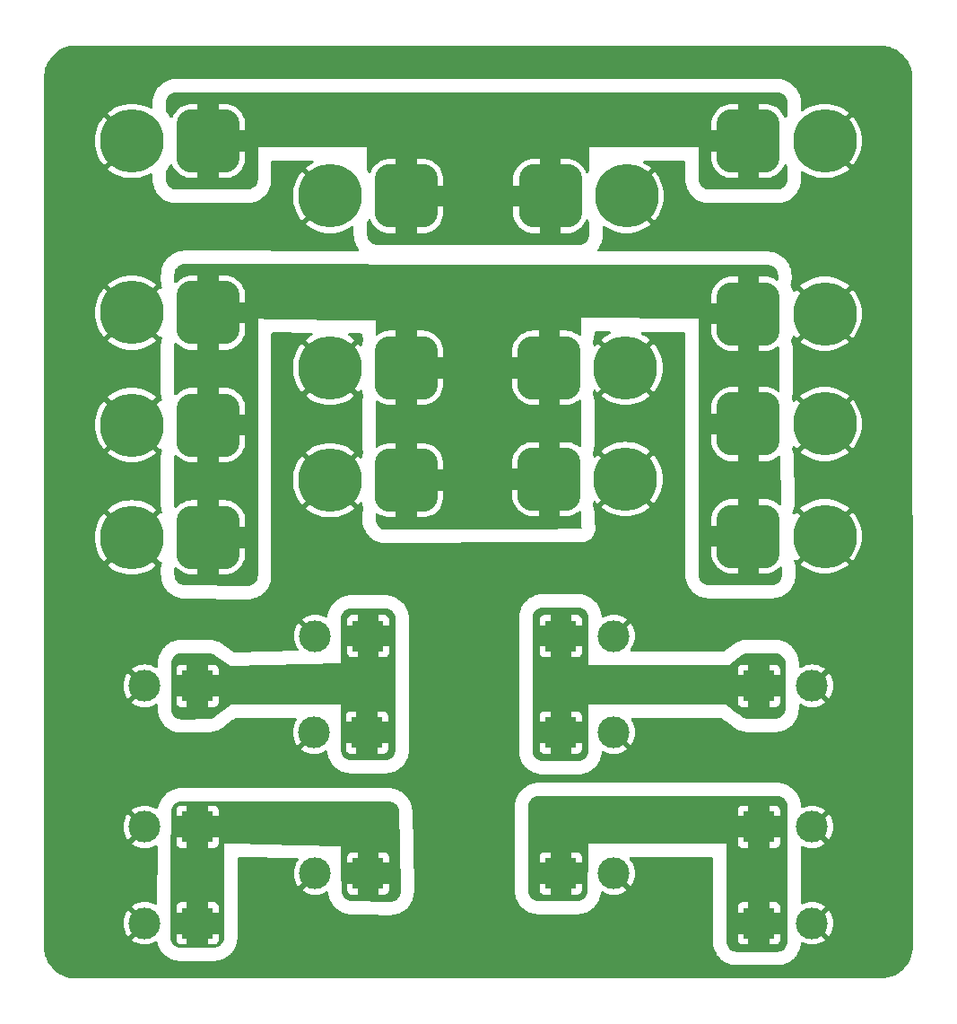
<source format=gbr>
%TF.GenerationSoftware,KiCad,Pcbnew,8.0.4*%
%TF.CreationDate,2024-08-03T01:15:00+02:00*%
%TF.ProjectId,terminal_block,7465726d-696e-4616-9c5f-626c6f636b2e,1*%
%TF.SameCoordinates,Original*%
%TF.FileFunction,Copper,L1,Top*%
%TF.FilePolarity,Positive*%
%FSLAX46Y46*%
G04 Gerber Fmt 4.6, Leading zero omitted, Abs format (unit mm)*
G04 Created by KiCad (PCBNEW 8.0.4) date 2024-08-03 01:15:00*
%MOMM*%
%LPD*%
G01*
G04 APERTURE LIST*
G04 Aperture macros list*
%AMRoundRect*
0 Rectangle with rounded corners*
0 $1 Rounding radius*
0 $2 $3 $4 $5 $6 $7 $8 $9 X,Y pos of 4 corners*
0 Add a 4 corners polygon primitive as box body*
4,1,4,$2,$3,$4,$5,$6,$7,$8,$9,$2,$3,0*
0 Add four circle primitives for the rounded corners*
1,1,$1+$1,$2,$3*
1,1,$1+$1,$4,$5*
1,1,$1+$1,$6,$7*
1,1,$1+$1,$8,$9*
0 Add four rect primitives between the rounded corners*
20,1,$1+$1,$2,$3,$4,$5,0*
20,1,$1+$1,$4,$5,$6,$7,0*
20,1,$1+$1,$6,$7,$8,$9,0*
20,1,$1+$1,$8,$9,$2,$3,0*%
G04 Aperture macros list end*
%TA.AperFunction,ComponentPad*%
%ADD10RoundRect,1.500000X-1.500000X-1.500000X1.500000X-1.500000X1.500000X1.500000X-1.500000X1.500000X0*%
%TD*%
%TA.AperFunction,ComponentPad*%
%ADD11C,6.000000*%
%TD*%
%TA.AperFunction,ComponentPad*%
%ADD12RoundRect,1.500000X1.500000X1.500000X-1.500000X1.500000X-1.500000X-1.500000X1.500000X-1.500000X0*%
%TD*%
%TA.AperFunction,ComponentPad*%
%ADD13R,3.000000X3.000000*%
%TD*%
%TA.AperFunction,ComponentPad*%
%ADD14C,3.000000*%
%TD*%
%TA.AperFunction,Conductor*%
%ADD15C,4.000000*%
%TD*%
G04 APERTURE END LIST*
D10*
%TO.P,J3,1,Pin_1*%
%TO.N,+24V*%
X147900000Y-91800000D03*
D11*
%TO.P,J3,2,Pin_2*%
%TO.N,GND*%
X155100000Y-91800000D03*
%TD*%
D12*
%TO.P,J4,1,Pin_1*%
%TO.N,+24V*%
X115700000Y-86700000D03*
D11*
%TO.P,J4,2,Pin_2*%
%TO.N,GND*%
X108500000Y-86700000D03*
%TD*%
D12*
%TO.P,J14,1,Pin_1*%
%TO.N,+24V RAW*%
X115700000Y-59900000D03*
D11*
%TO.P,J14,2,Pin_2*%
%TO.N,GND*%
X108500000Y-59900000D03*
%TD*%
D13*
%TO.P,J24,1,Pin_1*%
%TO.N,+5V*%
X114700000Y-124600000D03*
D14*
%TO.P,J24,2,Pin_2*%
%TO.N,GND*%
X109700000Y-124600000D03*
%TD*%
D10*
%TO.P,J13,1,Pin_1*%
%TO.N,+24V RAW*%
X166700000Y-59900000D03*
D11*
%TO.P,J13,2,Pin_2*%
%TO.N,GND*%
X173900000Y-59900000D03*
%TD*%
D13*
%TO.P,J15,1,Pin_1*%
%TO.N,+15V*%
X167700000Y-111300000D03*
D14*
%TO.P,J15,2,Pin_2*%
%TO.N,GND*%
X172700000Y-111300000D03*
%TD*%
D12*
%TO.P,J10,1,Pin_1*%
%TO.N,+24V*%
X134400000Y-91900000D03*
D11*
%TO.P,J10,2,Pin_2*%
%TO.N,GND*%
X127200000Y-91900000D03*
%TD*%
D13*
%TO.P,J20,1,Pin_1*%
%TO.N,+15V*%
X114700000Y-111300000D03*
D14*
%TO.P,J20,2,Pin_2*%
%TO.N,GND*%
X109700000Y-111300000D03*
%TD*%
D13*
%TO.P,J23,1,Pin_1*%
%TO.N,+5V*%
X167700000Y-133700000D03*
D14*
%TO.P,J23,2,Pin_2*%
%TO.N,GND*%
X172700000Y-133700000D03*
%TD*%
D13*
%TO.P,J22,1,Pin_1*%
%TO.N,+5V*%
X167700000Y-124600000D03*
D14*
%TO.P,J22,2,Pin_2*%
%TO.N,GND*%
X172700000Y-124600000D03*
%TD*%
D10*
%TO.P,J7,1,Pin_1*%
%TO.N,+24V*%
X147900000Y-81300000D03*
D11*
%TO.P,J7,2,Pin_2*%
%TO.N,GND*%
X155100000Y-81300000D03*
%TD*%
D13*
%TO.P,J25,1,Pin_1*%
%TO.N,+5V*%
X114700000Y-133700000D03*
D14*
%TO.P,J25,2,Pin_2*%
%TO.N,GND*%
X109700000Y-133700000D03*
%TD*%
D12*
%TO.P,J9,1,Pin_1*%
%TO.N,+24V*%
X115700000Y-76100000D03*
D11*
%TO.P,J9,2,Pin_2*%
%TO.N,GND*%
X108500000Y-76100000D03*
%TD*%
D10*
%TO.P,J1,1,Pin_1*%
%TO.N,+24V*%
X166700000Y-76200000D03*
D11*
%TO.P,J1,2,Pin_2*%
%TO.N,GND*%
X173900000Y-76200000D03*
%TD*%
D10*
%TO.P,J11,1,Pin_1*%
%TO.N,+24V RAW*%
X148000000Y-65100000D03*
D11*
%TO.P,J11,2,Pin_2*%
%TO.N,GND*%
X155200000Y-65100000D03*
%TD*%
D12*
%TO.P,J12,1,Pin_1*%
%TO.N,+24V RAW*%
X134400000Y-65100000D03*
D11*
%TO.P,J12,2,Pin_2*%
%TO.N,GND*%
X127200000Y-65100000D03*
%TD*%
D12*
%TO.P,J8,1,Pin_1*%
%TO.N,+24V*%
X134400000Y-81300000D03*
D11*
%TO.P,J8,2,Pin_2*%
%TO.N,GND*%
X127200000Y-81300000D03*
%TD*%
D13*
%TO.P,J26,1,Pin_1*%
%TO.N,+5V*%
X130800000Y-129000000D03*
D14*
%TO.P,J26,2,Pin_2*%
%TO.N,GND*%
X125800000Y-129000000D03*
%TD*%
D13*
%TO.P,J17,1,Pin_1*%
%TO.N,+15V*%
X149000000Y-115700000D03*
D14*
%TO.P,J17,2,Pin_2*%
%TO.N,GND*%
X154000000Y-115700000D03*
%TD*%
D13*
%TO.P,J18,1,Pin_1*%
%TO.N,+15V*%
X130800000Y-106600000D03*
D14*
%TO.P,J18,2,Pin_2*%
%TO.N,GND*%
X125800000Y-106600000D03*
%TD*%
D13*
%TO.P,J21,1,Pin_1*%
%TO.N,+5V*%
X149000000Y-129000000D03*
D14*
%TO.P,J21,2,Pin_2*%
%TO.N,GND*%
X154000000Y-129000000D03*
%TD*%
D13*
%TO.P,J19,1,Pin_1*%
%TO.N,+15V*%
X130700000Y-115700000D03*
D14*
%TO.P,J19,2,Pin_2*%
%TO.N,GND*%
X125700000Y-115700000D03*
%TD*%
D13*
%TO.P,J16,1,Pin_1*%
%TO.N,+15V*%
X149000000Y-106600000D03*
D14*
%TO.P,J16,2,Pin_2*%
%TO.N,GND*%
X154000000Y-106600000D03*
%TD*%
D12*
%TO.P,J6,1,Pin_1*%
%TO.N,+24V*%
X115700000Y-97300000D03*
D11*
%TO.P,J6,2,Pin_2*%
%TO.N,GND*%
X108500000Y-97300000D03*
%TD*%
D10*
%TO.P,J5,1,Pin_1*%
%TO.N,+24V*%
X166700000Y-97200000D03*
D11*
%TO.P,J5,2,Pin_2*%
%TO.N,GND*%
X173900000Y-97200000D03*
%TD*%
D10*
%TO.P,J2,1,Pin_1*%
%TO.N,+24V*%
X166700000Y-86600000D03*
D11*
%TO.P,J2,2,Pin_2*%
%TO.N,GND*%
X173900000Y-86600000D03*
%TD*%
D15*
%TO.N,+24V*%
X166700000Y-76200000D02*
X166600000Y-76100000D01*
X134500000Y-91800000D02*
X134400000Y-91900000D01*
%TD*%
%TA.AperFunction,Conductor*%
%TO.N,GND*%
G36*
X153587810Y-77879763D02*
G01*
X153654667Y-77900051D01*
X153699945Y-77953265D01*
X153709265Y-78022510D01*
X153679669Y-78085802D01*
X153642986Y-78114243D01*
X153347594Y-78264754D01*
X153039924Y-78464557D01*
X152806849Y-78653296D01*
X152806849Y-78653297D01*
X153695330Y-79541778D01*
X153613289Y-79604731D01*
X153404731Y-79813289D01*
X153341778Y-79895330D01*
X152453297Y-79006849D01*
X152453296Y-79006849D01*
X152291432Y-79206736D01*
X152233945Y-79246447D01*
X152164114Y-79248775D01*
X152104110Y-79212980D01*
X152074670Y-79158376D01*
X152030759Y-78980222D01*
X152030756Y-78980214D01*
X152030754Y-78980208D01*
X152000400Y-78900172D01*
X151995032Y-78830509D01*
X152000975Y-78810739D01*
X152002434Y-78807034D01*
X152002437Y-78807031D01*
X152084956Y-78597619D01*
X152104641Y-78530580D01*
X152135324Y-78401033D01*
X152155500Y-78176855D01*
X152155500Y-77991982D01*
X152175185Y-77924943D01*
X152227989Y-77879188D01*
X152280616Y-77867987D01*
X153587810Y-77879763D01*
G37*
%TD.AperFunction*%
%TA.AperFunction,Conductor*%
G36*
X130123836Y-78043151D02*
G01*
X130190692Y-78063439D01*
X130235970Y-78116653D01*
X130246639Y-78162782D01*
X130247607Y-78190275D01*
X130247609Y-78190297D01*
X130283496Y-78412474D01*
X130283501Y-78412498D01*
X130298664Y-78471908D01*
X130362225Y-78652669D01*
X130365893Y-78722442D01*
X130361188Y-78737772D01*
X130269244Y-78980210D01*
X130269241Y-78980221D01*
X130225330Y-79158376D01*
X130190173Y-79218757D01*
X130127954Y-79250545D01*
X130058425Y-79243649D01*
X130008567Y-79206737D01*
X129846701Y-79006850D01*
X128958221Y-79895329D01*
X128895269Y-79813289D01*
X128686711Y-79604731D01*
X128604669Y-79541777D01*
X129493149Y-78653297D01*
X129260070Y-78464553D01*
X128952410Y-78264756D01*
X128952035Y-78264540D01*
X128951967Y-78264469D01*
X128949679Y-78262983D01*
X128950032Y-78262439D01*
X128903824Y-78213968D01*
X128890608Y-78145360D01*
X128916581Y-78080498D01*
X128973499Y-78039974D01*
X129015157Y-78033163D01*
X130123836Y-78043151D01*
G37*
%TD.AperFunction*%
%TA.AperFunction,Conductor*%
G36*
X179177957Y-50921319D02*
G01*
X179179364Y-50921329D01*
X179340921Y-50923509D01*
X179353113Y-50924277D01*
X179674690Y-50960508D01*
X179688396Y-50962836D01*
X180003083Y-51034660D01*
X180016426Y-51038504D01*
X180321115Y-51145118D01*
X180333938Y-51150430D01*
X180624747Y-51290475D01*
X180636915Y-51297199D01*
X180889219Y-51455732D01*
X180910221Y-51468928D01*
X180921559Y-51476973D01*
X181152713Y-51661311D01*
X181173916Y-51678220D01*
X181184284Y-51687486D01*
X181412513Y-51915715D01*
X181421779Y-51926083D01*
X181623024Y-52178437D01*
X181631071Y-52189778D01*
X181802798Y-52463081D01*
X181809524Y-52475252D01*
X181939314Y-52744766D01*
X181949564Y-52766049D01*
X181954886Y-52778896D01*
X182061492Y-53083563D01*
X182065341Y-53096925D01*
X182137162Y-53411602D01*
X182139491Y-53425311D01*
X182175721Y-53746878D01*
X182176490Y-53759088D01*
X182178669Y-53920531D01*
X182178680Y-53922151D01*
X182213581Y-135904161D01*
X182213568Y-135906034D01*
X182211070Y-136076245D01*
X182210217Y-136089057D01*
X182169939Y-136428010D01*
X182167352Y-136442436D01*
X182087580Y-136773368D01*
X182083310Y-136787388D01*
X181965040Y-137106621D01*
X181959144Y-137120040D01*
X181804045Y-137423063D01*
X181796608Y-137435692D01*
X181606830Y-137718313D01*
X181597955Y-137729977D01*
X181376157Y-137988228D01*
X181365967Y-137998763D01*
X181115252Y-138229037D01*
X181103891Y-138238296D01*
X180827751Y-138437383D01*
X180815376Y-138445237D01*
X180517678Y-138610350D01*
X180504463Y-138616689D01*
X180189359Y-138745523D01*
X180175489Y-138750258D01*
X179847390Y-138841013D01*
X179833057Y-138844079D01*
X179495634Y-138895625D01*
X179482862Y-138896904D01*
X179314894Y-138904977D01*
X179308933Y-138905120D01*
X103199337Y-138900489D01*
X103197681Y-138900478D01*
X103036272Y-138898312D01*
X103024052Y-138897543D01*
X102702489Y-138861310D01*
X102688780Y-138858981D01*
X102374095Y-138787156D01*
X102360739Y-138783308D01*
X102056067Y-138676698D01*
X102043235Y-138671383D01*
X101752426Y-138531336D01*
X101740256Y-138524610D01*
X101466956Y-138352884D01*
X101455615Y-138344837D01*
X101203261Y-138143590D01*
X101192893Y-138134324D01*
X100964662Y-137906092D01*
X100955396Y-137895723D01*
X100754157Y-137643376D01*
X100746110Y-137632036D01*
X100745732Y-137631435D01*
X100574378Y-137358725D01*
X100567654Y-137346557D01*
X100566655Y-137344482D01*
X100427609Y-137055748D01*
X100422297Y-137042925D01*
X100315685Y-136738241D01*
X100311837Y-136724883D01*
X100302817Y-136685365D01*
X100240014Y-136410205D01*
X100237686Y-136396498D01*
X100223878Y-136273942D01*
X100201454Y-136074922D01*
X100200686Y-136062720D01*
X100200243Y-136029913D01*
X100198507Y-135901303D01*
X100198497Y-135899630D01*
X100198536Y-133787680D01*
X100198704Y-124599998D01*
X107694891Y-124599998D01*
X107694891Y-124600001D01*
X107715300Y-124885362D01*
X107776109Y-125164895D01*
X107876091Y-125432958D01*
X108013191Y-125684038D01*
X108013196Y-125684046D01*
X108119882Y-125826561D01*
X108119883Y-125826562D01*
X108909521Y-125036923D01*
X109000924Y-125173717D01*
X109126283Y-125299076D01*
X109263074Y-125390476D01*
X108473436Y-126180115D01*
X108615960Y-126286807D01*
X108615961Y-126286808D01*
X108867042Y-126423908D01*
X108867041Y-126423908D01*
X109135104Y-126523890D01*
X109414637Y-126584699D01*
X109699999Y-126605109D01*
X109700001Y-126605109D01*
X109985362Y-126584699D01*
X110264895Y-126523890D01*
X110532958Y-126423908D01*
X110730420Y-126316086D01*
X110798693Y-126301234D01*
X110864157Y-126325651D01*
X110906029Y-126381585D01*
X110913844Y-126425816D01*
X110874507Y-131854500D01*
X110854337Y-131921396D01*
X110801203Y-131966767D01*
X110731974Y-131976209D01*
X110691083Y-131962434D01*
X110532958Y-131876091D01*
X110264895Y-131776109D01*
X109985362Y-131715300D01*
X109700001Y-131694891D01*
X109699999Y-131694891D01*
X109414637Y-131715300D01*
X109135104Y-131776109D01*
X108867041Y-131876091D01*
X108615961Y-132013191D01*
X108615953Y-132013196D01*
X108473436Y-132119882D01*
X109263075Y-132909522D01*
X109126283Y-133000924D01*
X109000924Y-133126283D01*
X108909522Y-133263075D01*
X108119883Y-132473436D01*
X108119882Y-132473437D01*
X108013196Y-132615953D01*
X108013191Y-132615961D01*
X107876091Y-132867041D01*
X107776109Y-133135104D01*
X107715300Y-133414637D01*
X107694891Y-133699998D01*
X107694891Y-133700001D01*
X107715300Y-133985362D01*
X107776109Y-134264895D01*
X107876091Y-134532958D01*
X108013191Y-134784038D01*
X108013196Y-134784046D01*
X108119882Y-134926561D01*
X108119883Y-134926562D01*
X108909521Y-134136923D01*
X109000924Y-134273717D01*
X109126283Y-134399076D01*
X109263074Y-134490476D01*
X108473436Y-135280115D01*
X108615960Y-135386807D01*
X108615961Y-135386808D01*
X108867042Y-135523908D01*
X108867041Y-135523908D01*
X109135104Y-135623890D01*
X109414637Y-135684699D01*
X109699999Y-135705109D01*
X109700001Y-135705109D01*
X109985362Y-135684699D01*
X110264895Y-135623890D01*
X110532957Y-135523908D01*
X110730102Y-135416259D01*
X110798375Y-135401407D01*
X110863839Y-135425824D01*
X110905711Y-135481757D01*
X110909994Y-135495695D01*
X110925195Y-135557990D01*
X110925210Y-135558046D01*
X110939234Y-135605276D01*
X110939289Y-135605458D01*
X110954341Y-135656150D01*
X110954342Y-135656154D01*
X110974268Y-135723261D01*
X111015297Y-135840013D01*
X111024516Y-135862619D01*
X111024520Y-135862627D01*
X111075190Y-135971224D01*
X111076876Y-135974836D01*
X111105937Y-136029862D01*
X111105953Y-136029892D01*
X111137200Y-136089057D01*
X111157378Y-136127265D01*
X111220499Y-136233722D01*
X111233978Y-136254095D01*
X111307286Y-136353832D01*
X111416087Y-136487514D01*
X111416103Y-136487532D01*
X111416113Y-136487544D01*
X111498909Y-136579603D01*
X111516114Y-136596932D01*
X111602805Y-136676039D01*
X111607525Y-136680347D01*
X111740392Y-136790095D01*
X111740443Y-136790136D01*
X111839594Y-136864125D01*
X111839603Y-136864131D01*
X111839624Y-136864147D01*
X111859891Y-136877769D01*
X111859910Y-136877780D01*
X111859922Y-136877788D01*
X111865488Y-136881143D01*
X111965903Y-136941670D01*
X112117761Y-137023283D01*
X112229520Y-137076422D01*
X112252065Y-137085809D01*
X112368575Y-137127707D01*
X112506578Y-137169774D01*
X112533485Y-137177976D01*
X112596077Y-137193728D01*
X112653545Y-137208192D01*
X112653574Y-137208197D01*
X112653575Y-137208198D01*
X112677479Y-137212975D01*
X112677484Y-137212975D01*
X112677491Y-137212977D01*
X112799877Y-137231214D01*
X112799880Y-137231214D01*
X112799885Y-137231215D01*
X112799894Y-137231216D01*
X112903068Y-137241424D01*
X112977549Y-137248795D01*
X113039251Y-137253369D01*
X113039252Y-137253369D01*
X113039265Y-137253370D01*
X113051471Y-137253973D01*
X113113376Y-137255500D01*
X113113389Y-137255500D01*
X116193892Y-137255500D01*
X116193907Y-137255500D01*
X116255502Y-137253988D01*
X116267656Y-137253391D01*
X116329125Y-137248857D01*
X116505998Y-137231436D01*
X116627856Y-137213361D01*
X116651697Y-137208619D01*
X116771224Y-137178680D01*
X116935447Y-137128864D01*
X117051483Y-137087344D01*
X117073941Y-137078041D01*
X117073952Y-137078035D01*
X117073961Y-137078032D01*
X117185264Y-137025388D01*
X117185270Y-137025384D01*
X117185295Y-137025373D01*
X117336637Y-136944479D01*
X117442308Y-136881143D01*
X117462520Y-136867638D01*
X117486817Y-136849618D01*
X117561477Y-136794248D01*
X117561480Y-136794245D01*
X117561491Y-136794237D01*
X117694147Y-136685369D01*
X117694152Y-136685365D01*
X117785433Y-136602632D01*
X117785439Y-136602627D01*
X117802627Y-136585439D01*
X117846857Y-136536639D01*
X117885365Y-136494152D01*
X117965507Y-136396498D01*
X117994237Y-136361491D01*
X117994245Y-136361479D01*
X117994248Y-136361477D01*
X118067620Y-136262544D01*
X118067638Y-136262520D01*
X118081143Y-136242308D01*
X118144479Y-136136637D01*
X118225373Y-135985295D01*
X118230333Y-135974809D01*
X118278032Y-135873961D01*
X118278035Y-135873952D01*
X118278041Y-135873941D01*
X118287344Y-135851483D01*
X118328864Y-135735447D01*
X118378680Y-135571224D01*
X118408619Y-135451697D01*
X118413361Y-135427856D01*
X118431436Y-135305998D01*
X118448857Y-135129125D01*
X118453391Y-135067656D01*
X118453988Y-135055502D01*
X118455500Y-134993907D01*
X118455500Y-127604809D01*
X118475185Y-127537770D01*
X118527989Y-127492015D01*
X118581751Y-127480829D01*
X124104162Y-127581238D01*
X124104161Y-127581238D01*
X124104539Y-127581244D01*
X124118115Y-127581491D01*
X124184785Y-127602388D01*
X124229575Y-127656012D01*
X124238264Y-127725339D01*
X124215133Y-127779781D01*
X124113196Y-127915953D01*
X124113191Y-127915961D01*
X123976091Y-128167041D01*
X123876109Y-128435104D01*
X123815300Y-128714637D01*
X123794891Y-128999998D01*
X123794891Y-129000001D01*
X123815300Y-129285362D01*
X123876109Y-129564895D01*
X123976091Y-129832958D01*
X124113191Y-130084038D01*
X124113196Y-130084046D01*
X124219882Y-130226561D01*
X124219883Y-130226562D01*
X125009521Y-129436923D01*
X125100924Y-129573717D01*
X125226283Y-129699076D01*
X125363074Y-129790476D01*
X124573436Y-130580115D01*
X124715960Y-130686807D01*
X124715961Y-130686808D01*
X124967042Y-130823908D01*
X124967041Y-130823908D01*
X125235104Y-130923890D01*
X125514637Y-130984699D01*
X125799999Y-131005109D01*
X125800001Y-131005109D01*
X126085362Y-130984699D01*
X126364895Y-130923890D01*
X126632957Y-130823908D01*
X126853662Y-130703394D01*
X126921935Y-130688542D01*
X126987399Y-130712959D01*
X127029271Y-130768892D01*
X127036269Y-130797987D01*
X127043129Y-130857334D01*
X127053116Y-130943732D01*
X127054891Y-130959081D01*
X127074414Y-131077786D01*
X127079380Y-131100975D01*
X127079389Y-131101015D01*
X127110173Y-131217261D01*
X127160792Y-131377043D01*
X127202574Y-131489846D01*
X127202578Y-131489855D01*
X127210750Y-131509042D01*
X127211883Y-131511700D01*
X127264261Y-131619970D01*
X127264272Y-131619991D01*
X127344380Y-131767146D01*
X127344397Y-131767177D01*
X127380141Y-131825943D01*
X127406912Y-131869957D01*
X127420204Y-131889622D01*
X127492261Y-131985937D01*
X127598957Y-132115153D01*
X127679911Y-132204142D01*
X127696707Y-132220915D01*
X127785808Y-132301748D01*
X127915172Y-132408268D01*
X128011606Y-132480205D01*
X128019314Y-132485399D01*
X128031298Y-132493476D01*
X128134123Y-132555823D01*
X128134141Y-132555833D01*
X128134153Y-132555840D01*
X128281443Y-132635759D01*
X128281460Y-132635767D01*
X128281462Y-132635769D01*
X128389825Y-132688008D01*
X128389830Y-132688010D01*
X128389834Y-132688012D01*
X128411685Y-132697283D01*
X128411697Y-132697287D01*
X128411711Y-132697293D01*
X128524525Y-132738900D01*
X128524565Y-132738914D01*
X128641721Y-132775851D01*
X128684355Y-132789293D01*
X128800680Y-132819927D01*
X128800689Y-132819929D01*
X128800697Y-132819931D01*
X128810401Y-132821994D01*
X128823896Y-132824865D01*
X128942632Y-132844227D01*
X128983172Y-132848857D01*
X129115051Y-132863919D01*
X129115061Y-132863919D01*
X129115062Y-132863920D01*
X129174999Y-132869314D01*
X129186855Y-132870095D01*
X129246965Y-132872610D01*
X129246973Y-132872610D01*
X129246994Y-132872611D01*
X130833712Y-132900944D01*
X132831821Y-132936625D01*
X132894914Y-132936166D01*
X132907377Y-132935762D01*
X132970474Y-132932125D01*
X133151969Y-132917072D01*
X133277131Y-132900319D01*
X133301622Y-132895777D01*
X133424431Y-132866546D01*
X133593226Y-132817283D01*
X133712512Y-132775854D01*
X133735601Y-132766509D01*
X133850093Y-132713323D01*
X134005640Y-132631317D01*
X134114192Y-132566915D01*
X134134948Y-132553145D01*
X134236544Y-132478121D01*
X134372564Y-132366682D01*
X134466101Y-132281838D01*
X134483685Y-132264197D01*
X134568192Y-132170427D01*
X134679191Y-132034058D01*
X134753846Y-131932291D01*
X134767551Y-131911492D01*
X134831651Y-131802665D01*
X134913161Y-131646854D01*
X134965997Y-131532155D01*
X134975265Y-131509042D01*
X135016296Y-131389664D01*
X135065021Y-131220708D01*
X135093861Y-131097799D01*
X135098324Y-131073297D01*
X135114676Y-130948089D01*
X135129149Y-130766551D01*
X135132582Y-130703522D01*
X135132947Y-130691057D01*
X135133207Y-130627883D01*
X135044792Y-126428161D01*
X134975957Y-123158518D01*
X134973204Y-123097755D01*
X134972371Y-123085789D01*
X134966684Y-123025282D01*
X134946056Y-122851150D01*
X134925933Y-122731287D01*
X134920822Y-122707855D01*
X134920347Y-122706092D01*
X144644500Y-122706092D01*
X144644500Y-130593907D01*
X144645527Y-130635748D01*
X144646012Y-130655509D01*
X144646610Y-130667671D01*
X144651141Y-130729110D01*
X144668561Y-130905986D01*
X144668563Y-130906005D01*
X144686632Y-131027829D01*
X144686635Y-131027843D01*
X144691375Y-131051676D01*
X144703733Y-131101015D01*
X144721318Y-131171219D01*
X144735285Y-131217261D01*
X144771137Y-131335453D01*
X144812650Y-131451469D01*
X144812667Y-131451514D01*
X144821957Y-131473940D01*
X144821960Y-131473948D01*
X144874588Y-131585222D01*
X144874599Y-131585243D01*
X144877677Y-131591001D01*
X144877785Y-131591207D01*
X144955515Y-131736630D01*
X144955519Y-131736636D01*
X145018856Y-131842308D01*
X145032361Y-131862520D01*
X145032370Y-131862533D01*
X145032378Y-131862544D01*
X145105750Y-131961477D01*
X145105753Y-131961480D01*
X145214633Y-132094152D01*
X145297366Y-132185433D01*
X145314565Y-132202632D01*
X145405846Y-132285365D01*
X145538518Y-132394245D01*
X145538521Y-132394248D01*
X145637454Y-132467620D01*
X145637461Y-132467624D01*
X145637479Y-132467638D01*
X145657691Y-132481143D01*
X145657693Y-132481144D01*
X145763359Y-132544477D01*
X145763367Y-132544482D01*
X145805337Y-132566915D01*
X145914704Y-132625373D01*
X145914718Y-132625379D01*
X145914734Y-132625388D01*
X146026037Y-132678032D01*
X146026054Y-132678039D01*
X146026058Y-132678041D01*
X146048516Y-132687344D01*
X146164552Y-132728864D01*
X146328775Y-132778680D01*
X146448302Y-132808619D01*
X146448332Y-132808625D01*
X146448341Y-132808627D01*
X146452970Y-132809547D01*
X146472143Y-132813361D01*
X146594001Y-132831436D01*
X146770875Y-132848857D01*
X146832344Y-132853391D01*
X146844498Y-132853988D01*
X146906093Y-132855500D01*
X146906108Y-132855500D01*
X150512308Y-132855500D01*
X150512326Y-132855500D01*
X150573195Y-132854024D01*
X150585206Y-132853441D01*
X150645953Y-132849013D01*
X150820771Y-132831999D01*
X150941237Y-132814343D01*
X150964809Y-132809711D01*
X151083006Y-132780468D01*
X151245468Y-132731801D01*
X151360296Y-132691237D01*
X151382533Y-132682146D01*
X151492854Y-132630668D01*
X151642884Y-132551587D01*
X151747694Y-132489670D01*
X151767759Y-132476464D01*
X151866109Y-132404665D01*
X151998072Y-132298144D01*
X152088987Y-132217171D01*
X152106131Y-132200342D01*
X152188797Y-132110919D01*
X152297750Y-131980943D01*
X152371373Y-131883917D01*
X152384949Y-131864098D01*
X152448786Y-131760465D01*
X152530625Y-131611934D01*
X152584121Y-131502621D01*
X152593622Y-131480558D01*
X152636316Y-131366476D01*
X152687986Y-131204934D01*
X152719420Y-131087265D01*
X152724487Y-131063783D01*
X152744364Y-130943697D01*
X152761427Y-130796671D01*
X152788708Y-130732347D01*
X152846435Y-130692984D01*
X152916278Y-130691080D01*
X152944027Y-130702133D01*
X153167042Y-130823908D01*
X153167041Y-130823908D01*
X153435104Y-130923890D01*
X153714637Y-130984699D01*
X153999999Y-131005109D01*
X154000001Y-131005109D01*
X154285362Y-130984699D01*
X154564895Y-130923890D01*
X154832958Y-130823908D01*
X155084047Y-130686803D01*
X155226561Y-130580116D01*
X155226562Y-130580115D01*
X154436924Y-129790477D01*
X154573717Y-129699076D01*
X154699076Y-129573717D01*
X154790477Y-129436924D01*
X155580115Y-130226562D01*
X155580116Y-130226561D01*
X155686803Y-130084047D01*
X155823908Y-129832958D01*
X155923890Y-129564895D01*
X155984699Y-129285362D01*
X156005109Y-129000001D01*
X156005109Y-128999998D01*
X155984699Y-128714637D01*
X155923890Y-128435104D01*
X155823908Y-128167041D01*
X155686808Y-127915961D01*
X155686807Y-127915960D01*
X155515360Y-127686934D01*
X155515350Y-127686922D01*
X155495609Y-127667181D01*
X155462124Y-127605858D01*
X155467108Y-127536166D01*
X155508980Y-127480233D01*
X155574444Y-127455816D01*
X155583290Y-127455500D01*
X163220500Y-127455500D01*
X163287539Y-127475185D01*
X163333294Y-127527989D01*
X163344500Y-127579500D01*
X163344500Y-135393907D01*
X163345551Y-135436755D01*
X163346012Y-135455509D01*
X163346610Y-135467671D01*
X163351141Y-135529110D01*
X163368561Y-135705986D01*
X163368563Y-135706005D01*
X163386632Y-135827829D01*
X163386635Y-135827843D01*
X163391375Y-135851676D01*
X163404990Y-135906034D01*
X163421318Y-135971219D01*
X163425588Y-135985295D01*
X163471137Y-136135453D01*
X163512655Y-136251483D01*
X163521958Y-136273942D01*
X163521966Y-136273961D01*
X163574610Y-136385264D01*
X163574631Y-136385304D01*
X163655516Y-136536631D01*
X163655521Y-136536639D01*
X163681272Y-136579603D01*
X163718856Y-136642308D01*
X163732361Y-136662520D01*
X163732370Y-136662533D01*
X163732378Y-136662544D01*
X163805750Y-136761477D01*
X163805753Y-136761480D01*
X163914633Y-136894152D01*
X163997366Y-136985433D01*
X164014565Y-137002632D01*
X164105846Y-137085365D01*
X164238518Y-137194245D01*
X164238521Y-137194248D01*
X164337454Y-137267620D01*
X164337461Y-137267624D01*
X164337479Y-137267638D01*
X164357691Y-137281143D01*
X164357693Y-137281144D01*
X164463359Y-137344477D01*
X164463367Y-137344482D01*
X164490014Y-137358725D01*
X164614704Y-137425373D01*
X164614718Y-137425379D01*
X164614734Y-137425388D01*
X164726037Y-137478032D01*
X164726054Y-137478039D01*
X164726058Y-137478041D01*
X164748516Y-137487344D01*
X164864552Y-137528864D01*
X165028775Y-137578680D01*
X165148302Y-137608619D01*
X165148332Y-137608625D01*
X165148341Y-137608627D01*
X165152970Y-137609547D01*
X165172143Y-137613361D01*
X165294001Y-137631436D01*
X165470875Y-137648857D01*
X165532344Y-137653391D01*
X165544498Y-137653988D01*
X165606093Y-137655500D01*
X165606108Y-137655500D01*
X169393892Y-137655500D01*
X169393907Y-137655500D01*
X169455502Y-137653988D01*
X169467656Y-137653391D01*
X169529125Y-137648857D01*
X169705998Y-137631436D01*
X169827856Y-137613361D01*
X169851697Y-137608619D01*
X169971224Y-137578680D01*
X170135447Y-137528864D01*
X170251483Y-137487344D01*
X170273941Y-137478041D01*
X170273952Y-137478035D01*
X170273961Y-137478032D01*
X170385264Y-137425388D01*
X170385270Y-137425384D01*
X170385295Y-137425373D01*
X170536637Y-137344479D01*
X170642308Y-137281143D01*
X170662520Y-137267638D01*
X170711332Y-137231437D01*
X170761477Y-137194248D01*
X170761480Y-137194245D01*
X170761491Y-137194237D01*
X170882021Y-137095319D01*
X170894152Y-137085365D01*
X170960326Y-137025388D01*
X170985439Y-137002627D01*
X171002627Y-136985439D01*
X171042301Y-136941665D01*
X171085365Y-136894152D01*
X171109989Y-136864147D01*
X171194237Y-136761491D01*
X171194245Y-136761479D01*
X171194248Y-136761477D01*
X171267620Y-136662544D01*
X171267638Y-136662520D01*
X171281143Y-136642308D01*
X171344479Y-136536637D01*
X171425373Y-136385295D01*
X171436637Y-136361480D01*
X171478032Y-136273961D01*
X171478035Y-136273952D01*
X171478041Y-136273941D01*
X171487344Y-136251483D01*
X171528864Y-136135447D01*
X171578680Y-135971224D01*
X171608619Y-135851697D01*
X171613361Y-135827856D01*
X171631436Y-135705998D01*
X171642112Y-135597596D01*
X171668272Y-135532811D01*
X171725307Y-135492452D01*
X171795107Y-135489335D01*
X171824942Y-135500920D01*
X171867042Y-135523908D01*
X171867041Y-135523908D01*
X172135104Y-135623890D01*
X172414637Y-135684699D01*
X172699999Y-135705109D01*
X172700001Y-135705109D01*
X172985362Y-135684699D01*
X173264895Y-135623890D01*
X173532958Y-135523908D01*
X173784047Y-135386803D01*
X173926561Y-135280116D01*
X173926562Y-135280115D01*
X173136924Y-134490477D01*
X173273717Y-134399076D01*
X173399076Y-134273717D01*
X173490477Y-134136924D01*
X174280115Y-134926562D01*
X174280116Y-134926561D01*
X174386803Y-134784047D01*
X174523908Y-134532958D01*
X174623890Y-134264895D01*
X174684699Y-133985362D01*
X174705109Y-133700001D01*
X174705109Y-133699998D01*
X174684699Y-133414637D01*
X174623890Y-133135104D01*
X174523908Y-132867041D01*
X174386808Y-132615961D01*
X174386807Y-132615960D01*
X174280115Y-132473436D01*
X173490477Y-133263074D01*
X173399076Y-133126283D01*
X173273717Y-133000924D01*
X173136924Y-132909522D01*
X173926562Y-132119883D01*
X173926561Y-132119882D01*
X173784046Y-132013196D01*
X173784038Y-132013191D01*
X173532957Y-131876091D01*
X173532958Y-131876091D01*
X173264895Y-131776109D01*
X172985362Y-131715300D01*
X172700001Y-131694891D01*
X172699999Y-131694891D01*
X172414637Y-131715300D01*
X172135104Y-131776109D01*
X171867041Y-131876091D01*
X171867040Y-131876092D01*
X171838925Y-131891444D01*
X171770652Y-131906295D01*
X171705188Y-131881877D01*
X171663318Y-131825943D01*
X171655500Y-131782611D01*
X171655500Y-126517388D01*
X171675185Y-126450349D01*
X171727989Y-126404594D01*
X171797147Y-126394650D01*
X171838928Y-126408556D01*
X171867045Y-126423909D01*
X172135104Y-126523890D01*
X172414637Y-126584699D01*
X172699999Y-126605109D01*
X172700001Y-126605109D01*
X172985362Y-126584699D01*
X173264895Y-126523890D01*
X173532958Y-126423908D01*
X173784047Y-126286803D01*
X173926561Y-126180116D01*
X173926562Y-126180115D01*
X173136924Y-125390477D01*
X173273717Y-125299076D01*
X173399076Y-125173717D01*
X173490477Y-125036924D01*
X174280115Y-125826562D01*
X174280116Y-125826561D01*
X174386803Y-125684047D01*
X174523908Y-125432958D01*
X174623890Y-125164895D01*
X174684699Y-124885362D01*
X174705109Y-124600001D01*
X174705109Y-124599998D01*
X174684699Y-124314637D01*
X174623890Y-124035104D01*
X174523908Y-123767041D01*
X174386808Y-123515961D01*
X174386807Y-123515960D01*
X174280115Y-123373436D01*
X173490477Y-124163074D01*
X173399076Y-124026283D01*
X173273717Y-123900924D01*
X173136924Y-123809522D01*
X173926562Y-123019883D01*
X173926561Y-123019882D01*
X173784046Y-122913196D01*
X173784038Y-122913191D01*
X173532957Y-122776091D01*
X173532958Y-122776091D01*
X173264895Y-122676109D01*
X172985362Y-122615300D01*
X172700001Y-122594891D01*
X172699999Y-122594891D01*
X172414637Y-122615300D01*
X172135104Y-122676109D01*
X171867041Y-122776091D01*
X171867035Y-122776094D01*
X171838394Y-122791734D01*
X171770121Y-122806586D01*
X171704657Y-122782169D01*
X171662786Y-122726235D01*
X171655005Y-122685946D01*
X171653988Y-122644497D01*
X171653391Y-122632343D01*
X171648857Y-122570874D01*
X171631436Y-122394001D01*
X171613361Y-122272143D01*
X171608619Y-122248302D01*
X171578680Y-122128775D01*
X171528864Y-121964552D01*
X171487344Y-121848516D01*
X171478041Y-121826058D01*
X171478036Y-121826047D01*
X171478032Y-121826037D01*
X171425388Y-121714734D01*
X171425377Y-121714713D01*
X171425373Y-121714704D01*
X171368729Y-121608731D01*
X171344482Y-121563367D01*
X171344477Y-121563359D01*
X171312276Y-121509635D01*
X171281143Y-121457691D01*
X171267638Y-121437479D01*
X171267623Y-121437459D01*
X171267620Y-121437454D01*
X171194248Y-121338521D01*
X171194245Y-121338518D01*
X171194234Y-121338505D01*
X171123851Y-121252742D01*
X171085365Y-121205846D01*
X171002632Y-121114565D01*
X170985433Y-121097366D01*
X170894152Y-121014633D01*
X170761480Y-120905753D01*
X170761477Y-120905750D01*
X170662544Y-120832378D01*
X170662533Y-120832370D01*
X170662520Y-120832361D01*
X170642308Y-120818856D01*
X170536633Y-120755518D01*
X170385288Y-120674623D01*
X170385270Y-120674614D01*
X170385250Y-120674604D01*
X170273979Y-120621974D01*
X170273960Y-120621966D01*
X170251519Y-120612669D01*
X170251509Y-120612665D01*
X170135450Y-120571136D01*
X170064469Y-120549604D01*
X169971220Y-120521318D01*
X169967018Y-120520265D01*
X169851696Y-120491380D01*
X169851685Y-120491377D01*
X169851671Y-120491374D01*
X169827843Y-120486635D01*
X169827829Y-120486632D01*
X169706005Y-120468563D01*
X169705986Y-120468561D01*
X169529110Y-120451141D01*
X169467671Y-120446610D01*
X169467666Y-120446609D01*
X169467656Y-120446609D01*
X169462397Y-120446350D01*
X169455509Y-120446012D01*
X169435903Y-120445530D01*
X169393907Y-120444500D01*
X146906093Y-120444500D01*
X146865922Y-120445486D01*
X146844490Y-120446012D01*
X146832331Y-120446609D01*
X146770888Y-120451141D01*
X146594024Y-120468560D01*
X146594009Y-120468561D01*
X146593999Y-120468563D01*
X146577111Y-120471068D01*
X146472126Y-120486640D01*
X146453177Y-120490410D01*
X146448291Y-120491382D01*
X146448286Y-120491383D01*
X146448282Y-120491384D01*
X146387366Y-120506642D01*
X146328787Y-120521316D01*
X146328782Y-120521317D01*
X146328776Y-120521319D01*
X146164544Y-120571137D01*
X146048491Y-120612663D01*
X146026065Y-120621954D01*
X146026008Y-120621979D01*
X145914741Y-120674608D01*
X145914690Y-120674633D01*
X145763366Y-120755517D01*
X145657695Y-120818853D01*
X145657689Y-120818856D01*
X145657684Y-120818860D01*
X145637484Y-120832357D01*
X145637459Y-120832374D01*
X145538528Y-120905745D01*
X145538505Y-120905763D01*
X145405841Y-121014637D01*
X145314560Y-121097370D01*
X145297370Y-121114560D01*
X145214637Y-121205841D01*
X145105763Y-121338505D01*
X145105745Y-121338528D01*
X145032374Y-121437459D01*
X145018853Y-121457695D01*
X144955517Y-121563366D01*
X144874633Y-121714690D01*
X144874608Y-121714741D01*
X144821979Y-121826008D01*
X144821954Y-121826065D01*
X144812663Y-121848491D01*
X144771137Y-121964544D01*
X144721319Y-122128776D01*
X144721316Y-122128787D01*
X144706642Y-122187366D01*
X144691384Y-122248282D01*
X144686640Y-122272126D01*
X144668562Y-122394003D01*
X144668561Y-122394010D01*
X144654815Y-122533586D01*
X144651141Y-122570884D01*
X144647846Y-122615564D01*
X144646609Y-122632343D01*
X144646012Y-122644497D01*
X144644500Y-122706092D01*
X134920347Y-122706092D01*
X134889193Y-122590467D01*
X134837276Y-122429296D01*
X134794449Y-122315536D01*
X134784922Y-122293525D01*
X134731291Y-122184433D01*
X134649324Y-122036281D01*
X134585379Y-121932865D01*
X134571793Y-121913101D01*
X134498185Y-121816403D01*
X134389229Y-121686799D01*
X134306612Y-121597667D01*
X134289482Y-121580893D01*
X134209297Y-121509644D01*
X134198591Y-121500131D01*
X134198579Y-121500121D01*
X134120768Y-121437454D01*
X134066700Y-121393909D01*
X133977454Y-121328895D01*
X133968455Y-121322339D01*
X133948425Y-121309183D01*
X133843726Y-121247453D01*
X133843727Y-121247453D01*
X133693838Y-121168599D01*
X133583641Y-121117276D01*
X133583628Y-121117271D01*
X133561492Y-121108238D01*
X133561456Y-121108224D01*
X133503445Y-121087769D01*
X133446814Y-121067800D01*
X133446809Y-121067798D01*
X133446802Y-121067796D01*
X133284575Y-121019284D01*
X133166557Y-120990136D01*
X133166541Y-120990132D01*
X133166536Y-120990131D01*
X133166515Y-120990126D01*
X133143047Y-120985523D01*
X133143038Y-120985521D01*
X133025614Y-120968341D01*
X133022771Y-120967925D01*
X133022770Y-120967924D01*
X133022757Y-120967923D01*
X132861340Y-120952240D01*
X132861294Y-120952234D01*
X132848204Y-120950963D01*
X132787583Y-120946552D01*
X132775586Y-120945971D01*
X132757351Y-120945529D01*
X132714819Y-120944500D01*
X113198839Y-120944500D01*
X113194107Y-120944615D01*
X113137476Y-120946000D01*
X113125363Y-120946593D01*
X113064261Y-120951080D01*
X113050464Y-120952432D01*
X113050255Y-120952452D01*
X112888198Y-120968338D01*
X112766856Y-120986253D01*
X112766829Y-120986258D01*
X112743145Y-120990946D01*
X112624118Y-121020618D01*
X112624102Y-121020623D01*
X112460594Y-121069980D01*
X112345070Y-121111108D01*
X112322693Y-121120329D01*
X112211705Y-121172545D01*
X112060899Y-121252714D01*
X112060849Y-121252742D01*
X111955517Y-121315519D01*
X111955517Y-121315520D01*
X111935383Y-121328893D01*
X111836660Y-121401662D01*
X111836659Y-121401663D01*
X111710494Y-121504536D01*
X111710048Y-121504901D01*
X111710043Y-121504905D01*
X111705586Y-121508538D01*
X111704242Y-121509635D01*
X111704232Y-121509644D01*
X111613095Y-121591686D01*
X111613073Y-121591708D01*
X111595926Y-121608731D01*
X111595906Y-121608752D01*
X111513237Y-121699263D01*
X111451844Y-121773452D01*
X111404340Y-121830855D01*
X111404324Y-121830875D01*
X111330870Y-121929026D01*
X111330857Y-121929044D01*
X111317333Y-121949087D01*
X111317316Y-121949114D01*
X111253768Y-122054000D01*
X111253757Y-122054020D01*
X111172488Y-122204258D01*
X111172474Y-122204285D01*
X111119470Y-122314864D01*
X111110083Y-122337184D01*
X111068134Y-122452363D01*
X111068120Y-122452404D01*
X111017588Y-122615521D01*
X111017571Y-122615580D01*
X110987057Y-122734312D01*
X110987047Y-122734356D01*
X110982180Y-122758037D01*
X110982177Y-122758052D01*
X110971557Y-122826553D01*
X110941833Y-122889785D01*
X110882642Y-122926909D01*
X110812777Y-122926139D01*
X110788232Y-122914764D01*
X110787931Y-122915317D01*
X110532957Y-122776091D01*
X110532958Y-122776091D01*
X110264895Y-122676109D01*
X109985362Y-122615300D01*
X109700001Y-122594891D01*
X109699999Y-122594891D01*
X109414637Y-122615300D01*
X109135104Y-122676109D01*
X108867041Y-122776091D01*
X108615961Y-122913191D01*
X108615953Y-122913196D01*
X108473436Y-123019882D01*
X109263075Y-123809522D01*
X109126283Y-123900924D01*
X109000924Y-124026283D01*
X108909522Y-124163075D01*
X108119883Y-123373436D01*
X108119882Y-123373437D01*
X108013196Y-123515953D01*
X108013191Y-123515961D01*
X107876091Y-123767041D01*
X107776109Y-124035104D01*
X107715300Y-124314637D01*
X107694891Y-124599998D01*
X100198704Y-124599998D01*
X100198948Y-111299998D01*
X107694891Y-111299998D01*
X107694891Y-111300001D01*
X107715300Y-111585362D01*
X107776109Y-111864895D01*
X107876091Y-112132958D01*
X108013191Y-112384038D01*
X108013196Y-112384046D01*
X108119882Y-112526561D01*
X108119883Y-112526562D01*
X108909521Y-111736923D01*
X109000924Y-111873717D01*
X109126283Y-111999076D01*
X109263074Y-112090476D01*
X108473436Y-112880115D01*
X108615960Y-112986807D01*
X108615961Y-112986808D01*
X108867042Y-113123908D01*
X108867041Y-113123908D01*
X109135104Y-113223890D01*
X109414637Y-113284699D01*
X109699999Y-113305109D01*
X109700001Y-113305109D01*
X109985362Y-113284699D01*
X110264895Y-113223890D01*
X110532958Y-113123908D01*
X110761073Y-112999348D01*
X110829346Y-112984496D01*
X110894810Y-113008913D01*
X110936682Y-113064846D01*
X110944500Y-113108180D01*
X110944500Y-113467858D01*
X110946062Y-113530470D01*
X110946679Y-113542811D01*
X110951361Y-113605261D01*
X110957987Y-113671453D01*
X110957994Y-113671514D01*
X110969349Y-113784943D01*
X110969352Y-113784966D01*
X110969353Y-113784974D01*
X110975819Y-113827856D01*
X110988022Y-113908783D01*
X110992915Y-113932978D01*
X111023829Y-114054337D01*
X111023835Y-114054356D01*
X111075684Y-114222369D01*
X111075966Y-114222931D01*
X111118087Y-114338610D01*
X111127683Y-114361365D01*
X111127686Y-114361372D01*
X111182048Y-114474202D01*
X111182057Y-114474221D01*
X111265495Y-114627358D01*
X111330817Y-114734195D01*
X111344727Y-114754585D01*
X111344738Y-114754601D01*
X111420344Y-114854356D01*
X111420348Y-114854361D01*
X111420358Y-114854373D01*
X111420368Y-114854386D01*
X111532515Y-114987954D01*
X111617723Y-115079725D01*
X111635409Y-115096963D01*
X111729315Y-115179773D01*
X111865709Y-115288456D01*
X111865718Y-115288462D01*
X111865725Y-115288468D01*
X111943697Y-115344477D01*
X111967394Y-115361499D01*
X111988145Y-115374889D01*
X112096631Y-115437459D01*
X112219399Y-115500324D01*
X112251874Y-115516953D01*
X112251886Y-115516959D01*
X112366035Y-115568393D01*
X112366051Y-115568400D01*
X112389050Y-115577412D01*
X112507744Y-115617218D01*
X112675647Y-115664356D01*
X112675669Y-115664361D01*
X112797730Y-115692146D01*
X112797742Y-115692148D01*
X112797746Y-115692149D01*
X112822078Y-115696424D01*
X112946341Y-115711915D01*
X112973030Y-115713896D01*
X112973033Y-115713898D01*
X113126457Y-115725293D01*
X113126458Y-115725293D01*
X113126471Y-115725294D01*
X113189052Y-115728375D01*
X113201391Y-115728674D01*
X113263458Y-115728629D01*
X113263999Y-115728629D01*
X114520069Y-115696422D01*
X115801501Y-115663565D01*
X115867021Y-115660171D01*
X115878017Y-115659312D01*
X115879936Y-115659163D01*
X115916705Y-115655323D01*
X115945174Y-115652351D01*
X116006534Y-115644319D01*
X116006552Y-115644317D01*
X116104952Y-115631435D01*
X116132790Y-115627791D01*
X116145057Y-115625527D01*
X116261799Y-115603990D01*
X116286967Y-115597972D01*
X116412786Y-115560840D01*
X116585047Y-115500052D01*
X116585064Y-115500044D01*
X116585072Y-115500042D01*
X116706320Y-115449987D01*
X116729664Y-115438889D01*
X116729667Y-115438887D01*
X116729691Y-115438876D01*
X116845048Y-115376446D01*
X116845060Y-115376438D01*
X116845065Y-115376436D01*
X117006498Y-115277835D01*
X117022280Y-115267620D01*
X117061601Y-115242169D01*
X117072290Y-115234847D01*
X117125424Y-115196373D01*
X117988156Y-114536637D01*
X118191681Y-114381000D01*
X118256892Y-114355913D01*
X118267005Y-114355500D01*
X123960450Y-114355500D01*
X124027489Y-114375185D01*
X124073244Y-114427989D01*
X124083188Y-114497147D01*
X124059717Y-114553811D01*
X124013192Y-114615960D01*
X124013191Y-114615961D01*
X123876091Y-114867041D01*
X123776109Y-115135104D01*
X123715300Y-115414637D01*
X123694891Y-115699998D01*
X123694891Y-115700001D01*
X123715300Y-115985362D01*
X123776109Y-116264895D01*
X123876091Y-116532958D01*
X124013191Y-116784038D01*
X124013196Y-116784046D01*
X124119882Y-116926561D01*
X124119883Y-116926562D01*
X124909521Y-116136923D01*
X125000924Y-116273717D01*
X125126283Y-116399076D01*
X125263074Y-116490476D01*
X124473436Y-117280115D01*
X124615960Y-117386807D01*
X124615961Y-117386808D01*
X124867042Y-117523908D01*
X124867041Y-117523908D01*
X125135104Y-117623890D01*
X125414637Y-117684699D01*
X125699999Y-117705109D01*
X125700001Y-117705109D01*
X125985362Y-117684699D01*
X126264895Y-117623890D01*
X126532957Y-117523908D01*
X126774196Y-117392182D01*
X126842469Y-117377330D01*
X126907933Y-117401747D01*
X126949805Y-117457680D01*
X126957026Y-117488860D01*
X126968561Y-117605986D01*
X126968563Y-117606005D01*
X126986632Y-117727829D01*
X126986635Y-117727843D01*
X126991375Y-117751676D01*
X127016422Y-117851676D01*
X127021318Y-117871219D01*
X127021320Y-117871224D01*
X127071137Y-118035453D01*
X127106919Y-118135453D01*
X127112657Y-118151489D01*
X127112667Y-118151514D01*
X127121957Y-118173940D01*
X127121960Y-118173948D01*
X127174588Y-118285222D01*
X127174599Y-118285243D01*
X127177677Y-118291001D01*
X127177785Y-118291207D01*
X127255515Y-118436630D01*
X127255520Y-118436638D01*
X127318856Y-118542308D01*
X127332361Y-118562520D01*
X127332370Y-118562533D01*
X127332378Y-118562544D01*
X127405750Y-118661477D01*
X127405753Y-118661480D01*
X127514633Y-118794152D01*
X127597366Y-118885433D01*
X127614565Y-118902632D01*
X127705846Y-118985365D01*
X127814257Y-119074335D01*
X127827697Y-119085365D01*
X127838518Y-119094245D01*
X127838521Y-119094248D01*
X127937454Y-119167620D01*
X127937461Y-119167624D01*
X127937479Y-119167638D01*
X127957691Y-119181143D01*
X127979537Y-119194237D01*
X128063359Y-119244477D01*
X128063367Y-119244482D01*
X128106656Y-119267620D01*
X128214704Y-119325373D01*
X128214718Y-119325379D01*
X128214734Y-119325388D01*
X128326037Y-119378032D01*
X128326054Y-119378039D01*
X128326058Y-119378041D01*
X128348516Y-119387344D01*
X128464552Y-119428864D01*
X128628775Y-119478680D01*
X128748302Y-119508619D01*
X128748332Y-119508625D01*
X128748341Y-119508627D01*
X128752970Y-119509547D01*
X128772143Y-119513361D01*
X128894001Y-119531436D01*
X129070875Y-119548857D01*
X129132344Y-119553391D01*
X129144498Y-119553988D01*
X129206093Y-119555500D01*
X129206108Y-119555500D01*
X132393892Y-119555500D01*
X132393907Y-119555500D01*
X132455502Y-119553988D01*
X132467656Y-119553391D01*
X132529125Y-119548857D01*
X132705998Y-119531436D01*
X132827856Y-119513361D01*
X132851697Y-119508619D01*
X132971224Y-119478680D01*
X133135447Y-119428864D01*
X133251483Y-119387344D01*
X133273941Y-119378041D01*
X133273952Y-119378035D01*
X133273961Y-119378032D01*
X133385264Y-119325388D01*
X133385270Y-119325384D01*
X133385295Y-119325373D01*
X133536637Y-119244479D01*
X133642308Y-119181143D01*
X133662520Y-119167638D01*
X133686817Y-119149618D01*
X133761477Y-119094248D01*
X133761480Y-119094245D01*
X133761491Y-119094237D01*
X133894147Y-118985369D01*
X133894152Y-118985365D01*
X133985433Y-118902632D01*
X133985439Y-118902627D01*
X134002627Y-118885439D01*
X134040003Y-118844200D01*
X134085365Y-118794152D01*
X134112178Y-118761480D01*
X134194237Y-118661491D01*
X134194245Y-118661479D01*
X134194248Y-118661477D01*
X134267620Y-118562544D01*
X134267638Y-118562520D01*
X134281143Y-118542308D01*
X134344479Y-118436637D01*
X134425373Y-118285295D01*
X134425398Y-118285243D01*
X134478032Y-118173961D01*
X134478037Y-118173949D01*
X134478041Y-118173941D01*
X134487344Y-118151483D01*
X134528864Y-118035447D01*
X134578680Y-117871224D01*
X134608619Y-117751697D01*
X134613361Y-117727856D01*
X134631436Y-117605998D01*
X134648857Y-117429125D01*
X134653391Y-117367656D01*
X134653988Y-117355502D01*
X134655500Y-117293907D01*
X134655500Y-105006092D01*
X134653988Y-104944497D01*
X134653391Y-104932343D01*
X134651455Y-104906092D01*
X145044500Y-104906092D01*
X145044500Y-117393907D01*
X145045364Y-117429120D01*
X145046012Y-117455509D01*
X145046610Y-117467671D01*
X145051141Y-117529110D01*
X145068561Y-117705986D01*
X145068563Y-117706005D01*
X145086632Y-117827829D01*
X145086635Y-117827843D01*
X145091375Y-117851676D01*
X145096271Y-117871224D01*
X145121318Y-117971219D01*
X145140803Y-118035453D01*
X145171137Y-118135453D01*
X145212655Y-118251483D01*
X145221958Y-118273942D01*
X145221966Y-118273961D01*
X145274610Y-118385264D01*
X145274631Y-118385304D01*
X145355516Y-118536631D01*
X145355520Y-118536637D01*
X145418856Y-118642308D01*
X145432361Y-118662520D01*
X145432370Y-118662533D01*
X145432378Y-118662544D01*
X145505750Y-118761477D01*
X145505753Y-118761480D01*
X145614633Y-118894152D01*
X145697366Y-118985433D01*
X145714565Y-119002632D01*
X145805846Y-119085365D01*
X145938518Y-119194245D01*
X145938521Y-119194248D01*
X146037454Y-119267620D01*
X146037461Y-119267624D01*
X146037479Y-119267638D01*
X146057691Y-119281143D01*
X146131510Y-119325388D01*
X146163359Y-119344477D01*
X146163367Y-119344482D01*
X146213809Y-119371443D01*
X146314704Y-119425373D01*
X146314718Y-119425379D01*
X146314734Y-119425388D01*
X146426037Y-119478032D01*
X146426054Y-119478039D01*
X146426058Y-119478041D01*
X146448516Y-119487344D01*
X146564552Y-119528864D01*
X146728775Y-119578680D01*
X146848302Y-119608619D01*
X146848332Y-119608625D01*
X146848341Y-119608627D01*
X146852970Y-119609547D01*
X146872143Y-119613361D01*
X146994001Y-119631436D01*
X147170875Y-119648857D01*
X147232344Y-119653391D01*
X147244498Y-119653988D01*
X147306093Y-119655500D01*
X147306108Y-119655500D01*
X150593892Y-119655500D01*
X150593907Y-119655500D01*
X150655502Y-119653988D01*
X150667656Y-119653391D01*
X150729125Y-119648857D01*
X150905998Y-119631436D01*
X151027856Y-119613361D01*
X151051697Y-119608619D01*
X151171224Y-119578680D01*
X151335447Y-119528864D01*
X151451483Y-119487344D01*
X151473941Y-119478041D01*
X151473952Y-119478035D01*
X151473961Y-119478032D01*
X151585264Y-119425388D01*
X151585270Y-119425384D01*
X151585295Y-119425373D01*
X151736637Y-119344479D01*
X151842308Y-119281143D01*
X151862520Y-119267638D01*
X151893749Y-119244477D01*
X151961477Y-119194248D01*
X151961480Y-119194245D01*
X151961491Y-119194237D01*
X152094147Y-119085369D01*
X152094152Y-119085365D01*
X152185433Y-119002632D01*
X152185439Y-119002627D01*
X152202627Y-118985439D01*
X152277679Y-118902632D01*
X152285365Y-118894152D01*
X152295319Y-118882021D01*
X152394237Y-118761491D01*
X152394245Y-118761479D01*
X152394248Y-118761477D01*
X152467620Y-118662544D01*
X152467638Y-118662520D01*
X152481143Y-118642308D01*
X152544479Y-118536637D01*
X152625373Y-118385295D01*
X152625388Y-118385264D01*
X152678032Y-118273961D01*
X152678035Y-118273952D01*
X152678041Y-118273941D01*
X152687344Y-118251483D01*
X152728864Y-118135447D01*
X152778680Y-117971224D01*
X152808619Y-117851697D01*
X152813361Y-117827856D01*
X152831436Y-117705998D01*
X152847216Y-117545779D01*
X152873377Y-117480994D01*
X152930411Y-117440635D01*
X153000211Y-117437518D01*
X153030046Y-117449103D01*
X153167042Y-117523908D01*
X153167041Y-117523908D01*
X153435104Y-117623890D01*
X153714637Y-117684699D01*
X153999999Y-117705109D01*
X154000001Y-117705109D01*
X154285362Y-117684699D01*
X154564895Y-117623890D01*
X154832958Y-117523908D01*
X155084047Y-117386803D01*
X155226561Y-117280116D01*
X155226562Y-117280115D01*
X154436924Y-116490477D01*
X154573717Y-116399076D01*
X154699076Y-116273717D01*
X154790477Y-116136924D01*
X155580115Y-116926562D01*
X155580116Y-116926561D01*
X155686803Y-116784047D01*
X155823908Y-116532958D01*
X155923890Y-116264895D01*
X155984699Y-115985362D01*
X156005109Y-115700001D01*
X156005109Y-115699998D01*
X155984699Y-115414637D01*
X155923890Y-115135104D01*
X155823908Y-114867041D01*
X155686808Y-114615961D01*
X155686807Y-114615960D01*
X155640283Y-114553811D01*
X155615866Y-114488346D01*
X155630718Y-114420073D01*
X155680123Y-114370668D01*
X155739550Y-114355500D01*
X164132994Y-114355500D01*
X164200033Y-114375185D01*
X164208318Y-114381000D01*
X164644607Y-114714633D01*
X165263063Y-115187571D01*
X165318434Y-115227575D01*
X165329527Y-115235139D01*
X165329540Y-115235147D01*
X165329541Y-115235148D01*
X165387000Y-115272079D01*
X165387015Y-115272088D01*
X165555466Y-115373991D01*
X165555475Y-115373996D01*
X165555482Y-115374000D01*
X165605476Y-115400642D01*
X165676005Y-115438228D01*
X165700415Y-115449577D01*
X165700424Y-115449581D01*
X165827160Y-115500320D01*
X166007214Y-115561274D01*
X166007220Y-115561275D01*
X166007224Y-115561277D01*
X166138700Y-115597952D01*
X166138722Y-115597957D01*
X166164989Y-115603766D01*
X166164991Y-115603766D01*
X166164995Y-115603767D01*
X166299750Y-115625960D01*
X166495481Y-115647342D01*
X166495495Y-115647343D01*
X166495512Y-115647345D01*
X166563557Y-115652909D01*
X166563561Y-115652909D01*
X166563583Y-115652911D01*
X166577049Y-115653644D01*
X166622542Y-115654881D01*
X166645284Y-115655500D01*
X166645289Y-115655500D01*
X169193892Y-115655500D01*
X169193907Y-115655500D01*
X169255502Y-115653988D01*
X169267656Y-115653391D01*
X169329125Y-115648857D01*
X169505998Y-115631436D01*
X169627856Y-115613361D01*
X169651697Y-115608619D01*
X169771224Y-115578680D01*
X169935447Y-115528864D01*
X170051483Y-115487344D01*
X170073941Y-115478041D01*
X170073952Y-115478035D01*
X170073961Y-115478032D01*
X170185264Y-115425388D01*
X170185270Y-115425384D01*
X170185295Y-115425373D01*
X170336637Y-115344479D01*
X170442308Y-115281143D01*
X170462520Y-115267638D01*
X170496859Y-115242171D01*
X170561477Y-115194248D01*
X170561480Y-115194245D01*
X170561491Y-115194237D01*
X170694147Y-115085369D01*
X170694152Y-115085365D01*
X170785433Y-115002632D01*
X170785439Y-115002627D01*
X170802627Y-114985439D01*
X170877862Y-114902430D01*
X170885365Y-114894152D01*
X170918000Y-114854386D01*
X170994237Y-114761491D01*
X170994245Y-114761479D01*
X170994248Y-114761477D01*
X171067620Y-114662544D01*
X171067638Y-114662520D01*
X171081143Y-114642308D01*
X171144479Y-114536637D01*
X171225373Y-114385295D01*
X171225388Y-114385264D01*
X171278032Y-114273961D01*
X171278035Y-114273952D01*
X171278041Y-114273941D01*
X171287344Y-114251483D01*
X171328864Y-114135447D01*
X171378680Y-113971224D01*
X171408619Y-113851697D01*
X171413361Y-113827856D01*
X171431436Y-113705998D01*
X171448857Y-113529125D01*
X171453391Y-113467656D01*
X171453988Y-113455502D01*
X171455500Y-113393907D01*
X171455500Y-113108180D01*
X171475185Y-113041141D01*
X171527989Y-112995386D01*
X171597147Y-112985442D01*
X171638927Y-112999348D01*
X171867042Y-113123908D01*
X171867041Y-113123908D01*
X172135104Y-113223890D01*
X172414637Y-113284699D01*
X172699999Y-113305109D01*
X172700001Y-113305109D01*
X172985362Y-113284699D01*
X173264895Y-113223890D01*
X173532958Y-113123908D01*
X173784047Y-112986803D01*
X173926561Y-112880116D01*
X173926562Y-112880115D01*
X173136924Y-112090477D01*
X173273717Y-111999076D01*
X173399076Y-111873717D01*
X173490477Y-111736924D01*
X174280115Y-112526562D01*
X174280116Y-112526561D01*
X174386803Y-112384047D01*
X174523908Y-112132958D01*
X174623890Y-111864895D01*
X174684699Y-111585362D01*
X174705109Y-111300001D01*
X174705109Y-111299998D01*
X174684699Y-111014637D01*
X174623890Y-110735104D01*
X174523908Y-110467041D01*
X174386808Y-110215961D01*
X174386807Y-110215960D01*
X174280115Y-110073436D01*
X173490477Y-110863074D01*
X173399076Y-110726283D01*
X173273717Y-110600924D01*
X173136924Y-110509522D01*
X173926562Y-109719883D01*
X173926561Y-109719882D01*
X173784046Y-109613196D01*
X173784038Y-109613191D01*
X173532957Y-109476091D01*
X173532958Y-109476091D01*
X173264895Y-109376109D01*
X172985362Y-109315300D01*
X172700001Y-109294891D01*
X172699999Y-109294891D01*
X172414637Y-109315300D01*
X172135104Y-109376109D01*
X171867041Y-109476091D01*
X171638927Y-109600651D01*
X171570654Y-109615503D01*
X171505189Y-109591086D01*
X171463318Y-109535152D01*
X171455500Y-109491819D01*
X171455500Y-109206107D01*
X171455500Y-109206092D01*
X171453988Y-109144497D01*
X171453391Y-109132343D01*
X171448857Y-109070874D01*
X171431436Y-108894001D01*
X171413361Y-108772143D01*
X171408619Y-108748302D01*
X171378680Y-108628775D01*
X171328864Y-108464552D01*
X171287344Y-108348516D01*
X171278041Y-108326058D01*
X171278036Y-108326047D01*
X171278032Y-108326037D01*
X171225388Y-108214734D01*
X171225377Y-108214713D01*
X171225373Y-108214704D01*
X171144479Y-108063362D01*
X171081143Y-107957691D01*
X171067638Y-107937479D01*
X171067623Y-107937459D01*
X171067620Y-107937454D01*
X170994248Y-107838521D01*
X170994245Y-107838518D01*
X170994234Y-107838505D01*
X170974335Y-107814257D01*
X170885365Y-107705846D01*
X170802632Y-107614565D01*
X170785444Y-107597377D01*
X170785443Y-107597376D01*
X170785439Y-107597372D01*
X170694146Y-107514630D01*
X170694140Y-107514625D01*
X170694138Y-107514623D01*
X170607457Y-107443486D01*
X170607423Y-107443458D01*
X170561486Y-107405759D01*
X170561467Y-107405745D01*
X170539131Y-107389180D01*
X170462530Y-107332369D01*
X170442320Y-107318865D01*
X170442312Y-107318860D01*
X170442288Y-107318845D01*
X170336627Y-107255514D01*
X170217700Y-107191947D01*
X170185309Y-107174634D01*
X170185296Y-107174627D01*
X170185288Y-107174623D01*
X170185282Y-107174620D01*
X170073960Y-107121966D01*
X170073953Y-107121963D01*
X170051519Y-107112669D01*
X170051509Y-107112665D01*
X169935450Y-107071136D01*
X169841084Y-107042511D01*
X169771220Y-107021318D01*
X169703517Y-107004360D01*
X169651696Y-106991380D01*
X169651685Y-106991377D01*
X169651671Y-106991374D01*
X169627843Y-106986635D01*
X169627838Y-106986634D01*
X169627841Y-106986634D01*
X169506009Y-106968564D01*
X169505989Y-106968562D01*
X169337079Y-106951926D01*
X169337079Y-106951925D01*
X169337019Y-106951920D01*
X169336335Y-106951853D01*
X169329071Y-106951137D01*
X169267672Y-106946610D01*
X169267664Y-106946609D01*
X169267656Y-106946609D01*
X169262006Y-106946331D01*
X169255507Y-106946012D01*
X169240103Y-106945634D01*
X169193907Y-106944500D01*
X166652752Y-106944500D01*
X166652738Y-106944500D01*
X166583204Y-106946427D01*
X166569482Y-106947189D01*
X166499952Y-106952986D01*
X166320424Y-106972996D01*
X166300351Y-106975234D01*
X166300347Y-106975234D01*
X166300337Y-106975236D01*
X166163017Y-106998312D01*
X166163010Y-106998314D01*
X166136219Y-107004360D01*
X166136208Y-107004363D01*
X166002279Y-107042511D01*
X166002256Y-107042518D01*
X166002250Y-107042520D01*
X165819000Y-107105900D01*
X165779752Y-107121963D01*
X165690131Y-107158642D01*
X165665324Y-107170440D01*
X165665314Y-107170446D01*
X165543058Y-107237148D01*
X165543057Y-107237149D01*
X165372326Y-107342996D01*
X165314138Y-107381346D01*
X165302966Y-107389162D01*
X165246954Y-107430710D01*
X164958687Y-107657207D01*
X164499492Y-108018003D01*
X164434616Y-108043944D01*
X164422882Y-108044500D01*
X155664691Y-108044500D01*
X155597652Y-108024815D01*
X155551897Y-107972011D01*
X155541953Y-107902853D01*
X155565424Y-107846189D01*
X155686807Y-107684039D01*
X155686808Y-107684038D01*
X155823908Y-107432958D01*
X155923890Y-107164895D01*
X155984699Y-106885362D01*
X156005109Y-106600001D01*
X156005109Y-106599998D01*
X155984699Y-106314637D01*
X155923890Y-106035104D01*
X155823908Y-105767041D01*
X155686808Y-105515961D01*
X155686807Y-105515960D01*
X155580115Y-105373436D01*
X154790476Y-106163074D01*
X154699076Y-106026283D01*
X154573717Y-105900924D01*
X154436923Y-105809521D01*
X155226562Y-105019883D01*
X155226561Y-105019882D01*
X155084046Y-104913196D01*
X155084038Y-104913191D01*
X154832957Y-104776091D01*
X154832958Y-104776091D01*
X154564895Y-104676109D01*
X154285362Y-104615300D01*
X154000001Y-104594891D01*
X153999999Y-104594891D01*
X153714637Y-104615300D01*
X153435104Y-104676109D01*
X153167044Y-104776090D01*
X153030045Y-104850897D01*
X152961772Y-104865748D01*
X152896308Y-104841331D01*
X152854437Y-104785397D01*
X152847216Y-104754218D01*
X152845307Y-104734840D01*
X152831436Y-104594001D01*
X152813361Y-104472143D01*
X152808619Y-104448302D01*
X152778680Y-104328775D01*
X152728864Y-104164552D01*
X152687344Y-104048516D01*
X152678041Y-104026058D01*
X152678036Y-104026047D01*
X152678032Y-104026037D01*
X152625388Y-103914734D01*
X152625377Y-103914713D01*
X152625373Y-103914704D01*
X152544479Y-103763362D01*
X152481143Y-103657691D01*
X152467638Y-103637479D01*
X152467623Y-103637459D01*
X152467620Y-103637454D01*
X152394248Y-103538521D01*
X152394245Y-103538518D01*
X152394234Y-103538505D01*
X152292520Y-103414565D01*
X152285365Y-103405846D01*
X152202632Y-103314565D01*
X152185433Y-103297366D01*
X152094152Y-103214633D01*
X151961480Y-103105753D01*
X151961477Y-103105750D01*
X151862544Y-103032378D01*
X151862533Y-103032370D01*
X151862520Y-103032361D01*
X151842308Y-103018856D01*
X151736633Y-102955518D01*
X151585288Y-102874623D01*
X151585270Y-102874614D01*
X151585250Y-102874604D01*
X151473979Y-102821974D01*
X151473960Y-102821966D01*
X151451519Y-102812669D01*
X151451509Y-102812665D01*
X151335450Y-102771136D01*
X151254597Y-102746610D01*
X151171220Y-102721318D01*
X151167018Y-102720265D01*
X151051696Y-102691380D01*
X151051685Y-102691377D01*
X151051671Y-102691374D01*
X151027843Y-102686635D01*
X151027829Y-102686632D01*
X150906005Y-102668563D01*
X150905986Y-102668561D01*
X150729110Y-102651141D01*
X150667671Y-102646610D01*
X150667666Y-102646609D01*
X150667656Y-102646609D01*
X150662397Y-102646350D01*
X150655509Y-102646012D01*
X150635903Y-102645530D01*
X150593907Y-102644500D01*
X147306093Y-102644500D01*
X147265922Y-102645486D01*
X147244490Y-102646012D01*
X147232331Y-102646609D01*
X147170888Y-102651141D01*
X146994024Y-102668560D01*
X146994009Y-102668561D01*
X146993999Y-102668563D01*
X146982748Y-102670232D01*
X146872126Y-102686640D01*
X146853177Y-102690410D01*
X146848291Y-102691382D01*
X146848286Y-102691383D01*
X146848282Y-102691384D01*
X146787366Y-102706642D01*
X146728787Y-102721316D01*
X146728782Y-102721317D01*
X146728776Y-102721319D01*
X146564544Y-102771137D01*
X146448491Y-102812663D01*
X146426065Y-102821954D01*
X146426008Y-102821979D01*
X146314741Y-102874608D01*
X146314690Y-102874633D01*
X146163366Y-102955517D01*
X146057695Y-103018853D01*
X146057689Y-103018856D01*
X146057684Y-103018860D01*
X146038861Y-103031437D01*
X146037459Y-103032374D01*
X145938528Y-103105745D01*
X145938505Y-103105763D01*
X145805841Y-103214637D01*
X145714560Y-103297370D01*
X145697370Y-103314560D01*
X145614637Y-103405841D01*
X145505763Y-103538505D01*
X145505745Y-103538528D01*
X145432374Y-103637459D01*
X145432359Y-103637479D01*
X145432357Y-103637484D01*
X145431660Y-103638528D01*
X145418853Y-103657695D01*
X145355517Y-103763366D01*
X145274633Y-103914690D01*
X145274608Y-103914741D01*
X145221979Y-104026008D01*
X145221954Y-104026065D01*
X145212663Y-104048491D01*
X145171137Y-104164544D01*
X145121319Y-104328776D01*
X145091384Y-104448282D01*
X145086640Y-104472126D01*
X145068565Y-104593987D01*
X145068560Y-104594025D01*
X145054692Y-104734839D01*
X145051142Y-104770878D01*
X145046609Y-104832329D01*
X145046012Y-104844488D01*
X145046012Y-104844497D01*
X145044500Y-104906092D01*
X134651455Y-104906092D01*
X134648857Y-104870874D01*
X134631436Y-104694001D01*
X134613361Y-104572143D01*
X134608619Y-104548302D01*
X134578680Y-104428775D01*
X134528864Y-104264552D01*
X134487344Y-104148516D01*
X134478041Y-104126058D01*
X134478036Y-104126047D01*
X134478032Y-104126037D01*
X134425388Y-104014734D01*
X134425377Y-104014713D01*
X134425373Y-104014704D01*
X134344479Y-103863362D01*
X134281143Y-103757691D01*
X134267638Y-103737479D01*
X134267623Y-103737459D01*
X134267620Y-103737454D01*
X134194248Y-103638521D01*
X134194245Y-103638518D01*
X134194234Y-103638505D01*
X134112180Y-103538521D01*
X134085365Y-103505846D01*
X134002632Y-103414565D01*
X133985433Y-103397366D01*
X133894152Y-103314633D01*
X133761480Y-103205753D01*
X133761477Y-103205750D01*
X133662544Y-103132378D01*
X133662533Y-103132370D01*
X133662520Y-103132361D01*
X133642308Y-103118856D01*
X133536633Y-103055518D01*
X133385288Y-102974623D01*
X133385270Y-102974614D01*
X133385250Y-102974604D01*
X133273979Y-102921974D01*
X133273960Y-102921966D01*
X133251519Y-102912669D01*
X133251509Y-102912665D01*
X133135450Y-102871136D01*
X133064469Y-102849604D01*
X132971220Y-102821318D01*
X132936666Y-102812663D01*
X132851696Y-102791380D01*
X132851685Y-102791377D01*
X132851671Y-102791374D01*
X132827843Y-102786635D01*
X132827829Y-102786632D01*
X132706005Y-102768563D01*
X132705986Y-102768561D01*
X132529110Y-102751141D01*
X132467671Y-102746610D01*
X132467666Y-102746609D01*
X132467656Y-102746609D01*
X132462397Y-102746350D01*
X132455509Y-102746012D01*
X132435903Y-102745530D01*
X132393907Y-102744500D01*
X129206093Y-102744500D01*
X129165922Y-102745486D01*
X129144490Y-102746012D01*
X129132331Y-102746609D01*
X129070888Y-102751141D01*
X128894024Y-102768560D01*
X128894009Y-102768561D01*
X128893999Y-102768563D01*
X128877111Y-102771068D01*
X128772126Y-102786640D01*
X128753177Y-102790410D01*
X128748291Y-102791382D01*
X128748286Y-102791383D01*
X128748282Y-102791384D01*
X128687366Y-102806642D01*
X128628787Y-102821316D01*
X128628782Y-102821317D01*
X128628776Y-102821319D01*
X128464544Y-102871137D01*
X128348491Y-102912663D01*
X128326065Y-102921954D01*
X128326008Y-102921979D01*
X128214741Y-102974608D01*
X128214690Y-102974633D01*
X128063366Y-103055517D01*
X127957695Y-103118853D01*
X127957689Y-103118856D01*
X127957684Y-103118860D01*
X127937484Y-103132357D01*
X127937459Y-103132374D01*
X127838528Y-103205745D01*
X127838505Y-103205763D01*
X127705841Y-103314637D01*
X127614560Y-103397370D01*
X127597370Y-103414560D01*
X127514637Y-103505841D01*
X127405763Y-103638505D01*
X127405745Y-103638528D01*
X127332374Y-103737459D01*
X127318853Y-103757695D01*
X127255517Y-103863366D01*
X127174633Y-104014690D01*
X127174608Y-104014741D01*
X127121979Y-104126008D01*
X127121954Y-104126065D01*
X127112663Y-104148491D01*
X127071137Y-104264544D01*
X127021319Y-104428776D01*
X126991384Y-104548282D01*
X126986640Y-104572126D01*
X126968565Y-104693987D01*
X126968560Y-104694021D01*
X126962129Y-104759322D01*
X126935968Y-104824109D01*
X126878933Y-104864467D01*
X126809133Y-104867584D01*
X126779300Y-104855999D01*
X126632964Y-104776094D01*
X126632958Y-104776091D01*
X126364895Y-104676109D01*
X126085362Y-104615300D01*
X125800001Y-104594891D01*
X125799999Y-104594891D01*
X125514637Y-104615300D01*
X125235104Y-104676109D01*
X124967041Y-104776091D01*
X124715961Y-104913191D01*
X124715953Y-104913196D01*
X124573436Y-105019882D01*
X125363076Y-105809522D01*
X125226283Y-105900924D01*
X125100924Y-106026283D01*
X125009522Y-106163076D01*
X124219882Y-105373436D01*
X124113196Y-105515953D01*
X124113191Y-105515961D01*
X123976091Y-105767041D01*
X123876109Y-106035104D01*
X123815300Y-106314637D01*
X123794891Y-106599998D01*
X123794891Y-106600001D01*
X123815300Y-106885362D01*
X123876109Y-107164895D01*
X123976091Y-107432958D01*
X124113191Y-107684038D01*
X124113192Y-107684039D01*
X124218275Y-107824413D01*
X124242692Y-107889878D01*
X124227840Y-107958151D01*
X124178435Y-108007556D01*
X124121392Y-108022701D01*
X118207979Y-108136421D01*
X118140574Y-108118029D01*
X118136812Y-108115618D01*
X116953407Y-107326681D01*
X116901413Y-107293829D01*
X116890974Y-107287586D01*
X116837453Y-107257331D01*
X116682400Y-107174627D01*
X116680889Y-107173821D01*
X116680881Y-107173817D01*
X116680871Y-107173812D01*
X116623389Y-107146682D01*
X116569606Y-107121298D01*
X116547191Y-107112033D01*
X116431423Y-107070693D01*
X116431420Y-107070692D01*
X116431417Y-107070691D01*
X116431396Y-107070684D01*
X116267493Y-107021058D01*
X116267471Y-107021052D01*
X116267464Y-107021050D01*
X116148181Y-106991225D01*
X116148176Y-106991224D01*
X116124380Y-106986498D01*
X116124367Y-106986496D01*
X116002711Y-106968480D01*
X116002700Y-106968479D01*
X116002693Y-106968478D01*
X116002691Y-106968478D01*
X115863774Y-106954820D01*
X115863742Y-106954817D01*
X115863488Y-106954792D01*
X115863467Y-106954789D01*
X115826089Y-106951115D01*
X115764783Y-106946602D01*
X115752653Y-106946007D01*
X115720084Y-106945209D01*
X115691143Y-106944500D01*
X113206093Y-106944500D01*
X113165922Y-106945486D01*
X113144490Y-106946012D01*
X113132331Y-106946609D01*
X113070888Y-106951141D01*
X112894024Y-106968560D01*
X112894009Y-106968561D01*
X112893999Y-106968563D01*
X112877111Y-106971068D01*
X112772126Y-106986640D01*
X112753177Y-106990410D01*
X112748291Y-106991382D01*
X112748286Y-106991383D01*
X112748282Y-106991384D01*
X112687366Y-107006642D01*
X112628787Y-107021316D01*
X112628782Y-107021317D01*
X112628776Y-107021319D01*
X112464544Y-107071137D01*
X112348491Y-107112663D01*
X112326065Y-107121954D01*
X112326008Y-107121979D01*
X112214741Y-107174608D01*
X112214690Y-107174633D01*
X112063366Y-107255517D01*
X111957695Y-107318853D01*
X111957689Y-107318856D01*
X111957684Y-107318860D01*
X111957677Y-107318865D01*
X111937459Y-107332374D01*
X111838528Y-107405745D01*
X111838505Y-107405763D01*
X111705841Y-107514637D01*
X111614560Y-107597370D01*
X111597370Y-107614560D01*
X111514637Y-107705841D01*
X111405763Y-107838505D01*
X111405745Y-107838528D01*
X111332374Y-107937459D01*
X111318853Y-107957695D01*
X111255517Y-108063366D01*
X111174633Y-108214690D01*
X111174608Y-108214741D01*
X111121979Y-108326008D01*
X111121954Y-108326065D01*
X111112663Y-108348491D01*
X111071137Y-108464544D01*
X111021319Y-108628776D01*
X110991384Y-108748282D01*
X110986640Y-108772126D01*
X110968565Y-108893986D01*
X110968560Y-108894023D01*
X110951141Y-109070886D01*
X110946609Y-109132330D01*
X110946012Y-109144489D01*
X110944500Y-109206107D01*
X110944500Y-109491819D01*
X110924815Y-109558858D01*
X110872011Y-109604613D01*
X110802853Y-109614557D01*
X110761073Y-109600651D01*
X110532958Y-109476091D01*
X110264895Y-109376109D01*
X109985362Y-109315300D01*
X109700001Y-109294891D01*
X109699999Y-109294891D01*
X109414637Y-109315300D01*
X109135104Y-109376109D01*
X108867041Y-109476091D01*
X108615961Y-109613191D01*
X108615953Y-109613196D01*
X108473436Y-109719882D01*
X109263075Y-110509522D01*
X109126283Y-110600924D01*
X109000924Y-110726283D01*
X108909522Y-110863075D01*
X108119883Y-110073436D01*
X108119882Y-110073437D01*
X108013196Y-110215953D01*
X108013191Y-110215961D01*
X107876091Y-110467041D01*
X107776109Y-110735104D01*
X107715300Y-111014637D01*
X107694891Y-111299998D01*
X100198948Y-111299998D01*
X100199889Y-59899999D01*
X104995197Y-59899999D01*
X104995197Y-59900000D01*
X105014397Y-60266353D01*
X105071784Y-60628684D01*
X105071784Y-60628686D01*
X105166736Y-60983051D01*
X105298204Y-61325535D01*
X105464754Y-61652406D01*
X105664553Y-61960070D01*
X105853297Y-62193148D01*
X106741777Y-61304668D01*
X106804731Y-61386711D01*
X107013289Y-61595269D01*
X107095329Y-61658221D01*
X106206850Y-62546701D01*
X106439929Y-62735446D01*
X106747593Y-62935245D01*
X107074464Y-63101795D01*
X107416948Y-63233263D01*
X107771314Y-63328215D01*
X108133646Y-63385602D01*
X108499999Y-63404803D01*
X108500001Y-63404803D01*
X108866353Y-63385602D01*
X109228684Y-63328215D01*
X109228686Y-63328215D01*
X109583051Y-63233263D01*
X109925535Y-63101795D01*
X110252408Y-62935244D01*
X110252964Y-62934884D01*
X110253107Y-62934841D01*
X110255214Y-62933625D01*
X110255502Y-62934125D01*
X110319909Y-62914879D01*
X110387041Y-62934244D01*
X110433047Y-62986829D01*
X110444500Y-63038878D01*
X110444500Y-63493891D01*
X110446012Y-63555509D01*
X110446610Y-63567671D01*
X110451141Y-63629110D01*
X110468561Y-63805986D01*
X110468563Y-63806005D01*
X110486632Y-63927829D01*
X110486635Y-63927843D01*
X110491375Y-63951676D01*
X110491380Y-63951697D01*
X110521318Y-64071219D01*
X110521320Y-64071224D01*
X110571137Y-64235453D01*
X110612655Y-64351483D01*
X110621958Y-64373942D01*
X110621966Y-64373961D01*
X110674610Y-64485264D01*
X110674631Y-64485304D01*
X110755516Y-64636631D01*
X110755520Y-64636637D01*
X110818856Y-64742308D01*
X110832361Y-64762520D01*
X110832370Y-64762533D01*
X110832378Y-64762544D01*
X110905750Y-64861477D01*
X110905753Y-64861480D01*
X111014633Y-64994152D01*
X111097366Y-65085433D01*
X111114565Y-65102632D01*
X111205846Y-65185365D01*
X111338518Y-65294245D01*
X111338521Y-65294248D01*
X111437454Y-65367620D01*
X111437461Y-65367624D01*
X111437479Y-65367638D01*
X111457691Y-65381143D01*
X111457693Y-65381144D01*
X111563359Y-65444477D01*
X111563367Y-65444482D01*
X111604285Y-65466353D01*
X111714704Y-65525373D01*
X111714718Y-65525379D01*
X111714734Y-65525388D01*
X111826037Y-65578032D01*
X111826054Y-65578039D01*
X111826058Y-65578041D01*
X111848516Y-65587344D01*
X111964552Y-65628864D01*
X112128775Y-65678680D01*
X112248302Y-65708619D01*
X112248332Y-65708625D01*
X112248341Y-65708627D01*
X112252970Y-65709547D01*
X112272143Y-65713361D01*
X112394001Y-65731436D01*
X112570875Y-65748857D01*
X112632344Y-65753391D01*
X112644498Y-65753988D01*
X112706093Y-65755500D01*
X112706108Y-65755500D01*
X119393892Y-65755500D01*
X119393907Y-65755500D01*
X119455502Y-65753988D01*
X119467656Y-65753391D01*
X119529125Y-65748857D01*
X119705998Y-65731436D01*
X119827856Y-65713361D01*
X119851697Y-65708619D01*
X119971224Y-65678680D01*
X120135447Y-65628864D01*
X120251483Y-65587344D01*
X120273941Y-65578041D01*
X120273952Y-65578035D01*
X120273961Y-65578032D01*
X120385264Y-65525388D01*
X120385270Y-65525384D01*
X120385295Y-65525373D01*
X120536637Y-65444479D01*
X120642308Y-65381143D01*
X120662520Y-65367638D01*
X120686817Y-65349618D01*
X120761477Y-65294248D01*
X120761480Y-65294245D01*
X120761491Y-65294237D01*
X120894147Y-65185369D01*
X120894152Y-65185365D01*
X120985433Y-65102632D01*
X120985439Y-65102627D01*
X121002627Y-65085439D01*
X121068900Y-65012318D01*
X121085365Y-64994152D01*
X121095319Y-64982021D01*
X121194237Y-64861491D01*
X121194245Y-64861479D01*
X121194248Y-64861477D01*
X121267620Y-64762544D01*
X121267638Y-64762520D01*
X121281143Y-64742308D01*
X121344479Y-64636637D01*
X121425373Y-64485295D01*
X121425388Y-64485264D01*
X121478032Y-64373961D01*
X121478035Y-64373952D01*
X121478041Y-64373941D01*
X121487344Y-64351483D01*
X121528864Y-64235447D01*
X121578680Y-64071224D01*
X121608619Y-63951697D01*
X121613361Y-63927856D01*
X121631436Y-63805998D01*
X121648857Y-63629125D01*
X121653391Y-63567656D01*
X121653988Y-63555502D01*
X121655500Y-63493907D01*
X121655500Y-61879500D01*
X121675185Y-61812461D01*
X121727989Y-61766706D01*
X121779500Y-61755500D01*
X125538042Y-61755500D01*
X125605081Y-61775185D01*
X125650836Y-61827989D01*
X125660780Y-61897147D01*
X125631755Y-61960703D01*
X125594337Y-61989985D01*
X125447594Y-62064754D01*
X125139924Y-62264557D01*
X124906849Y-62453296D01*
X124906849Y-62453297D01*
X125795330Y-63341778D01*
X125713289Y-63404731D01*
X125504731Y-63613289D01*
X125441778Y-63695330D01*
X124553297Y-62806849D01*
X124553296Y-62806849D01*
X124364557Y-63039924D01*
X124164754Y-63347594D01*
X123998204Y-63674464D01*
X123866736Y-64016948D01*
X123771784Y-64371313D01*
X123771784Y-64371315D01*
X123714397Y-64733646D01*
X123695197Y-65099999D01*
X123695197Y-65100000D01*
X123714397Y-65466353D01*
X123771784Y-65828684D01*
X123771784Y-65828686D01*
X123866736Y-66183051D01*
X123998204Y-66525535D01*
X124164754Y-66852406D01*
X124364553Y-67160070D01*
X124553297Y-67393148D01*
X125441777Y-66504668D01*
X125504731Y-66586711D01*
X125713289Y-66795269D01*
X125795329Y-66858221D01*
X124906850Y-67746701D01*
X125139929Y-67935446D01*
X125447593Y-68135245D01*
X125774464Y-68301795D01*
X126116948Y-68433263D01*
X126471314Y-68528215D01*
X126833646Y-68585602D01*
X127199999Y-68604803D01*
X127200001Y-68604803D01*
X127566353Y-68585602D01*
X127928684Y-68528215D01*
X127928686Y-68528215D01*
X128283051Y-68433263D01*
X128625535Y-68301795D01*
X128952406Y-68135245D01*
X129252965Y-67940061D01*
X129319910Y-67920057D01*
X129387042Y-67939423D01*
X129433048Y-67992008D01*
X129444500Y-68044056D01*
X129444500Y-68693891D01*
X129446012Y-68755509D01*
X129446610Y-68767671D01*
X129451141Y-68829110D01*
X129468561Y-69005986D01*
X129468563Y-69006005D01*
X129486632Y-69127829D01*
X129486635Y-69127843D01*
X129491375Y-69151676D01*
X129491380Y-69151697D01*
X129521318Y-69271219D01*
X129521320Y-69271224D01*
X129571137Y-69435453D01*
X129612655Y-69551483D01*
X129621958Y-69573942D01*
X129621966Y-69573961D01*
X129674610Y-69685264D01*
X129674631Y-69685304D01*
X129755516Y-69836631D01*
X129755520Y-69836637D01*
X129818856Y-69942308D01*
X129832361Y-69962520D01*
X129832370Y-69962533D01*
X129832378Y-69962544D01*
X129905750Y-70061476D01*
X129914563Y-70072215D01*
X129941875Y-70136525D01*
X129930084Y-70205392D01*
X129882931Y-70256952D01*
X129818491Y-70274879D01*
X113510042Y-70246269D01*
X113510041Y-70246269D01*
X113505297Y-70246377D01*
X113448363Y-70247676D01*
X113436217Y-70248252D01*
X113374703Y-70252685D01*
X113197557Y-70269839D01*
X113075519Y-70287746D01*
X113075514Y-70287747D01*
X113051641Y-70292458D01*
X112931970Y-70322247D01*
X112767498Y-70371883D01*
X112651290Y-70413283D01*
X112628801Y-70422564D01*
X112517268Y-70475144D01*
X112365606Y-70555974D01*
X112285664Y-70603764D01*
X112259757Y-70619252D01*
X112259752Y-70619254D01*
X112259744Y-70619260D01*
X112239533Y-70632733D01*
X112239520Y-70632741D01*
X112140358Y-70706125D01*
X112007461Y-70814970D01*
X112007449Y-70814980D01*
X111915973Y-70897735D01*
X111898766Y-70914912D01*
X111898745Y-70914934D01*
X111815841Y-71006253D01*
X111747101Y-71089884D01*
X111706771Y-71138949D01*
X111706758Y-71138966D01*
X111633248Y-71237928D01*
X111619709Y-71258160D01*
X111556202Y-71363965D01*
X111475120Y-71515458D01*
X111422323Y-71626949D01*
X111413015Y-71649393D01*
X111371420Y-71765503D01*
X111321494Y-71929894D01*
X111291483Y-72049568D01*
X111291482Y-72049573D01*
X111286731Y-72073436D01*
X111286727Y-72073456D01*
X111268619Y-72195401D01*
X111251154Y-72372523D01*
X111246612Y-72434039D01*
X111246013Y-72446223D01*
X111244500Y-72507874D01*
X111244500Y-73172222D01*
X111245299Y-73217014D01*
X111245616Y-73225886D01*
X111264537Y-73402713D01*
X111264538Y-73402720D01*
X111323975Y-73619806D01*
X111323976Y-73619807D01*
X111339267Y-73660806D01*
X111344250Y-73730497D01*
X111310764Y-73791820D01*
X111249440Y-73825304D01*
X111179748Y-73820318D01*
X111162150Y-73807659D01*
X111146702Y-73806849D01*
X110258221Y-74695329D01*
X110195269Y-74613289D01*
X109986711Y-74404731D01*
X109904669Y-74341777D01*
X110793149Y-73453297D01*
X110560070Y-73264553D01*
X110252406Y-73064754D01*
X109925535Y-72898204D01*
X109583051Y-72766736D01*
X109228685Y-72671784D01*
X108866353Y-72614397D01*
X108500001Y-72595197D01*
X108499999Y-72595197D01*
X108133646Y-72614397D01*
X107771315Y-72671784D01*
X107771313Y-72671784D01*
X107416948Y-72766736D01*
X107074464Y-72898204D01*
X106747594Y-73064754D01*
X106439924Y-73264557D01*
X106206849Y-73453296D01*
X106206849Y-73453297D01*
X107095330Y-74341778D01*
X107013289Y-74404731D01*
X106804731Y-74613289D01*
X106741778Y-74695330D01*
X105853297Y-73806849D01*
X105853296Y-73806849D01*
X105664557Y-74039924D01*
X105464754Y-74347594D01*
X105298204Y-74674464D01*
X105166736Y-75016948D01*
X105071784Y-75371313D01*
X105071784Y-75371315D01*
X105014397Y-75733646D01*
X104995197Y-76099999D01*
X104995197Y-76100000D01*
X105014397Y-76466353D01*
X105071784Y-76828684D01*
X105071784Y-76828686D01*
X105166736Y-77183051D01*
X105298204Y-77525535D01*
X105464754Y-77852406D01*
X105664553Y-78160070D01*
X105853297Y-78393148D01*
X106741777Y-77504668D01*
X106804731Y-77586711D01*
X107013289Y-77795269D01*
X107095330Y-77858221D01*
X106206850Y-78746701D01*
X106439929Y-78935446D01*
X106747593Y-79135245D01*
X107074464Y-79301795D01*
X107416948Y-79433263D01*
X107771314Y-79528215D01*
X108133646Y-79585602D01*
X108499999Y-79604803D01*
X108500001Y-79604803D01*
X108866353Y-79585602D01*
X109228684Y-79528215D01*
X109228686Y-79528215D01*
X109583051Y-79433263D01*
X109925535Y-79301795D01*
X110252406Y-79135245D01*
X110560064Y-78935450D01*
X110793148Y-78746701D01*
X109904669Y-77858222D01*
X109986711Y-77795269D01*
X110195269Y-77586711D01*
X110258222Y-77504669D01*
X111146702Y-78393149D01*
X111159609Y-78392472D01*
X111189038Y-78372142D01*
X111258869Y-78369812D01*
X111318874Y-78405605D01*
X111350002Y-78468158D01*
X111343288Y-78535347D01*
X111315043Y-78607026D01*
X111295358Y-78674065D01*
X111264676Y-78803610D01*
X111263479Y-78816914D01*
X111245416Y-79017618D01*
X111244500Y-79027793D01*
X111244500Y-83772222D01*
X111245299Y-83817014D01*
X111245616Y-83825886D01*
X111264537Y-84002713D01*
X111264538Y-84002720D01*
X111323975Y-84219806D01*
X111323976Y-84219807D01*
X111339267Y-84260806D01*
X111344250Y-84330497D01*
X111310764Y-84391820D01*
X111249440Y-84425304D01*
X111179748Y-84420318D01*
X111162150Y-84407659D01*
X111146702Y-84406849D01*
X110258221Y-85295329D01*
X110195269Y-85213289D01*
X109986711Y-85004731D01*
X109904669Y-84941777D01*
X110793149Y-84053297D01*
X110560070Y-83864553D01*
X110252406Y-83664754D01*
X109925535Y-83498204D01*
X109583051Y-83366736D01*
X109228685Y-83271784D01*
X108866353Y-83214397D01*
X108500001Y-83195197D01*
X108499999Y-83195197D01*
X108133646Y-83214397D01*
X107771315Y-83271784D01*
X107771313Y-83271784D01*
X107416948Y-83366736D01*
X107074464Y-83498204D01*
X106747594Y-83664754D01*
X106439924Y-83864557D01*
X106206849Y-84053296D01*
X106206849Y-84053297D01*
X107095330Y-84941778D01*
X107013289Y-85004731D01*
X106804731Y-85213289D01*
X106741778Y-85295330D01*
X105853297Y-84406849D01*
X105853296Y-84406849D01*
X105664557Y-84639924D01*
X105464754Y-84947594D01*
X105298204Y-85274464D01*
X105166736Y-85616948D01*
X105071784Y-85971313D01*
X105071784Y-85971315D01*
X105014397Y-86333646D01*
X104995197Y-86699999D01*
X104995197Y-86700000D01*
X105014397Y-87066353D01*
X105071784Y-87428684D01*
X105071784Y-87428686D01*
X105166736Y-87783051D01*
X105298204Y-88125535D01*
X105464754Y-88452406D01*
X105664553Y-88760070D01*
X105853297Y-88993148D01*
X106741777Y-88104668D01*
X106804731Y-88186711D01*
X107013289Y-88395269D01*
X107095330Y-88458221D01*
X106206850Y-89346701D01*
X106439929Y-89535446D01*
X106747593Y-89735245D01*
X107074464Y-89901795D01*
X107416948Y-90033263D01*
X107771314Y-90128215D01*
X108133646Y-90185602D01*
X108499999Y-90204803D01*
X108500001Y-90204803D01*
X108866353Y-90185602D01*
X109228684Y-90128215D01*
X109228686Y-90128215D01*
X109583051Y-90033263D01*
X109925535Y-89901795D01*
X110252406Y-89735245D01*
X110560064Y-89535450D01*
X110793148Y-89346701D01*
X109904669Y-88458222D01*
X109986711Y-88395269D01*
X110195269Y-88186711D01*
X110258222Y-88104669D01*
X111146702Y-88993149D01*
X111159609Y-88992472D01*
X111189038Y-88972142D01*
X111258869Y-88969812D01*
X111318874Y-89005605D01*
X111350002Y-89068158D01*
X111343288Y-89135347D01*
X111315043Y-89207026D01*
X111295358Y-89274065D01*
X111264676Y-89403610D01*
X111259811Y-89457664D01*
X111244623Y-89626430D01*
X111244500Y-89627793D01*
X111244500Y-94372222D01*
X111245299Y-94417014D01*
X111245616Y-94425886D01*
X111264537Y-94602713D01*
X111264538Y-94602720D01*
X111323975Y-94819806D01*
X111323976Y-94819807D01*
X111339267Y-94860806D01*
X111344250Y-94930497D01*
X111310764Y-94991820D01*
X111249440Y-95025304D01*
X111179748Y-95020318D01*
X111162150Y-95007659D01*
X111146702Y-95006849D01*
X110258221Y-95895329D01*
X110195269Y-95813289D01*
X109986711Y-95604731D01*
X109904669Y-95541777D01*
X110793149Y-94653297D01*
X110560070Y-94464553D01*
X110252406Y-94264754D01*
X109925535Y-94098204D01*
X109583051Y-93966736D01*
X109228685Y-93871784D01*
X108866353Y-93814397D01*
X108500001Y-93795197D01*
X108499999Y-93795197D01*
X108133646Y-93814397D01*
X107771315Y-93871784D01*
X107771313Y-93871784D01*
X107416948Y-93966736D01*
X107074464Y-94098204D01*
X106747594Y-94264754D01*
X106439924Y-94464557D01*
X106206849Y-94653296D01*
X106206849Y-94653297D01*
X107095330Y-95541778D01*
X107013289Y-95604731D01*
X106804731Y-95813289D01*
X106741778Y-95895330D01*
X105853297Y-95006849D01*
X105853296Y-95006849D01*
X105664557Y-95239924D01*
X105464754Y-95547594D01*
X105298204Y-95874464D01*
X105166736Y-96216948D01*
X105071784Y-96571313D01*
X105071784Y-96571315D01*
X105014397Y-96933646D01*
X104995197Y-97299999D01*
X104995197Y-97300000D01*
X105014397Y-97666353D01*
X105071784Y-98028684D01*
X105071784Y-98028686D01*
X105166736Y-98383051D01*
X105298204Y-98725535D01*
X105464754Y-99052406D01*
X105664553Y-99360070D01*
X105853297Y-99593148D01*
X106741777Y-98704668D01*
X106804731Y-98786711D01*
X107013289Y-98995269D01*
X107095330Y-99058221D01*
X106206850Y-99946701D01*
X106439929Y-100135446D01*
X106747593Y-100335245D01*
X107074464Y-100501795D01*
X107416948Y-100633263D01*
X107771314Y-100728215D01*
X108133646Y-100785602D01*
X108499999Y-100804803D01*
X108500001Y-100804803D01*
X108866353Y-100785602D01*
X109228684Y-100728215D01*
X109228686Y-100728215D01*
X109583051Y-100633263D01*
X109925535Y-100501795D01*
X110252406Y-100335245D01*
X110560064Y-100135450D01*
X110793148Y-99946701D01*
X109904669Y-99058222D01*
X109986711Y-98995269D01*
X110195269Y-98786711D01*
X110258222Y-98704669D01*
X111146702Y-99593149D01*
X111159609Y-99592472D01*
X111189038Y-99572142D01*
X111258869Y-99569812D01*
X111318874Y-99605605D01*
X111350002Y-99668158D01*
X111343288Y-99735347D01*
X111315043Y-99807026D01*
X111295358Y-99874065D01*
X111264676Y-100003610D01*
X111244500Y-100227793D01*
X111244500Y-100806554D01*
X111245984Y-100867584D01*
X111246569Y-100879589D01*
X111246571Y-100879626D01*
X111251034Y-100940646D01*
X111252483Y-100955479D01*
X111268177Y-101116134D01*
X111268177Y-101116135D01*
X111285963Y-101237032D01*
X111290623Y-101260658D01*
X111320089Y-101379295D01*
X111366196Y-101532600D01*
X111369122Y-101542329D01*
X111369127Y-101542343D01*
X111409992Y-101657553D01*
X111409995Y-101657560D01*
X111409998Y-101657568D01*
X111419154Y-101679871D01*
X111419155Y-101679873D01*
X111470989Y-101790481D01*
X111548363Y-101936626D01*
X111550652Y-101940948D01*
X111610808Y-102042308D01*
X111613027Y-102046046D01*
X111613042Y-102046071D01*
X111626326Y-102066158D01*
X111665838Y-102120010D01*
X111698619Y-102164688D01*
X111805884Y-102296878D01*
X111805887Y-102296881D01*
X111805887Y-102296882D01*
X111885198Y-102385439D01*
X111887420Y-102387920D01*
X111904363Y-102405079D01*
X111904375Y-102405090D01*
X111904381Y-102405096D01*
X111994352Y-102487750D01*
X111994360Y-102487756D01*
X111994368Y-102487764D01*
X112125186Y-102596692D01*
X112188645Y-102644500D01*
X112220585Y-102668563D01*
X112222801Y-102670232D01*
X112242744Y-102683787D01*
X112242750Y-102683791D01*
X112347052Y-102747491D01*
X112347057Y-102747494D01*
X112496486Y-102829044D01*
X112606497Y-102882304D01*
X112606503Y-102882306D01*
X112606514Y-102882312D01*
X112628653Y-102891729D01*
X112628673Y-102891737D01*
X112628685Y-102891742D01*
X112743324Y-102934043D01*
X112743347Y-102934050D01*
X112743355Y-102934053D01*
X112778677Y-102945165D01*
X112905708Y-102985132D01*
X113023946Y-103016095D01*
X113047543Y-103021061D01*
X113168225Y-103040380D01*
X113343462Y-103059741D01*
X113404362Y-103064972D01*
X113416409Y-103065712D01*
X113477502Y-103067974D01*
X113628682Y-103069886D01*
X113635295Y-103069971D01*
X113635340Y-103069971D01*
X113636075Y-103069980D01*
X113636112Y-103069981D01*
X113641865Y-103070053D01*
X119365328Y-103142502D01*
X119427452Y-103141751D01*
X119439691Y-103141300D01*
X119488473Y-103138293D01*
X119501690Y-103137479D01*
X119526807Y-103135305D01*
X119553809Y-103132969D01*
X119553811Y-103132968D01*
X119558703Y-103132545D01*
X119558709Y-103132544D01*
X119680177Y-103122034D01*
X119803193Y-103105228D01*
X119827276Y-103100715D01*
X119948102Y-103071819D01*
X120114152Y-103023308D01*
X120231503Y-102982624D01*
X120254230Y-102973462D01*
X120366990Y-102921381D01*
X120520252Y-102841167D01*
X120627336Y-102778184D01*
X120647816Y-102764732D01*
X120748093Y-102691522D01*
X120882591Y-102582737D01*
X120975190Y-102499936D01*
X120992626Y-102482719D01*
X121076573Y-102391195D01*
X121187049Y-102258089D01*
X121261544Y-102158716D01*
X121275254Y-102138407D01*
X121339573Y-102032148D01*
X121421721Y-101879910D01*
X121475211Y-101767851D01*
X121484660Y-101745243D01*
X121526835Y-101628396D01*
X121577443Y-101462978D01*
X121607864Y-101342539D01*
X121612682Y-101318514D01*
X121631047Y-101195706D01*
X121631047Y-101195696D01*
X121631050Y-101195681D01*
X121648746Y-101017458D01*
X121648749Y-101017431D01*
X121653355Y-100955500D01*
X121653962Y-100943248D01*
X121655500Y-100881123D01*
X121655500Y-78091982D01*
X121675185Y-78024943D01*
X121727989Y-77979188D01*
X121780616Y-77967987D01*
X125449788Y-78001043D01*
X125516644Y-78021330D01*
X125561922Y-78074544D01*
X125571242Y-78143789D01*
X125541646Y-78207081D01*
X125504965Y-78235521D01*
X125447595Y-78264753D01*
X125139924Y-78464557D01*
X124906849Y-78653296D01*
X124906849Y-78653297D01*
X125795330Y-79541778D01*
X125713289Y-79604731D01*
X125504731Y-79813289D01*
X125441778Y-79895330D01*
X124553297Y-79006849D01*
X124553296Y-79006849D01*
X124364557Y-79239924D01*
X124164754Y-79547594D01*
X123998204Y-79874464D01*
X123866736Y-80216948D01*
X123771784Y-80571313D01*
X123771784Y-80571315D01*
X123714397Y-80933646D01*
X123695197Y-81299999D01*
X123695197Y-81300000D01*
X123714397Y-81666353D01*
X123771784Y-82028684D01*
X123771784Y-82028686D01*
X123866736Y-82383051D01*
X123998204Y-82725535D01*
X124164754Y-83052406D01*
X124364553Y-83360070D01*
X124553297Y-83593148D01*
X125441777Y-82704668D01*
X125504731Y-82786711D01*
X125713289Y-82995269D01*
X125795330Y-83058221D01*
X124906850Y-83946701D01*
X125139929Y-84135446D01*
X125447593Y-84335245D01*
X125774464Y-84501795D01*
X126116948Y-84633263D01*
X126471314Y-84728215D01*
X126833646Y-84785602D01*
X127199999Y-84804803D01*
X127200001Y-84804803D01*
X127566353Y-84785602D01*
X127928684Y-84728215D01*
X127928686Y-84728215D01*
X128283051Y-84633263D01*
X128625535Y-84501795D01*
X128952406Y-84335245D01*
X129260064Y-84135450D01*
X129493148Y-83946701D01*
X128604669Y-83058222D01*
X128686711Y-82995269D01*
X128895269Y-82786711D01*
X128958222Y-82704669D01*
X129846701Y-83593148D01*
X130008567Y-83393262D01*
X130066054Y-83353551D01*
X130135885Y-83351223D01*
X130195889Y-83387018D01*
X130225329Y-83441622D01*
X130252042Y-83550000D01*
X130269241Y-83619778D01*
X130269242Y-83619783D01*
X130363109Y-83867290D01*
X130368476Y-83936954D01*
X130362533Y-83956721D01*
X130315045Y-84077233D01*
X130295358Y-84144278D01*
X130264676Y-84273823D01*
X130259184Y-84334842D01*
X130245356Y-84488498D01*
X130244500Y-84498006D01*
X130244500Y-88702003D01*
X130247607Y-88790275D01*
X130247609Y-88790297D01*
X130283496Y-89012474D01*
X130283501Y-89012498D01*
X130298664Y-89071908D01*
X130362225Y-89252669D01*
X130365893Y-89322442D01*
X130361188Y-89337772D01*
X130269244Y-89580210D01*
X130269241Y-89580221D01*
X130225330Y-89758376D01*
X130190173Y-89818757D01*
X130127954Y-89850545D01*
X130058425Y-89843649D01*
X130008567Y-89806737D01*
X129846701Y-89606850D01*
X128958221Y-90495329D01*
X128895269Y-90413289D01*
X128686711Y-90204731D01*
X128604669Y-90141777D01*
X129493149Y-89253297D01*
X129260070Y-89064553D01*
X128952406Y-88864754D01*
X128625535Y-88698204D01*
X128283051Y-88566736D01*
X127928685Y-88471784D01*
X127566353Y-88414397D01*
X127200001Y-88395197D01*
X127199999Y-88395197D01*
X126833646Y-88414397D01*
X126471315Y-88471784D01*
X126471313Y-88471784D01*
X126116948Y-88566736D01*
X125774464Y-88698204D01*
X125447594Y-88864754D01*
X125139924Y-89064557D01*
X124906849Y-89253296D01*
X124906849Y-89253297D01*
X125795330Y-90141778D01*
X125713289Y-90204731D01*
X125504731Y-90413289D01*
X125441778Y-90495330D01*
X124553297Y-89606849D01*
X124553296Y-89606849D01*
X124364557Y-89839924D01*
X124164754Y-90147594D01*
X123998204Y-90474464D01*
X123866736Y-90816948D01*
X123771784Y-91171313D01*
X123771784Y-91171315D01*
X123714397Y-91533646D01*
X123695197Y-91899999D01*
X123695197Y-91900000D01*
X123714397Y-92266353D01*
X123771784Y-92628684D01*
X123771784Y-92628686D01*
X123866736Y-92983051D01*
X123998204Y-93325535D01*
X124164754Y-93652406D01*
X124364553Y-93960070D01*
X124553297Y-94193148D01*
X125441777Y-93304668D01*
X125504731Y-93386711D01*
X125713289Y-93595269D01*
X125795330Y-93658221D01*
X124906850Y-94546701D01*
X125139929Y-94735446D01*
X125447593Y-94935245D01*
X125774464Y-95101795D01*
X126116948Y-95233263D01*
X126471314Y-95328215D01*
X126833646Y-95385602D01*
X127199999Y-95404803D01*
X127200001Y-95404803D01*
X127566353Y-95385602D01*
X127928684Y-95328215D01*
X127928686Y-95328215D01*
X128283051Y-95233263D01*
X128625535Y-95101795D01*
X128952406Y-94935245D01*
X129260064Y-94735450D01*
X129493148Y-94546701D01*
X128604669Y-93658222D01*
X128686711Y-93595269D01*
X128895269Y-93386711D01*
X128958222Y-93304669D01*
X129846701Y-94193148D01*
X130008567Y-93993262D01*
X130066054Y-93953551D01*
X130135885Y-93951223D01*
X130195889Y-93987018D01*
X130225329Y-94041622D01*
X130255679Y-94164754D01*
X130269241Y-94219778D01*
X130269242Y-94219783D01*
X130363109Y-94467290D01*
X130368476Y-94536954D01*
X130362533Y-94556721D01*
X130315045Y-94677233D01*
X130295358Y-94744278D01*
X130264676Y-94873823D01*
X130259148Y-94935245D01*
X130245356Y-95088498D01*
X130244500Y-95098006D01*
X130244500Y-95588917D01*
X130246022Y-95650712D01*
X130246622Y-95662885D01*
X130246624Y-95662908D01*
X130250352Y-95713289D01*
X130251186Y-95724550D01*
X130268713Y-95901952D01*
X130286899Y-96024182D01*
X130290699Y-96043224D01*
X130291509Y-96047285D01*
X130291672Y-96048099D01*
X130321804Y-96168004D01*
X130371936Y-96332712D01*
X130371947Y-96332743D01*
X130413678Y-96448981D01*
X130413679Y-96448982D01*
X130413686Y-96449000D01*
X130413689Y-96449007D01*
X130423041Y-96471507D01*
X130476053Y-96583192D01*
X130476067Y-96583218D01*
X130557445Y-96734899D01*
X130616863Y-96833646D01*
X130621176Y-96840813D01*
X130624956Y-96846447D01*
X130634770Y-96861075D01*
X130708575Y-96960169D01*
X130818079Y-97093010D01*
X130901318Y-97184420D01*
X130909866Y-97192924D01*
X130918591Y-97201606D01*
X131010385Y-97284361D01*
X131143760Y-97393196D01*
X131243260Y-97466536D01*
X131263577Y-97480020D01*
X131263585Y-97480024D01*
X131263590Y-97480028D01*
X131369768Y-97543198D01*
X131369775Y-97543202D01*
X131369789Y-97543210D01*
X131521895Y-97623845D01*
X131633800Y-97676284D01*
X131633805Y-97676286D01*
X131633822Y-97676294D01*
X131656342Y-97685524D01*
X131656347Y-97685526D01*
X131656360Y-97685530D01*
X131656361Y-97685531D01*
X131772918Y-97726727D01*
X131772931Y-97726730D01*
X131772937Y-97726733D01*
X131772943Y-97726735D01*
X131931416Y-97774107D01*
X131937858Y-97776033D01*
X131937883Y-97776039D01*
X131937901Y-97776044D01*
X132005512Y-97792678D01*
X132057841Y-97805553D01*
X132057862Y-97805557D01*
X132057875Y-97805560D01*
X132067181Y-97807368D01*
X132081774Y-97810206D01*
X132204154Y-97827797D01*
X132204171Y-97827798D01*
X132204182Y-97827800D01*
X132381651Y-97844443D01*
X132404882Y-97846045D01*
X132443352Y-97848700D01*
X132455547Y-97849240D01*
X132517333Y-97850453D01*
X132517344Y-97850452D01*
X132517347Y-97850453D01*
X146434985Y-97781211D01*
X150905112Y-97758971D01*
X151035177Y-97751565D01*
X151255840Y-97707169D01*
X151322307Y-97687457D01*
X151358692Y-97676062D01*
X151565261Y-97586665D01*
X151752549Y-97461820D01*
X151914535Y-97305539D01*
X151960267Y-97252715D01*
X151986618Y-97221252D01*
X152112055Y-97034360D01*
X152202104Y-96828074D01*
X152253872Y-96609023D01*
X152255990Y-96594241D01*
X152256818Y-96583192D01*
X152268650Y-96425287D01*
X152268649Y-96425285D01*
X152268650Y-96425281D01*
X152250101Y-96200962D01*
X152191796Y-95983560D01*
X152167392Y-95931928D01*
X152155500Y-95878939D01*
X152155500Y-94923136D01*
X152153340Y-94861795D01*
X152152392Y-94834852D01*
X152120183Y-94635450D01*
X152116503Y-94612665D01*
X152116501Y-94612659D01*
X152116500Y-94612648D01*
X152106773Y-94574539D01*
X152101336Y-94553235D01*
X152101334Y-94553230D01*
X152101332Y-94553221D01*
X152027937Y-94344494D01*
X152007304Y-94308131D01*
X151991340Y-94240110D01*
X151999210Y-94202964D01*
X152002933Y-94193148D01*
X152030759Y-94119778D01*
X152074671Y-93941619D01*
X152109825Y-93881243D01*
X152172044Y-93849454D01*
X152241573Y-93856350D01*
X152291432Y-93893262D01*
X152453297Y-94093148D01*
X153341777Y-93204668D01*
X153404731Y-93286711D01*
X153613289Y-93495269D01*
X153695330Y-93558221D01*
X152806850Y-94446701D01*
X153039929Y-94635446D01*
X153347593Y-94835245D01*
X153674464Y-95001795D01*
X154016948Y-95133263D01*
X154371314Y-95228215D01*
X154733646Y-95285602D01*
X155099999Y-95304803D01*
X155100001Y-95304803D01*
X155466353Y-95285602D01*
X155828684Y-95228215D01*
X155828686Y-95228215D01*
X156183051Y-95133263D01*
X156525535Y-95001795D01*
X156852406Y-94835245D01*
X157160064Y-94635450D01*
X157393148Y-94446701D01*
X156504669Y-93558222D01*
X156586711Y-93495269D01*
X156795269Y-93286711D01*
X156858222Y-93204669D01*
X157746701Y-94093148D01*
X157935450Y-93860064D01*
X158135245Y-93552406D01*
X158301795Y-93225535D01*
X158433263Y-92883051D01*
X158528215Y-92528686D01*
X158528215Y-92528684D01*
X158585602Y-92166353D01*
X158604803Y-91800000D01*
X158604803Y-91799999D01*
X158585602Y-91433646D01*
X158528215Y-91071315D01*
X158528215Y-91071313D01*
X158433263Y-90716948D01*
X158301795Y-90374464D01*
X158135245Y-90047594D01*
X157935446Y-89739929D01*
X157746701Y-89506850D01*
X156858221Y-90395329D01*
X156795269Y-90313289D01*
X156586711Y-90104731D01*
X156504669Y-90041777D01*
X157393149Y-89153297D01*
X157160070Y-88964553D01*
X156852406Y-88764754D01*
X156525535Y-88598204D01*
X156183051Y-88466736D01*
X155828685Y-88371784D01*
X155466353Y-88314397D01*
X155100001Y-88295197D01*
X155099999Y-88295197D01*
X154733646Y-88314397D01*
X154371315Y-88371784D01*
X154371313Y-88371784D01*
X154016948Y-88466736D01*
X153674464Y-88598204D01*
X153347594Y-88764754D01*
X153039924Y-88964557D01*
X152806849Y-89153296D01*
X152806849Y-89153297D01*
X153695330Y-90041778D01*
X153613289Y-90104731D01*
X153404731Y-90313289D01*
X153341778Y-90395330D01*
X152453297Y-89506849D01*
X152453296Y-89506849D01*
X152291432Y-89706736D01*
X152233945Y-89746447D01*
X152164114Y-89748775D01*
X152104110Y-89712980D01*
X152074670Y-89658377D01*
X152030759Y-89480222D01*
X152000399Y-89400171D01*
X151995032Y-89330509D01*
X152000975Y-89310739D01*
X152002434Y-89307034D01*
X152002437Y-89307031D01*
X152084956Y-89097619D01*
X152104641Y-89030580D01*
X152135324Y-88901033D01*
X152155500Y-88676855D01*
X152155500Y-84423144D01*
X152154926Y-84406849D01*
X152152925Y-84350000D01*
X152152392Y-84334852D01*
X152120183Y-84135450D01*
X152116503Y-84112665D01*
X152116501Y-84112659D01*
X152116500Y-84112648D01*
X152111444Y-84092839D01*
X152101336Y-84053235D01*
X152101334Y-84053230D01*
X152101332Y-84053221D01*
X152027937Y-83844494D01*
X152007304Y-83808131D01*
X151991340Y-83740110D01*
X151999210Y-83702964D01*
X152030759Y-83619778D01*
X152074671Y-83441619D01*
X152109825Y-83381243D01*
X152172044Y-83349454D01*
X152241573Y-83356350D01*
X152291432Y-83393262D01*
X152453297Y-83593148D01*
X153341777Y-82704668D01*
X153404731Y-82786711D01*
X153613289Y-82995269D01*
X153695330Y-83058221D01*
X152806850Y-83946701D01*
X153039929Y-84135446D01*
X153347593Y-84335245D01*
X153674464Y-84501795D01*
X154016948Y-84633263D01*
X154371314Y-84728215D01*
X154733646Y-84785602D01*
X155099999Y-84804803D01*
X155100001Y-84804803D01*
X155466353Y-84785602D01*
X155828684Y-84728215D01*
X155828686Y-84728215D01*
X156183051Y-84633263D01*
X156525535Y-84501795D01*
X156852406Y-84335245D01*
X157160064Y-84135450D01*
X157393148Y-83946701D01*
X156504669Y-83058222D01*
X156586711Y-82995269D01*
X156795269Y-82786711D01*
X156858222Y-82704669D01*
X157746701Y-83593148D01*
X157935450Y-83360064D01*
X158135245Y-83052406D01*
X158301795Y-82725535D01*
X158433263Y-82383051D01*
X158528215Y-82028686D01*
X158528215Y-82028684D01*
X158585602Y-81666353D01*
X158604803Y-81300000D01*
X158604803Y-81299999D01*
X158585602Y-80933646D01*
X158528215Y-80571315D01*
X158528215Y-80571313D01*
X158433263Y-80216948D01*
X158301795Y-79874464D01*
X158135245Y-79547594D01*
X157935446Y-79239929D01*
X157746701Y-79006850D01*
X156858221Y-79895329D01*
X156795269Y-79813289D01*
X156586711Y-79604731D01*
X156504669Y-79541777D01*
X157393149Y-78653297D01*
X157160070Y-78464553D01*
X156852406Y-78264754D01*
X156611491Y-78142001D01*
X156560695Y-78094026D01*
X156543900Y-78026205D01*
X156566438Y-77960070D01*
X156621153Y-77916619D01*
X156668899Y-77907521D01*
X160621620Y-77943131D01*
X160688476Y-77963419D01*
X160733754Y-78016633D01*
X160744500Y-78067126D01*
X160744500Y-100793907D01*
X160746012Y-100855502D01*
X160746605Y-100867584D01*
X160746610Y-100867671D01*
X160751141Y-100929110D01*
X160768561Y-101105986D01*
X160768563Y-101106005D01*
X160786632Y-101227829D01*
X160786635Y-101227843D01*
X160791375Y-101251676D01*
X160821315Y-101371209D01*
X160821320Y-101371226D01*
X160865646Y-101517353D01*
X160865647Y-101517355D01*
X160871133Y-101535442D01*
X160912650Y-101651469D01*
X160912669Y-101651519D01*
X160921953Y-101673930D01*
X160921971Y-101673971D01*
X160955687Y-101745252D01*
X160974623Y-101785287D01*
X161003567Y-101839438D01*
X161003572Y-101839452D01*
X161055513Y-101936626D01*
X161058103Y-101940948D01*
X161118856Y-102042308D01*
X161132361Y-102062520D01*
X161132370Y-102062533D01*
X161132378Y-102062544D01*
X161205750Y-102161477D01*
X161205753Y-102161480D01*
X161314633Y-102294152D01*
X161397366Y-102385433D01*
X161414565Y-102402632D01*
X161505846Y-102485365D01*
X161614257Y-102574335D01*
X161629342Y-102586715D01*
X161638518Y-102594245D01*
X161638521Y-102594248D01*
X161737454Y-102667620D01*
X161737461Y-102667624D01*
X161737479Y-102667638D01*
X161757691Y-102681143D01*
X161854796Y-102739345D01*
X161863359Y-102744477D01*
X161863367Y-102744482D01*
X161901253Y-102764732D01*
X162014704Y-102825373D01*
X162014718Y-102825379D01*
X162014734Y-102825388D01*
X162126037Y-102878032D01*
X162126054Y-102878039D01*
X162126058Y-102878041D01*
X162148516Y-102887344D01*
X162264552Y-102928864D01*
X162428775Y-102978680D01*
X162548302Y-103008619D01*
X162548332Y-103008625D01*
X162548341Y-103008627D01*
X162552970Y-103009547D01*
X162572143Y-103013361D01*
X162694001Y-103031436D01*
X162870875Y-103048857D01*
X162932344Y-103053391D01*
X162944498Y-103053988D01*
X163006093Y-103055500D01*
X163006108Y-103055500D01*
X168880524Y-103055500D01*
X168883676Y-103055421D01*
X168942632Y-103053963D01*
X168954887Y-103053356D01*
X169016871Y-103048745D01*
X169052058Y-103045250D01*
X169052061Y-103045250D01*
X169195222Y-103031030D01*
X169318107Y-103012645D01*
X169342140Y-103007823D01*
X169462597Y-102977385D01*
X169628072Y-102926739D01*
X169744961Y-102884531D01*
X169767576Y-102875075D01*
X169879664Y-102821547D01*
X170031934Y-102739345D01*
X170138184Y-102675004D01*
X170158498Y-102661285D01*
X170257921Y-102586718D01*
X170391055Y-102476161D01*
X170482609Y-102392139D01*
X170499827Y-102374691D01*
X170582606Y-102282056D01*
X170691386Y-102147475D01*
X170764611Y-102047102D01*
X170778060Y-102026609D01*
X170830937Y-101936626D01*
X170840992Y-101919514D01*
X170840992Y-101919513D01*
X170841009Y-101919485D01*
X170921191Y-101766132D01*
X170973245Y-101653304D01*
X170982400Y-101630565D01*
X170983151Y-101628396D01*
X171023039Y-101513172D01*
X171023040Y-101513168D01*
X171037677Y-101462978D01*
X171071490Y-101347034D01*
X171100330Y-101226185D01*
X171104833Y-101202091D01*
X171121586Y-101078986D01*
X171136938Y-100900424D01*
X171140727Y-100838404D01*
X171141172Y-100826140D01*
X171141888Y-100763986D01*
X171133509Y-100131389D01*
X171132495Y-100094910D01*
X171132190Y-100087706D01*
X171113593Y-99919158D01*
X171113593Y-99919156D01*
X171054160Y-99702078D01*
X171054155Y-99702064D01*
X171029738Y-99636599D01*
X171023344Y-99620276D01*
X171014794Y-99598443D01*
X171014783Y-99598420D01*
X171000680Y-99571292D01*
X170987222Y-99502731D01*
X171012968Y-99437777D01*
X171069743Y-99397054D01*
X171139521Y-99393491D01*
X171200150Y-99428219D01*
X171207066Y-99436059D01*
X171253296Y-99493149D01*
X172141777Y-98604668D01*
X172204731Y-98686711D01*
X172413289Y-98895269D01*
X172495330Y-98958221D01*
X171606850Y-99846701D01*
X171839929Y-100035446D01*
X172147593Y-100235245D01*
X172474464Y-100401795D01*
X172816948Y-100533263D01*
X173171314Y-100628215D01*
X173533646Y-100685602D01*
X173899999Y-100704803D01*
X173900001Y-100704803D01*
X174266353Y-100685602D01*
X174628684Y-100628215D01*
X174628686Y-100628215D01*
X174983051Y-100533263D01*
X175325535Y-100401795D01*
X175652406Y-100235245D01*
X175960064Y-100035450D01*
X176193148Y-99846701D01*
X175304669Y-98958222D01*
X175386711Y-98895269D01*
X175595269Y-98686711D01*
X175658222Y-98604669D01*
X176546701Y-99493148D01*
X176735450Y-99260064D01*
X176935245Y-98952406D01*
X177101795Y-98625535D01*
X177233263Y-98283051D01*
X177328215Y-97928686D01*
X177328215Y-97928684D01*
X177385602Y-97566353D01*
X177404803Y-97200000D01*
X177404803Y-97199999D01*
X177385602Y-96833646D01*
X177328215Y-96471315D01*
X177328215Y-96471313D01*
X177233263Y-96116948D01*
X177101795Y-95774464D01*
X176935245Y-95447594D01*
X176735446Y-95139929D01*
X176546701Y-94906850D01*
X175658221Y-95795329D01*
X175595269Y-95713289D01*
X175386711Y-95504731D01*
X175304669Y-95441777D01*
X176193149Y-94553297D01*
X175960070Y-94364553D01*
X175652406Y-94164754D01*
X175325535Y-93998204D01*
X174983051Y-93866736D01*
X174628685Y-93771784D01*
X174266353Y-93714397D01*
X173900001Y-93695197D01*
X173899999Y-93695197D01*
X173533646Y-93714397D01*
X173171315Y-93771784D01*
X173171313Y-93771784D01*
X172816948Y-93866736D01*
X172474464Y-93998204D01*
X172147594Y-94164754D01*
X171839924Y-94364557D01*
X171606849Y-94553296D01*
X171606849Y-94553297D01*
X172495330Y-95441778D01*
X172413289Y-95504731D01*
X172204731Y-95713289D01*
X172141778Y-95795330D01*
X171253297Y-94906849D01*
X171253296Y-94906849D01*
X171091432Y-95106736D01*
X171033945Y-95146447D01*
X170964114Y-95148775D01*
X170904110Y-95112980D01*
X170874670Y-95058377D01*
X170849288Y-94955397D01*
X170852357Y-94885595D01*
X170863430Y-94861802D01*
X170909624Y-94785026D01*
X170989361Y-94574539D01*
X171008156Y-94507245D01*
X171037123Y-94377283D01*
X171054324Y-94152857D01*
X171053839Y-94116302D01*
X171051652Y-93951223D01*
X171045613Y-93495269D01*
X170994946Y-89669946D01*
X170993984Y-89635245D01*
X170993940Y-89633640D01*
X170993635Y-89626434D01*
X170993635Y-89626430D01*
X170975023Y-89457671D01*
X170915577Y-89240578D01*
X170891158Y-89175115D01*
X170876215Y-89136968D01*
X170827913Y-89044058D01*
X170814456Y-88975500D01*
X170821992Y-88942894D01*
X170830759Y-88919778D01*
X170874671Y-88741619D01*
X170909825Y-88681243D01*
X170972044Y-88649454D01*
X171041573Y-88656350D01*
X171091432Y-88693262D01*
X171253297Y-88893148D01*
X172141777Y-88004668D01*
X172204731Y-88086711D01*
X172413289Y-88295269D01*
X172495330Y-88358221D01*
X171606850Y-89246701D01*
X171839929Y-89435446D01*
X172147593Y-89635245D01*
X172474464Y-89801795D01*
X172816948Y-89933263D01*
X173171314Y-90028215D01*
X173533646Y-90085602D01*
X173899999Y-90104803D01*
X173900001Y-90104803D01*
X174266353Y-90085602D01*
X174628684Y-90028215D01*
X174628686Y-90028215D01*
X174983051Y-89933263D01*
X175325535Y-89801795D01*
X175652406Y-89635245D01*
X175960064Y-89435450D01*
X176193148Y-89246701D01*
X175304669Y-88358222D01*
X175386711Y-88295269D01*
X175595269Y-88086711D01*
X175658222Y-88004669D01*
X176546701Y-88893148D01*
X176735450Y-88660064D01*
X176935245Y-88352406D01*
X177101795Y-88025535D01*
X177233263Y-87683051D01*
X177328215Y-87328686D01*
X177328215Y-87328684D01*
X177385602Y-86966353D01*
X177404803Y-86600000D01*
X177404803Y-86599999D01*
X177385602Y-86233646D01*
X177328215Y-85871315D01*
X177328215Y-85871313D01*
X177233263Y-85516948D01*
X177101795Y-85174464D01*
X176935245Y-84847594D01*
X176735446Y-84539929D01*
X176546701Y-84306850D01*
X175658221Y-85195329D01*
X175595269Y-85113289D01*
X175386711Y-84904731D01*
X175304669Y-84841777D01*
X176193149Y-83953297D01*
X175960070Y-83764553D01*
X175652406Y-83564754D01*
X175325535Y-83398204D01*
X174983051Y-83266736D01*
X174628685Y-83171784D01*
X174266353Y-83114397D01*
X173900001Y-83095197D01*
X173899999Y-83095197D01*
X173533646Y-83114397D01*
X173171315Y-83171784D01*
X173171313Y-83171784D01*
X172816948Y-83266736D01*
X172474464Y-83398204D01*
X172147594Y-83564754D01*
X171839924Y-83764557D01*
X171606849Y-83953296D01*
X171606849Y-83953297D01*
X172495330Y-84841778D01*
X172413289Y-84904731D01*
X172204731Y-85113289D01*
X172141778Y-85195330D01*
X171253297Y-84306849D01*
X171253296Y-84306849D01*
X171091432Y-84506736D01*
X171033945Y-84546447D01*
X170964114Y-84548775D01*
X170904110Y-84512980D01*
X170874670Y-84458377D01*
X170830759Y-84280222D01*
X170773769Y-84129953D01*
X170768403Y-84060294D01*
X170773749Y-84042071D01*
X170847286Y-83847953D01*
X170866081Y-83780659D01*
X170895043Y-83650725D01*
X170912249Y-83426299D01*
X170858620Y-79377306D01*
X170855010Y-79297359D01*
X170817649Y-79075397D01*
X170802492Y-79017611D01*
X170740081Y-78841986D01*
X170736182Y-78772230D01*
X170740976Y-78756514D01*
X170830759Y-78519778D01*
X170874671Y-78341619D01*
X170909825Y-78281243D01*
X170972044Y-78249454D01*
X171041573Y-78256350D01*
X171091432Y-78293262D01*
X171253297Y-78493148D01*
X172141777Y-77604668D01*
X172204731Y-77686711D01*
X172413289Y-77895269D01*
X172495330Y-77958221D01*
X171606850Y-78846701D01*
X171839929Y-79035446D01*
X172147593Y-79235245D01*
X172474464Y-79401795D01*
X172816948Y-79533263D01*
X173171314Y-79628215D01*
X173533646Y-79685602D01*
X173899999Y-79704803D01*
X173900001Y-79704803D01*
X174266353Y-79685602D01*
X174628684Y-79628215D01*
X174628686Y-79628215D01*
X174983051Y-79533263D01*
X175325535Y-79401795D01*
X175652406Y-79235245D01*
X175960064Y-79035450D01*
X176193148Y-78846701D01*
X175304669Y-77958222D01*
X175386711Y-77895269D01*
X175595269Y-77686711D01*
X175658222Y-77604669D01*
X176546701Y-78493148D01*
X176735450Y-78260064D01*
X176935245Y-77952406D01*
X177101795Y-77625535D01*
X177233263Y-77283051D01*
X177328215Y-76928686D01*
X177328215Y-76928684D01*
X177385602Y-76566353D01*
X177404803Y-76200000D01*
X177404803Y-76199999D01*
X177385602Y-75833646D01*
X177328215Y-75471315D01*
X177328215Y-75471313D01*
X177233263Y-75116948D01*
X177101795Y-74774464D01*
X176935245Y-74447594D01*
X176735446Y-74139929D01*
X176546701Y-73906850D01*
X175658221Y-74795329D01*
X175595269Y-74713289D01*
X175386711Y-74504731D01*
X175304669Y-74441777D01*
X176193149Y-73553297D01*
X175960070Y-73364553D01*
X175652406Y-73164754D01*
X175325535Y-72998204D01*
X174983051Y-72866736D01*
X174628685Y-72771784D01*
X174266353Y-72714397D01*
X173900001Y-72695197D01*
X173899999Y-72695197D01*
X173533646Y-72714397D01*
X173171315Y-72771784D01*
X173171313Y-72771784D01*
X172816948Y-72866736D01*
X172474464Y-72998204D01*
X172147594Y-73164754D01*
X171839924Y-73364557D01*
X171606849Y-73553296D01*
X171606849Y-73553297D01*
X172495330Y-74441778D01*
X172413289Y-74504731D01*
X172204731Y-74713289D01*
X172141778Y-74795330D01*
X171253297Y-73906849D01*
X171253296Y-73906849D01*
X171091432Y-74106736D01*
X171033945Y-74146447D01*
X170964114Y-74148775D01*
X170904110Y-74112980D01*
X170874670Y-74058377D01*
X170830759Y-73880222D01*
X170819297Y-73850000D01*
X170747546Y-73660806D01*
X170712765Y-73569096D01*
X170712763Y-73569093D01*
X170712762Y-73569089D01*
X170698937Y-73542750D01*
X170686443Y-73518945D01*
X170672717Y-73450439D01*
X170680278Y-73417399D01*
X170708159Y-73343803D01*
X170726954Y-73276509D01*
X170755919Y-73146561D01*
X170773122Y-72922135D01*
X170772291Y-72859449D01*
X170768515Y-72574428D01*
X170766230Y-72513554D01*
X170765486Y-72501525D01*
X170760226Y-72440598D01*
X170740816Y-72265633D01*
X170721485Y-72145159D01*
X170716520Y-72121600D01*
X170685579Y-72003547D01*
X170634543Y-71841409D01*
X170592282Y-71726907D01*
X170582857Y-71704751D01*
X170529692Y-71594919D01*
X170448286Y-71445705D01*
X170384698Y-71341537D01*
X170371169Y-71321620D01*
X170371163Y-71321612D01*
X170371154Y-71321599D01*
X170297797Y-71224155D01*
X170297769Y-71224119D01*
X170189068Y-71093457D01*
X170106569Y-71003564D01*
X170106545Y-71003539D01*
X170089416Y-70986606D01*
X169998596Y-70905161D01*
X169998574Y-70905143D01*
X169866666Y-70797945D01*
X169768358Y-70725694D01*
X169768354Y-70725692D01*
X169768349Y-70725688D01*
X169768344Y-70725685D01*
X169748273Y-70712386D01*
X169748265Y-70712381D01*
X169748249Y-70712371D01*
X169643407Y-70650014D01*
X169643358Y-70649986D01*
X169493266Y-70570326D01*
X169493256Y-70570321D01*
X169493248Y-70570317D01*
X169382794Y-70518410D01*
X169375733Y-70515502D01*
X169360529Y-70509239D01*
X169360506Y-70509231D01*
X169245590Y-70468311D01*
X169082897Y-70419146D01*
X169082885Y-70419142D01*
X169082870Y-70419138D01*
X169082864Y-70419136D01*
X169082838Y-70419129D01*
X168964557Y-70389573D01*
X168964533Y-70389567D01*
X168964528Y-70389566D01*
X168964524Y-70389565D01*
X168940917Y-70384871D01*
X168820146Y-70366911D01*
X168644946Y-70349511D01*
X168584137Y-70344961D01*
X168572075Y-70344353D01*
X168511073Y-70342763D01*
X152548344Y-70314757D01*
X152481340Y-70294955D01*
X152435677Y-70242070D01*
X152425855Y-70172895D01*
X152452709Y-70112092D01*
X152494237Y-70061491D01*
X152494243Y-70061482D01*
X152494248Y-70061477D01*
X152567620Y-69962544D01*
X152567638Y-69962520D01*
X152581143Y-69942308D01*
X152644479Y-69836637D01*
X152725373Y-69685295D01*
X152778041Y-69573941D01*
X152787344Y-69551483D01*
X152828864Y-69435447D01*
X152878680Y-69271224D01*
X152908619Y-69151697D01*
X152913361Y-69127856D01*
X152931436Y-69005998D01*
X152948857Y-68829125D01*
X152953391Y-68767656D01*
X152953988Y-68755502D01*
X152955500Y-68693907D01*
X152955500Y-68044056D01*
X152975185Y-67977017D01*
X153027989Y-67931262D01*
X153097147Y-67921318D01*
X153147035Y-67940061D01*
X153447593Y-68135245D01*
X153774464Y-68301795D01*
X154116948Y-68433263D01*
X154471314Y-68528215D01*
X154833646Y-68585602D01*
X155199999Y-68604803D01*
X155200001Y-68604803D01*
X155566353Y-68585602D01*
X155928684Y-68528215D01*
X155928686Y-68528215D01*
X156283051Y-68433263D01*
X156625535Y-68301795D01*
X156952406Y-68135245D01*
X157260064Y-67935450D01*
X157493148Y-67746701D01*
X156604669Y-66858222D01*
X156686711Y-66795269D01*
X156895269Y-66586711D01*
X156958222Y-66504669D01*
X157846701Y-67393148D01*
X158035450Y-67160064D01*
X158235245Y-66852406D01*
X158401795Y-66525535D01*
X158533263Y-66183051D01*
X158628215Y-65828686D01*
X158628215Y-65828684D01*
X158685602Y-65466353D01*
X158704803Y-65100000D01*
X158704803Y-65099999D01*
X158685602Y-64733646D01*
X158628215Y-64371315D01*
X158628215Y-64371313D01*
X158533263Y-64016948D01*
X158401795Y-63674464D01*
X158235245Y-63347594D01*
X158035446Y-63039929D01*
X157846701Y-62806850D01*
X156958221Y-63695329D01*
X156895269Y-63613289D01*
X156686711Y-63404731D01*
X156604668Y-63341777D01*
X157493148Y-62453297D01*
X157260070Y-62264553D01*
X156952406Y-62064754D01*
X156805664Y-61989985D01*
X156754868Y-61942010D01*
X156738073Y-61874189D01*
X156760610Y-61808054D01*
X156815326Y-61764603D01*
X156861959Y-61755500D01*
X160620500Y-61755500D01*
X160687539Y-61775185D01*
X160733294Y-61827989D01*
X160744500Y-61879500D01*
X160744500Y-63493891D01*
X160746012Y-63555509D01*
X160746610Y-63567671D01*
X160751141Y-63629110D01*
X160768561Y-63805986D01*
X160768563Y-63806005D01*
X160786632Y-63927829D01*
X160786635Y-63927843D01*
X160791375Y-63951676D01*
X160791380Y-63951697D01*
X160821318Y-64071219D01*
X160821320Y-64071224D01*
X160871137Y-64235453D01*
X160912655Y-64351483D01*
X160921958Y-64373942D01*
X160921966Y-64373961D01*
X160974610Y-64485264D01*
X160974631Y-64485304D01*
X161055516Y-64636631D01*
X161055520Y-64636637D01*
X161118856Y-64742308D01*
X161132361Y-64762520D01*
X161132370Y-64762533D01*
X161132378Y-64762544D01*
X161205750Y-64861477D01*
X161205753Y-64861480D01*
X161314633Y-64994152D01*
X161397366Y-65085433D01*
X161414565Y-65102632D01*
X161505846Y-65185365D01*
X161638518Y-65294245D01*
X161638521Y-65294248D01*
X161737454Y-65367620D01*
X161737461Y-65367624D01*
X161737479Y-65367638D01*
X161757691Y-65381143D01*
X161757693Y-65381144D01*
X161863359Y-65444477D01*
X161863367Y-65444482D01*
X161904285Y-65466353D01*
X162014704Y-65525373D01*
X162014718Y-65525379D01*
X162014734Y-65525388D01*
X162126037Y-65578032D01*
X162126054Y-65578039D01*
X162126058Y-65578041D01*
X162148516Y-65587344D01*
X162264552Y-65628864D01*
X162428775Y-65678680D01*
X162548302Y-65708619D01*
X162548332Y-65708625D01*
X162548341Y-65708627D01*
X162552970Y-65709547D01*
X162572143Y-65713361D01*
X162694001Y-65731436D01*
X162870875Y-65748857D01*
X162932344Y-65753391D01*
X162944498Y-65753988D01*
X163006093Y-65755500D01*
X163006108Y-65755500D01*
X169393892Y-65755500D01*
X169393907Y-65755500D01*
X169455502Y-65753988D01*
X169467656Y-65753391D01*
X169529125Y-65748857D01*
X169705998Y-65731436D01*
X169827856Y-65713361D01*
X169851697Y-65708619D01*
X169971224Y-65678680D01*
X170135447Y-65628864D01*
X170251483Y-65587344D01*
X170273941Y-65578041D01*
X170273952Y-65578035D01*
X170273961Y-65578032D01*
X170385264Y-65525388D01*
X170385270Y-65525384D01*
X170385295Y-65525373D01*
X170536637Y-65444479D01*
X170642308Y-65381143D01*
X170662520Y-65367638D01*
X170686817Y-65349618D01*
X170761477Y-65294248D01*
X170761480Y-65294245D01*
X170761491Y-65294237D01*
X170894147Y-65185369D01*
X170894152Y-65185365D01*
X170985433Y-65102632D01*
X170985439Y-65102627D01*
X171002627Y-65085439D01*
X171068900Y-65012318D01*
X171085365Y-64994152D01*
X171095319Y-64982021D01*
X171194237Y-64861491D01*
X171194245Y-64861479D01*
X171194248Y-64861477D01*
X171267620Y-64762544D01*
X171267638Y-64762520D01*
X171281143Y-64742308D01*
X171344479Y-64636637D01*
X171425373Y-64485295D01*
X171425388Y-64485264D01*
X171478032Y-64373961D01*
X171478035Y-64373952D01*
X171478041Y-64373941D01*
X171487344Y-64351483D01*
X171528864Y-64235447D01*
X171578680Y-64071224D01*
X171608619Y-63951697D01*
X171613361Y-63927856D01*
X171631436Y-63805998D01*
X171648857Y-63629125D01*
X171653391Y-63567656D01*
X171653988Y-63555502D01*
X171655500Y-63493907D01*
X171655500Y-62844056D01*
X171675185Y-62777017D01*
X171727989Y-62731262D01*
X171797147Y-62721318D01*
X171847035Y-62740061D01*
X172147593Y-62935245D01*
X172474464Y-63101795D01*
X172816948Y-63233263D01*
X173171314Y-63328215D01*
X173533646Y-63385602D01*
X173899999Y-63404803D01*
X173900001Y-63404803D01*
X174266353Y-63385602D01*
X174628684Y-63328215D01*
X174628686Y-63328215D01*
X174983051Y-63233263D01*
X175325535Y-63101795D01*
X175652406Y-62935245D01*
X175960064Y-62735450D01*
X176193148Y-62546701D01*
X175304669Y-61658222D01*
X175386711Y-61595269D01*
X175595269Y-61386711D01*
X175658222Y-61304669D01*
X176546701Y-62193148D01*
X176735450Y-61960064D01*
X176935245Y-61652406D01*
X177101795Y-61325535D01*
X177233263Y-60983051D01*
X177328215Y-60628686D01*
X177328215Y-60628684D01*
X177385602Y-60266353D01*
X177404803Y-59900000D01*
X177404803Y-59899999D01*
X177385602Y-59533646D01*
X177328215Y-59171315D01*
X177328215Y-59171313D01*
X177233263Y-58816948D01*
X177101795Y-58474464D01*
X176935245Y-58147594D01*
X176735446Y-57839929D01*
X176546701Y-57606850D01*
X175658221Y-58495329D01*
X175595269Y-58413289D01*
X175386711Y-58204731D01*
X175304668Y-58141777D01*
X176193148Y-57253297D01*
X175960070Y-57064553D01*
X175652406Y-56864754D01*
X175325535Y-56698204D01*
X174983051Y-56566736D01*
X174628685Y-56471784D01*
X174266353Y-56414397D01*
X173900001Y-56395197D01*
X173899999Y-56395197D01*
X173533646Y-56414397D01*
X173171315Y-56471784D01*
X173171313Y-56471784D01*
X172816948Y-56566736D01*
X172474464Y-56698204D01*
X172147594Y-56864754D01*
X171847035Y-57059939D01*
X171780090Y-57079943D01*
X171712958Y-57060577D01*
X171666952Y-57007992D01*
X171655500Y-56955944D01*
X171655500Y-56306107D01*
X171655500Y-56306092D01*
X171653988Y-56244497D01*
X171653391Y-56232343D01*
X171648857Y-56170874D01*
X171631436Y-55994001D01*
X171613361Y-55872143D01*
X171608619Y-55848302D01*
X171578680Y-55728775D01*
X171528864Y-55564552D01*
X171487344Y-55448516D01*
X171478041Y-55426058D01*
X171478036Y-55426047D01*
X171478032Y-55426037D01*
X171425388Y-55314734D01*
X171425377Y-55314713D01*
X171425373Y-55314704D01*
X171344479Y-55163362D01*
X171281143Y-55057691D01*
X171267638Y-55037479D01*
X171267623Y-55037459D01*
X171267620Y-55037454D01*
X171194248Y-54938521D01*
X171194245Y-54938518D01*
X171194234Y-54938505D01*
X171174335Y-54914257D01*
X171085365Y-54805846D01*
X171002632Y-54714565D01*
X170985433Y-54697366D01*
X170894152Y-54614633D01*
X170761480Y-54505753D01*
X170761477Y-54505750D01*
X170662544Y-54432378D01*
X170662533Y-54432370D01*
X170662520Y-54432361D01*
X170642308Y-54418856D01*
X170536633Y-54355518D01*
X170385288Y-54274623D01*
X170385270Y-54274614D01*
X170385250Y-54274604D01*
X170273979Y-54221974D01*
X170273960Y-54221966D01*
X170251519Y-54212669D01*
X170251509Y-54212665D01*
X170135450Y-54171136D01*
X170064469Y-54149604D01*
X169971220Y-54121318D01*
X169967018Y-54120265D01*
X169851696Y-54091380D01*
X169851685Y-54091377D01*
X169851671Y-54091374D01*
X169827843Y-54086635D01*
X169827829Y-54086632D01*
X169706005Y-54068563D01*
X169705986Y-54068561D01*
X169529110Y-54051141D01*
X169467671Y-54046610D01*
X169467666Y-54046609D01*
X169467656Y-54046609D01*
X169462397Y-54046350D01*
X169455509Y-54046012D01*
X169435903Y-54045530D01*
X169393907Y-54044500D01*
X112706093Y-54044500D01*
X112665922Y-54045486D01*
X112644490Y-54046012D01*
X112632331Y-54046609D01*
X112570888Y-54051141D01*
X112394024Y-54068560D01*
X112394009Y-54068561D01*
X112393999Y-54068563D01*
X112377111Y-54071068D01*
X112272126Y-54086640D01*
X112253177Y-54090410D01*
X112248291Y-54091382D01*
X112248286Y-54091383D01*
X112248282Y-54091384D01*
X112187366Y-54106642D01*
X112128787Y-54121316D01*
X112128782Y-54121317D01*
X112128776Y-54121319D01*
X111964544Y-54171137D01*
X111848491Y-54212663D01*
X111826065Y-54221954D01*
X111826008Y-54221979D01*
X111714741Y-54274608D01*
X111714690Y-54274633D01*
X111563366Y-54355517D01*
X111457695Y-54418853D01*
X111457689Y-54418856D01*
X111457684Y-54418860D01*
X111437484Y-54432357D01*
X111437459Y-54432374D01*
X111338528Y-54505745D01*
X111338505Y-54505763D01*
X111205841Y-54614637D01*
X111114560Y-54697370D01*
X111097370Y-54714560D01*
X111014637Y-54805841D01*
X110905763Y-54938505D01*
X110905745Y-54938528D01*
X110832374Y-55037459D01*
X110818853Y-55057695D01*
X110755517Y-55163366D01*
X110674633Y-55314690D01*
X110674608Y-55314741D01*
X110621979Y-55426008D01*
X110621954Y-55426065D01*
X110612663Y-55448491D01*
X110571137Y-55564544D01*
X110521319Y-55728776D01*
X110491384Y-55848282D01*
X110486640Y-55872126D01*
X110468565Y-55993986D01*
X110468560Y-55994023D01*
X110451141Y-56170886D01*
X110446609Y-56232330D01*
X110446012Y-56244489D01*
X110444500Y-56306107D01*
X110444500Y-56761121D01*
X110424815Y-56828160D01*
X110372011Y-56873915D01*
X110302853Y-56883859D01*
X110255407Y-56866039D01*
X110255214Y-56866375D01*
X110253190Y-56865206D01*
X110252986Y-56865130D01*
X110252410Y-56864756D01*
X110252408Y-56864755D01*
X109925535Y-56698204D01*
X109583051Y-56566736D01*
X109228685Y-56471784D01*
X108866353Y-56414397D01*
X108500001Y-56395197D01*
X108499999Y-56395197D01*
X108133646Y-56414397D01*
X107771315Y-56471784D01*
X107771313Y-56471784D01*
X107416948Y-56566736D01*
X107074464Y-56698204D01*
X106747594Y-56864754D01*
X106439924Y-57064557D01*
X106206849Y-57253296D01*
X106206849Y-57253297D01*
X107095330Y-58141778D01*
X107013289Y-58204731D01*
X106804731Y-58413289D01*
X106741778Y-58495330D01*
X105853297Y-57606849D01*
X105853296Y-57606849D01*
X105664557Y-57839924D01*
X105464754Y-58147594D01*
X105298204Y-58474464D01*
X105166736Y-58816948D01*
X105071784Y-59171313D01*
X105071784Y-59171315D01*
X105014397Y-59533646D01*
X104995197Y-59899999D01*
X100199889Y-59899999D01*
X100199999Y-53900738D01*
X100200010Y-53899283D01*
X100202274Y-53737729D01*
X100203041Y-53725610D01*
X100239277Y-53404005D01*
X100241606Y-53390299D01*
X100263746Y-53293293D01*
X100313427Y-53075627D01*
X100317272Y-53062279D01*
X100423883Y-52757601D01*
X100429196Y-52744777D01*
X100569243Y-52453965D01*
X100575959Y-52441813D01*
X100747693Y-52168501D01*
X100755723Y-52157183D01*
X100956979Y-51904816D01*
X100966228Y-51894467D01*
X101194467Y-51666228D01*
X101204816Y-51656979D01*
X101457183Y-51455723D01*
X101468501Y-51447693D01*
X101741813Y-51275959D01*
X101753965Y-51269243D01*
X102044777Y-51129196D01*
X102057601Y-51123883D01*
X102362279Y-51017272D01*
X102375627Y-51013427D01*
X102607483Y-50960508D01*
X102690299Y-50941606D01*
X102704005Y-50939277D01*
X103025610Y-50903041D01*
X103037729Y-50902274D01*
X103199160Y-50900011D01*
X103200863Y-50900000D01*
X179177957Y-50921319D01*
G37*
%TD.AperFunction*%
%TD*%
%TA.AperFunction,Conductor*%
%TO.N,+5V*%
G36*
X132726810Y-122200581D02*
G01*
X132737907Y-122201659D01*
X132901356Y-122217540D01*
X132924873Y-122222153D01*
X133087109Y-122270668D01*
X133109304Y-122279725D01*
X133259168Y-122358566D01*
X133279193Y-122371719D01*
X133411080Y-122477938D01*
X133428210Y-122494712D01*
X133537166Y-122624316D01*
X133550752Y-122644080D01*
X133632719Y-122792232D01*
X133642246Y-122814243D01*
X133694163Y-122975414D01*
X133699274Y-122998846D01*
X133719902Y-123172978D01*
X133720735Y-123184944D01*
X133789570Y-126454587D01*
X133877985Y-130654309D01*
X133877620Y-130666774D01*
X133863147Y-130848312D01*
X133858684Y-130872814D01*
X133809959Y-131041770D01*
X133800691Y-131064883D01*
X133719181Y-131220694D01*
X133705476Y-131241493D01*
X133594477Y-131377862D01*
X133576893Y-131395503D01*
X133440873Y-131506942D01*
X133420117Y-131520712D01*
X133264570Y-131602718D01*
X133241481Y-131612063D01*
X133072686Y-131661326D01*
X133048195Y-131665868D01*
X132866700Y-131680921D01*
X132854237Y-131681325D01*
X129269381Y-131617310D01*
X129257525Y-131616529D01*
X129085095Y-131596836D01*
X129061879Y-131591898D01*
X128902060Y-131541509D01*
X128880209Y-131532238D01*
X128732919Y-131452319D01*
X128713235Y-131439054D01*
X128583871Y-131332534D01*
X128567075Y-131315761D01*
X128460379Y-131186545D01*
X128447087Y-131166880D01*
X128366964Y-131019696D01*
X128357665Y-130997864D01*
X128307051Y-130838101D01*
X128302085Y-130814909D01*
X128282154Y-130642485D01*
X128281358Y-130630651D01*
X128279766Y-130547844D01*
X128800000Y-130547844D01*
X128806401Y-130607372D01*
X128806403Y-130607379D01*
X128856645Y-130742086D01*
X128856649Y-130742093D01*
X128942809Y-130857187D01*
X128942812Y-130857190D01*
X129057906Y-130943350D01*
X129057913Y-130943354D01*
X129192620Y-130993596D01*
X129192627Y-130993598D01*
X129252155Y-130999999D01*
X129252172Y-131000000D01*
X129800000Y-131000000D01*
X131800000Y-131000000D01*
X132347828Y-131000000D01*
X132347844Y-130999999D01*
X132407372Y-130993598D01*
X132407379Y-130993596D01*
X132542086Y-130943354D01*
X132542093Y-130943350D01*
X132657187Y-130857190D01*
X132657190Y-130857187D01*
X132743350Y-130742093D01*
X132743354Y-130742086D01*
X132793596Y-130607379D01*
X132793598Y-130607372D01*
X132799999Y-130547844D01*
X132800000Y-130547827D01*
X132800000Y-130000000D01*
X131800000Y-130000000D01*
X131800000Y-131000000D01*
X129800000Y-131000000D01*
X129800000Y-130000000D01*
X128800000Y-130000000D01*
X128800000Y-130547844D01*
X128279766Y-130547844D01*
X128248295Y-128911358D01*
X129900000Y-128911358D01*
X129900000Y-129088642D01*
X129934586Y-129262520D01*
X130002430Y-129426310D01*
X130100924Y-129573717D01*
X130226283Y-129699076D01*
X130373690Y-129797570D01*
X130537480Y-129865414D01*
X130711358Y-129900000D01*
X130888642Y-129900000D01*
X131062520Y-129865414D01*
X131226310Y-129797570D01*
X131373717Y-129699076D01*
X131499076Y-129573717D01*
X131597570Y-129426310D01*
X131665414Y-129262520D01*
X131700000Y-129088642D01*
X131700000Y-128911358D01*
X131665414Y-128737480D01*
X131597570Y-128573690D01*
X131499076Y-128426283D01*
X131373717Y-128300924D01*
X131226310Y-128202430D01*
X131062520Y-128134586D01*
X130888642Y-128100000D01*
X130711358Y-128100000D01*
X130537480Y-128134586D01*
X130373690Y-128202430D01*
X130226283Y-128300924D01*
X130100924Y-128426283D01*
X130002430Y-128573690D01*
X129934586Y-128737480D01*
X129900000Y-128911358D01*
X128248295Y-128911358D01*
X128220234Y-127452155D01*
X128800000Y-127452155D01*
X128800000Y-128000000D01*
X129800000Y-128000000D01*
X131800000Y-128000000D01*
X132800000Y-128000000D01*
X132800000Y-127452172D01*
X132799999Y-127452155D01*
X132793598Y-127392627D01*
X132793596Y-127392620D01*
X132743354Y-127257913D01*
X132743350Y-127257906D01*
X132657190Y-127142812D01*
X132657187Y-127142809D01*
X132542093Y-127056649D01*
X132542086Y-127056645D01*
X132407379Y-127006403D01*
X132407372Y-127006401D01*
X132347844Y-127000000D01*
X131800000Y-127000000D01*
X131800000Y-128000000D01*
X129800000Y-128000000D01*
X129800000Y-127000000D01*
X129252155Y-127000000D01*
X129192627Y-127006401D01*
X129192620Y-127006403D01*
X129057913Y-127056645D01*
X129057906Y-127056649D01*
X128942812Y-127142809D01*
X128942809Y-127142812D01*
X128856649Y-127257906D01*
X128856645Y-127257913D01*
X128806403Y-127392620D01*
X128806401Y-127392627D01*
X128800000Y-127452155D01*
X128220234Y-127452155D01*
X128218521Y-127363096D01*
X128200000Y-126400000D01*
X124126986Y-126325945D01*
X118218179Y-126218512D01*
X118218175Y-126218512D01*
X117200000Y-126200000D01*
X117200000Y-127218346D01*
X117200000Y-134993907D01*
X117199403Y-135006061D01*
X117181982Y-135182934D01*
X117177240Y-135206775D01*
X117127424Y-135370998D01*
X117118121Y-135393456D01*
X117037227Y-135544798D01*
X117023722Y-135565010D01*
X116914854Y-135697666D01*
X116897666Y-135714854D01*
X116765010Y-135823722D01*
X116744798Y-135837227D01*
X116593456Y-135918121D01*
X116570998Y-135927424D01*
X116406775Y-135977240D01*
X116382934Y-135981982D01*
X116206061Y-135999403D01*
X116193907Y-136000000D01*
X113113389Y-136000000D01*
X113101179Y-135999397D01*
X112923507Y-135981816D01*
X112899561Y-135977031D01*
X112734654Y-135926763D01*
X112712109Y-135917376D01*
X112560251Y-135835763D01*
X112539984Y-135822141D01*
X112407069Y-135712353D01*
X112389864Y-135695024D01*
X112281038Y-135561312D01*
X112267563Y-135540946D01*
X112215353Y-135442086D01*
X112187054Y-135388501D01*
X112177834Y-135365894D01*
X112160457Y-135307372D01*
X112142781Y-135247844D01*
X112700000Y-135247844D01*
X112706401Y-135307372D01*
X112706403Y-135307379D01*
X112756645Y-135442086D01*
X112756649Y-135442093D01*
X112842809Y-135557187D01*
X112842812Y-135557190D01*
X112957906Y-135643350D01*
X112957913Y-135643354D01*
X113092620Y-135693596D01*
X113092627Y-135693598D01*
X113152155Y-135699999D01*
X113152172Y-135700000D01*
X113700000Y-135700000D01*
X115700000Y-135700000D01*
X116247828Y-135700000D01*
X116247844Y-135699999D01*
X116307372Y-135693598D01*
X116307379Y-135693596D01*
X116442086Y-135643354D01*
X116442093Y-135643350D01*
X116557187Y-135557190D01*
X116557190Y-135557187D01*
X116643350Y-135442093D01*
X116643354Y-135442086D01*
X116693596Y-135307379D01*
X116693598Y-135307372D01*
X116699999Y-135247844D01*
X116700000Y-135247827D01*
X116700000Y-134700000D01*
X115700000Y-134700000D01*
X115700000Y-135700000D01*
X113700000Y-135700000D01*
X113700000Y-134700000D01*
X112700000Y-134700000D01*
X112700000Y-135247844D01*
X112142781Y-135247844D01*
X112128761Y-135200627D01*
X112124151Y-135176659D01*
X112107856Y-134998840D01*
X112107343Y-134986633D01*
X112117309Y-133611358D01*
X113800000Y-133611358D01*
X113800000Y-133788642D01*
X113834586Y-133962520D01*
X113902430Y-134126310D01*
X114000924Y-134273717D01*
X114126283Y-134399076D01*
X114273690Y-134497570D01*
X114437480Y-134565414D01*
X114611358Y-134600000D01*
X114788642Y-134600000D01*
X114962520Y-134565414D01*
X115126310Y-134497570D01*
X115273717Y-134399076D01*
X115399076Y-134273717D01*
X115497570Y-134126310D01*
X115565414Y-133962520D01*
X115600000Y-133788642D01*
X115600000Y-133611358D01*
X115565414Y-133437480D01*
X115497570Y-133273690D01*
X115399076Y-133126283D01*
X115273717Y-133000924D01*
X115126310Y-132902430D01*
X114962520Y-132834586D01*
X114788642Y-132800000D01*
X114611358Y-132800000D01*
X114437480Y-132834586D01*
X114273690Y-132902430D01*
X114126283Y-133000924D01*
X114000924Y-133126283D01*
X113902430Y-133273690D01*
X113834586Y-133437480D01*
X113800000Y-133611358D01*
X112117309Y-133611358D01*
X112127883Y-132152155D01*
X112700000Y-132152155D01*
X112700000Y-132700000D01*
X113700000Y-132700000D01*
X115700000Y-132700000D01*
X116700000Y-132700000D01*
X116700000Y-132152172D01*
X116699999Y-132152155D01*
X116693598Y-132092627D01*
X116693596Y-132092620D01*
X116643354Y-131957913D01*
X116643350Y-131957906D01*
X116557190Y-131842812D01*
X116557187Y-131842809D01*
X116442093Y-131756649D01*
X116442086Y-131756645D01*
X116307379Y-131706403D01*
X116307372Y-131706401D01*
X116247844Y-131700000D01*
X115700000Y-131700000D01*
X115700000Y-132700000D01*
X113700000Y-132700000D01*
X113700000Y-131700000D01*
X113152155Y-131700000D01*
X113092627Y-131706401D01*
X113092620Y-131706403D01*
X112957913Y-131756645D01*
X112957906Y-131756649D01*
X112842812Y-131842809D01*
X112842809Y-131842812D01*
X112756649Y-131957906D01*
X112756645Y-131957913D01*
X112706403Y-132092620D01*
X112706401Y-132092627D01*
X112700000Y-132152155D01*
X112127883Y-132152155D01*
X112129291Y-131957913D01*
X112171392Y-126147844D01*
X112700000Y-126147844D01*
X112706401Y-126207372D01*
X112706403Y-126207379D01*
X112756645Y-126342086D01*
X112756649Y-126342093D01*
X112842809Y-126457187D01*
X112842812Y-126457190D01*
X112957906Y-126543350D01*
X112957913Y-126543354D01*
X113092620Y-126593596D01*
X113092627Y-126593598D01*
X113152155Y-126599999D01*
X113152172Y-126600000D01*
X113700000Y-126600000D01*
X115700000Y-126600000D01*
X116247828Y-126600000D01*
X116247844Y-126599999D01*
X116307372Y-126593598D01*
X116307379Y-126593596D01*
X116442086Y-126543354D01*
X116442093Y-126543350D01*
X116557187Y-126457190D01*
X116557190Y-126457187D01*
X116643350Y-126342093D01*
X116643354Y-126342086D01*
X116693596Y-126207379D01*
X116693598Y-126207372D01*
X116699999Y-126147844D01*
X116700000Y-126147827D01*
X116700000Y-125600000D01*
X115700000Y-125600000D01*
X115700000Y-126600000D01*
X113700000Y-126600000D01*
X113700000Y-125600000D01*
X112700000Y-125600000D01*
X112700000Y-126147844D01*
X112171392Y-126147844D01*
X112183251Y-124511358D01*
X113800000Y-124511358D01*
X113800000Y-124688642D01*
X113834586Y-124862520D01*
X113902430Y-125026310D01*
X114000924Y-125173717D01*
X114126283Y-125299076D01*
X114273690Y-125397570D01*
X114437480Y-125465414D01*
X114611358Y-125500000D01*
X114788642Y-125500000D01*
X114962520Y-125465414D01*
X115126310Y-125397570D01*
X115273717Y-125299076D01*
X115399076Y-125173717D01*
X115497570Y-125026310D01*
X115565414Y-124862520D01*
X115600000Y-124688642D01*
X115600000Y-124511358D01*
X115565414Y-124337480D01*
X115497570Y-124173690D01*
X115399076Y-124026283D01*
X115273717Y-123900924D01*
X115126310Y-123802430D01*
X114962520Y-123734586D01*
X114788642Y-123700000D01*
X114611358Y-123700000D01*
X114437480Y-123734586D01*
X114273690Y-123802430D01*
X114126283Y-123900924D01*
X114000924Y-124026283D01*
X113902430Y-124173690D01*
X113834586Y-124337480D01*
X113800000Y-124511358D01*
X112183251Y-124511358D01*
X112192762Y-123198817D01*
X112193441Y-123186726D01*
X112207619Y-123052155D01*
X112700000Y-123052155D01*
X112700000Y-123600000D01*
X113700000Y-123600000D01*
X115700000Y-123600000D01*
X116700000Y-123600000D01*
X116700000Y-123052172D01*
X116699999Y-123052155D01*
X116693598Y-122992627D01*
X116693596Y-122992620D01*
X116643354Y-122857913D01*
X116643350Y-122857906D01*
X116557190Y-122742812D01*
X116557187Y-122742809D01*
X116442093Y-122656649D01*
X116442086Y-122656645D01*
X116307379Y-122606403D01*
X116307372Y-122606401D01*
X116247844Y-122600000D01*
X115700000Y-122600000D01*
X115700000Y-123600000D01*
X113700000Y-123600000D01*
X113700000Y-122600000D01*
X113152155Y-122600000D01*
X113092627Y-122606401D01*
X113092620Y-122606403D01*
X112957913Y-122656645D01*
X112957906Y-122656649D01*
X112842812Y-122742809D01*
X112842809Y-122742812D01*
X112756649Y-122857906D01*
X112756645Y-122857913D01*
X112706403Y-122992620D01*
X112706401Y-122992627D01*
X112700000Y-123052155D01*
X112207619Y-123052155D01*
X112211977Y-123010785D01*
X112216848Y-122987084D01*
X112267397Y-122823911D01*
X112276775Y-122801613D01*
X112358056Y-122651352D01*
X112371582Y-122631307D01*
X112419096Y-122573891D01*
X112480491Y-122499701D01*
X112497661Y-122482654D01*
X112503452Y-122477932D01*
X112630057Y-122374699D01*
X112650194Y-122361323D01*
X112801047Y-122281129D01*
X112823402Y-122271917D01*
X112986952Y-122222547D01*
X113010667Y-122217852D01*
X113172029Y-122202034D01*
X113186742Y-122200592D01*
X113198839Y-122200000D01*
X132714819Y-122200000D01*
X132726810Y-122200581D01*
G37*
%TD.AperFunction*%
%TD*%
%TA.AperFunction,Conductor*%
%TO.N,+5V*%
G36*
X169406061Y-121700597D02*
G01*
X169582941Y-121718018D01*
X169606769Y-121722757D01*
X169771001Y-121772576D01*
X169793453Y-121781877D01*
X169944798Y-121862772D01*
X169965010Y-121876277D01*
X170097666Y-121985145D01*
X170114854Y-122002333D01*
X170223722Y-122134989D01*
X170237227Y-122155201D01*
X170318121Y-122306543D01*
X170327424Y-122329001D01*
X170377240Y-122493224D01*
X170381982Y-122517065D01*
X170399403Y-122693938D01*
X170400000Y-122706092D01*
X170400000Y-135393907D01*
X170399403Y-135406061D01*
X170381982Y-135582934D01*
X170377240Y-135606775D01*
X170327424Y-135770998D01*
X170318121Y-135793456D01*
X170237227Y-135944798D01*
X170223722Y-135965010D01*
X170114854Y-136097666D01*
X170097666Y-136114854D01*
X169965010Y-136223722D01*
X169944798Y-136237227D01*
X169793456Y-136318121D01*
X169770998Y-136327424D01*
X169606775Y-136377240D01*
X169582934Y-136381982D01*
X169406061Y-136399403D01*
X169393907Y-136400000D01*
X165606093Y-136400000D01*
X165593939Y-136399403D01*
X165417065Y-136381982D01*
X165393224Y-136377240D01*
X165229001Y-136327424D01*
X165206543Y-136318121D01*
X165055201Y-136237227D01*
X165034989Y-136223722D01*
X164902333Y-136114854D01*
X164885145Y-136097666D01*
X164776277Y-135965010D01*
X164762772Y-135944798D01*
X164681878Y-135793456D01*
X164672575Y-135770998D01*
X164622757Y-135606769D01*
X164618018Y-135582941D01*
X164600597Y-135406061D01*
X164600000Y-135393907D01*
X164600000Y-135247844D01*
X165700000Y-135247844D01*
X165706401Y-135307372D01*
X165706403Y-135307379D01*
X165756645Y-135442086D01*
X165756649Y-135442093D01*
X165842809Y-135557187D01*
X165842812Y-135557190D01*
X165957906Y-135643350D01*
X165957913Y-135643354D01*
X166092620Y-135693596D01*
X166092627Y-135693598D01*
X166152155Y-135699999D01*
X166152172Y-135700000D01*
X166700000Y-135700000D01*
X168700000Y-135700000D01*
X169247828Y-135700000D01*
X169247844Y-135699999D01*
X169307372Y-135693598D01*
X169307379Y-135693596D01*
X169442086Y-135643354D01*
X169442093Y-135643350D01*
X169557187Y-135557190D01*
X169557190Y-135557187D01*
X169643350Y-135442093D01*
X169643354Y-135442086D01*
X169693596Y-135307379D01*
X169693598Y-135307372D01*
X169699999Y-135247844D01*
X169700000Y-135247827D01*
X169700000Y-134700000D01*
X168700000Y-134700000D01*
X168700000Y-135700000D01*
X166700000Y-135700000D01*
X166700000Y-134700000D01*
X165700000Y-134700000D01*
X165700000Y-135247844D01*
X164600000Y-135247844D01*
X164600000Y-133611358D01*
X166800000Y-133611358D01*
X166800000Y-133788642D01*
X166834586Y-133962520D01*
X166902430Y-134126310D01*
X167000924Y-134273717D01*
X167126283Y-134399076D01*
X167273690Y-134497570D01*
X167437480Y-134565414D01*
X167611358Y-134600000D01*
X167788642Y-134600000D01*
X167962520Y-134565414D01*
X168126310Y-134497570D01*
X168273717Y-134399076D01*
X168399076Y-134273717D01*
X168497570Y-134126310D01*
X168565414Y-133962520D01*
X168600000Y-133788642D01*
X168600000Y-133611358D01*
X168565414Y-133437480D01*
X168497570Y-133273690D01*
X168399076Y-133126283D01*
X168273717Y-133000924D01*
X168126310Y-132902430D01*
X167962520Y-132834586D01*
X167788642Y-132800000D01*
X167611358Y-132800000D01*
X167437480Y-132834586D01*
X167273690Y-132902430D01*
X167126283Y-133000924D01*
X167000924Y-133126283D01*
X166902430Y-133273690D01*
X166834586Y-133437480D01*
X166800000Y-133611358D01*
X164600000Y-133611358D01*
X164600000Y-132152155D01*
X165700000Y-132152155D01*
X165700000Y-132700000D01*
X166700000Y-132700000D01*
X168700000Y-132700000D01*
X169700000Y-132700000D01*
X169700000Y-132152172D01*
X169699999Y-132152155D01*
X169693598Y-132092627D01*
X169693596Y-132092620D01*
X169643354Y-131957913D01*
X169643350Y-131957906D01*
X169557190Y-131842812D01*
X169557187Y-131842809D01*
X169442093Y-131756649D01*
X169442086Y-131756645D01*
X169307379Y-131706403D01*
X169307372Y-131706401D01*
X169247844Y-131700000D01*
X168700000Y-131700000D01*
X168700000Y-132700000D01*
X166700000Y-132700000D01*
X166700000Y-131700000D01*
X166152155Y-131700000D01*
X166092627Y-131706401D01*
X166092620Y-131706403D01*
X165957913Y-131756645D01*
X165957906Y-131756649D01*
X165842812Y-131842809D01*
X165842809Y-131842812D01*
X165756649Y-131957906D01*
X165756645Y-131957913D01*
X165706403Y-132092620D01*
X165706401Y-132092627D01*
X165700000Y-132152155D01*
X164600000Y-132152155D01*
X164600000Y-127200003D01*
X164600000Y-127200000D01*
X164600000Y-126200000D01*
X163600000Y-126200000D01*
X163599997Y-126200000D01*
X152581654Y-126200000D01*
X152581653Y-126200000D01*
X151600000Y-126200000D01*
X151581824Y-127181479D01*
X151581824Y-127181480D01*
X151518287Y-130612502D01*
X151517481Y-130624501D01*
X151497234Y-130798963D01*
X151492167Y-130822445D01*
X151440497Y-130983987D01*
X151430996Y-131006050D01*
X151349157Y-131154581D01*
X151335581Y-131174400D01*
X151226628Y-131304376D01*
X151209484Y-131321205D01*
X151077521Y-131427726D01*
X151057456Y-131440932D01*
X150907426Y-131520013D01*
X150885189Y-131529104D01*
X150722727Y-131577771D01*
X150699155Y-131582403D01*
X150524337Y-131599417D01*
X150512326Y-131600000D01*
X146906093Y-131600000D01*
X146893939Y-131599403D01*
X146717065Y-131581982D01*
X146693224Y-131577240D01*
X146529001Y-131527424D01*
X146506543Y-131518121D01*
X146355201Y-131437227D01*
X146334989Y-131423722D01*
X146202333Y-131314854D01*
X146185145Y-131297666D01*
X146076277Y-131165010D01*
X146062772Y-131144798D01*
X145985376Y-131000000D01*
X145981877Y-130993453D01*
X145972575Y-130970998D01*
X145922757Y-130806769D01*
X145918018Y-130782941D01*
X145900597Y-130606061D01*
X145900000Y-130593907D01*
X145900000Y-130547844D01*
X147000000Y-130547844D01*
X147006401Y-130607372D01*
X147006403Y-130607379D01*
X147056645Y-130742086D01*
X147056649Y-130742093D01*
X147142809Y-130857187D01*
X147142812Y-130857190D01*
X147257906Y-130943350D01*
X147257913Y-130943354D01*
X147392620Y-130993596D01*
X147392627Y-130993598D01*
X147452155Y-130999999D01*
X147452172Y-131000000D01*
X148000000Y-131000000D01*
X150000000Y-131000000D01*
X150547828Y-131000000D01*
X150547844Y-130999999D01*
X150607372Y-130993598D01*
X150607379Y-130993596D01*
X150742086Y-130943354D01*
X150742093Y-130943350D01*
X150857187Y-130857190D01*
X150857190Y-130857187D01*
X150943350Y-130742093D01*
X150943354Y-130742086D01*
X150993596Y-130607379D01*
X150993598Y-130607372D01*
X150999999Y-130547844D01*
X151000000Y-130547827D01*
X151000000Y-130000000D01*
X150000000Y-130000000D01*
X150000000Y-131000000D01*
X148000000Y-131000000D01*
X148000000Y-130000000D01*
X147000000Y-130000000D01*
X147000000Y-130547844D01*
X145900000Y-130547844D01*
X145900000Y-128911358D01*
X148100000Y-128911358D01*
X148100000Y-129088642D01*
X148134586Y-129262520D01*
X148202430Y-129426310D01*
X148300924Y-129573717D01*
X148426283Y-129699076D01*
X148573690Y-129797570D01*
X148737480Y-129865414D01*
X148911358Y-129900000D01*
X149088642Y-129900000D01*
X149262520Y-129865414D01*
X149426310Y-129797570D01*
X149573717Y-129699076D01*
X149699076Y-129573717D01*
X149797570Y-129426310D01*
X149865414Y-129262520D01*
X149900000Y-129088642D01*
X149900000Y-128911358D01*
X149865414Y-128737480D01*
X149797570Y-128573690D01*
X149699076Y-128426283D01*
X149573717Y-128300924D01*
X149426310Y-128202430D01*
X149262520Y-128134586D01*
X149088642Y-128100000D01*
X148911358Y-128100000D01*
X148737480Y-128134586D01*
X148573690Y-128202430D01*
X148426283Y-128300924D01*
X148300924Y-128426283D01*
X148202430Y-128573690D01*
X148134586Y-128737480D01*
X148100000Y-128911358D01*
X145900000Y-128911358D01*
X145900000Y-127452155D01*
X147000000Y-127452155D01*
X147000000Y-128000000D01*
X148000000Y-128000000D01*
X150000000Y-128000000D01*
X151000000Y-128000000D01*
X151000000Y-127452172D01*
X150999999Y-127452155D01*
X150993598Y-127392627D01*
X150993596Y-127392620D01*
X150943354Y-127257913D01*
X150943350Y-127257906D01*
X150857190Y-127142812D01*
X150857187Y-127142809D01*
X150742093Y-127056649D01*
X150742086Y-127056645D01*
X150607379Y-127006403D01*
X150607372Y-127006401D01*
X150547844Y-127000000D01*
X150000000Y-127000000D01*
X150000000Y-128000000D01*
X148000000Y-128000000D01*
X148000000Y-127000000D01*
X147452155Y-127000000D01*
X147392627Y-127006401D01*
X147392620Y-127006403D01*
X147257913Y-127056645D01*
X147257906Y-127056649D01*
X147142812Y-127142809D01*
X147142809Y-127142812D01*
X147056649Y-127257906D01*
X147056645Y-127257913D01*
X147006403Y-127392620D01*
X147006401Y-127392627D01*
X147000000Y-127452155D01*
X145900000Y-127452155D01*
X145900000Y-126147844D01*
X165700000Y-126147844D01*
X165706401Y-126207372D01*
X165706403Y-126207379D01*
X165756645Y-126342086D01*
X165756649Y-126342093D01*
X165842809Y-126457187D01*
X165842812Y-126457190D01*
X165957906Y-126543350D01*
X165957913Y-126543354D01*
X166092620Y-126593596D01*
X166092627Y-126593598D01*
X166152155Y-126599999D01*
X166152172Y-126600000D01*
X166700000Y-126600000D01*
X168700000Y-126600000D01*
X169247828Y-126600000D01*
X169247844Y-126599999D01*
X169307372Y-126593598D01*
X169307379Y-126593596D01*
X169442086Y-126543354D01*
X169442093Y-126543350D01*
X169557187Y-126457190D01*
X169557190Y-126457187D01*
X169643350Y-126342093D01*
X169643354Y-126342086D01*
X169693596Y-126207379D01*
X169693598Y-126207372D01*
X169699999Y-126147844D01*
X169700000Y-126147827D01*
X169700000Y-125600000D01*
X168700000Y-125600000D01*
X168700000Y-126600000D01*
X166700000Y-126600000D01*
X166700000Y-125600000D01*
X165700000Y-125600000D01*
X165700000Y-126147844D01*
X145900000Y-126147844D01*
X145900000Y-124511358D01*
X166800000Y-124511358D01*
X166800000Y-124688642D01*
X166834586Y-124862520D01*
X166902430Y-125026310D01*
X167000924Y-125173717D01*
X167126283Y-125299076D01*
X167273690Y-125397570D01*
X167437480Y-125465414D01*
X167611358Y-125500000D01*
X167788642Y-125500000D01*
X167962520Y-125465414D01*
X168126310Y-125397570D01*
X168273717Y-125299076D01*
X168399076Y-125173717D01*
X168497570Y-125026310D01*
X168565414Y-124862520D01*
X168600000Y-124688642D01*
X168600000Y-124511358D01*
X168565414Y-124337480D01*
X168497570Y-124173690D01*
X168399076Y-124026283D01*
X168273717Y-123900924D01*
X168126310Y-123802430D01*
X167962520Y-123734586D01*
X167788642Y-123700000D01*
X167611358Y-123700000D01*
X167437480Y-123734586D01*
X167273690Y-123802430D01*
X167126283Y-123900924D01*
X167000924Y-124026283D01*
X166902430Y-124173690D01*
X166834586Y-124337480D01*
X166800000Y-124511358D01*
X145900000Y-124511358D01*
X145900000Y-123052155D01*
X165700000Y-123052155D01*
X165700000Y-123600000D01*
X166700000Y-123600000D01*
X168700000Y-123600000D01*
X169700000Y-123600000D01*
X169700000Y-123052172D01*
X169699999Y-123052155D01*
X169693598Y-122992627D01*
X169693596Y-122992620D01*
X169643354Y-122857913D01*
X169643350Y-122857906D01*
X169557190Y-122742812D01*
X169557187Y-122742809D01*
X169442093Y-122656649D01*
X169442086Y-122656645D01*
X169307379Y-122606403D01*
X169307372Y-122606401D01*
X169247844Y-122600000D01*
X168700000Y-122600000D01*
X168700000Y-123600000D01*
X166700000Y-123600000D01*
X166700000Y-122600000D01*
X166152155Y-122600000D01*
X166092627Y-122606401D01*
X166092620Y-122606403D01*
X165957913Y-122656645D01*
X165957906Y-122656649D01*
X165842812Y-122742809D01*
X165842809Y-122742812D01*
X165756649Y-122857906D01*
X165756645Y-122857913D01*
X165706403Y-122992620D01*
X165706401Y-122992627D01*
X165700000Y-123052155D01*
X145900000Y-123052155D01*
X145900000Y-122706092D01*
X145900597Y-122693938D01*
X145904270Y-122656645D01*
X145918018Y-122517056D01*
X145922757Y-122493232D01*
X145972577Y-122328994D01*
X145981875Y-122306549D01*
X146062775Y-122155195D01*
X146076272Y-122134995D01*
X146185149Y-122002328D01*
X146202328Y-121985149D01*
X146334995Y-121876272D01*
X146355195Y-121862775D01*
X146506549Y-121781875D01*
X146528994Y-121772577D01*
X146693232Y-121722757D01*
X146717056Y-121718018D01*
X146893939Y-121700597D01*
X146906093Y-121700000D01*
X169393907Y-121700000D01*
X169406061Y-121700597D01*
G37*
%TD.AperFunction*%
%TD*%
%TA.AperFunction,Conductor*%
%TO.N,+15V*%
G36*
X132406061Y-104000597D02*
G01*
X132582941Y-104018018D01*
X132606769Y-104022757D01*
X132771001Y-104072576D01*
X132793453Y-104081877D01*
X132944798Y-104162772D01*
X132965010Y-104176277D01*
X133097666Y-104285145D01*
X133114854Y-104302333D01*
X133223722Y-104434989D01*
X133237227Y-104455201D01*
X133318121Y-104606543D01*
X133327424Y-104629001D01*
X133377240Y-104793224D01*
X133381982Y-104817065D01*
X133399403Y-104993938D01*
X133400000Y-105006092D01*
X133400000Y-117293907D01*
X133399403Y-117306061D01*
X133381982Y-117482934D01*
X133377240Y-117506775D01*
X133327424Y-117670998D01*
X133318121Y-117693456D01*
X133237227Y-117844798D01*
X133223722Y-117865010D01*
X133114854Y-117997666D01*
X133097666Y-118014854D01*
X132965010Y-118123722D01*
X132944798Y-118137227D01*
X132793456Y-118218121D01*
X132770998Y-118227424D01*
X132606775Y-118277240D01*
X132582934Y-118281982D01*
X132406061Y-118299403D01*
X132393907Y-118300000D01*
X129206093Y-118300000D01*
X129193939Y-118299403D01*
X129017065Y-118281982D01*
X128993224Y-118277240D01*
X128829001Y-118227424D01*
X128806543Y-118218121D01*
X128655201Y-118137227D01*
X128634989Y-118123722D01*
X128502333Y-118014854D01*
X128485145Y-117997666D01*
X128376277Y-117865010D01*
X128362772Y-117844798D01*
X128285376Y-117700000D01*
X128281877Y-117693453D01*
X128272575Y-117670998D01*
X128222757Y-117506769D01*
X128218018Y-117482941D01*
X128200597Y-117306061D01*
X128200000Y-117293907D01*
X128200000Y-117247844D01*
X128700000Y-117247844D01*
X128706401Y-117307372D01*
X128706403Y-117307379D01*
X128756645Y-117442086D01*
X128756649Y-117442093D01*
X128842809Y-117557187D01*
X128842812Y-117557190D01*
X128957906Y-117643350D01*
X128957913Y-117643354D01*
X129092620Y-117693596D01*
X129092627Y-117693598D01*
X129152155Y-117699999D01*
X129152172Y-117700000D01*
X129700000Y-117700000D01*
X131700000Y-117700000D01*
X132247828Y-117700000D01*
X132247844Y-117699999D01*
X132307372Y-117693598D01*
X132307379Y-117693596D01*
X132442086Y-117643354D01*
X132442093Y-117643350D01*
X132557187Y-117557190D01*
X132557190Y-117557187D01*
X132643350Y-117442093D01*
X132643354Y-117442086D01*
X132693596Y-117307379D01*
X132693598Y-117307372D01*
X132699999Y-117247844D01*
X132700000Y-117247827D01*
X132700000Y-116700000D01*
X131700000Y-116700000D01*
X131700000Y-117700000D01*
X129700000Y-117700000D01*
X129700000Y-116700000D01*
X128700000Y-116700000D01*
X128700000Y-117247844D01*
X128200000Y-117247844D01*
X128200000Y-115611358D01*
X129800000Y-115611358D01*
X129800000Y-115788642D01*
X129834586Y-115962520D01*
X129902430Y-116126310D01*
X130000924Y-116273717D01*
X130126283Y-116399076D01*
X130273690Y-116497570D01*
X130437480Y-116565414D01*
X130611358Y-116600000D01*
X130788642Y-116600000D01*
X130962520Y-116565414D01*
X131126310Y-116497570D01*
X131273717Y-116399076D01*
X131399076Y-116273717D01*
X131497570Y-116126310D01*
X131565414Y-115962520D01*
X131600000Y-115788642D01*
X131600000Y-115611358D01*
X131565414Y-115437480D01*
X131497570Y-115273690D01*
X131399076Y-115126283D01*
X131273717Y-115000924D01*
X131126310Y-114902430D01*
X130962520Y-114834586D01*
X130788642Y-114800000D01*
X130611358Y-114800000D01*
X130437480Y-114834586D01*
X130273690Y-114902430D01*
X130126283Y-115000924D01*
X130000924Y-115126283D01*
X129902430Y-115273690D01*
X129834586Y-115437480D01*
X129800000Y-115611358D01*
X128200000Y-115611358D01*
X128200000Y-114152155D01*
X128700000Y-114152155D01*
X128700000Y-114700000D01*
X129700000Y-114700000D01*
X131700000Y-114700000D01*
X132700000Y-114700000D01*
X132700000Y-114152172D01*
X132699999Y-114152155D01*
X132693598Y-114092627D01*
X132693596Y-114092620D01*
X132643354Y-113957913D01*
X132643350Y-113957906D01*
X132557190Y-113842812D01*
X132557187Y-113842809D01*
X132442093Y-113756649D01*
X132442086Y-113756645D01*
X132307379Y-113706403D01*
X132307372Y-113706401D01*
X132247844Y-113700000D01*
X131700000Y-113700000D01*
X131700000Y-114700000D01*
X129700000Y-114700000D01*
X129700000Y-113700000D01*
X129152155Y-113700000D01*
X129092627Y-113706401D01*
X129092620Y-113706403D01*
X128957913Y-113756645D01*
X128957906Y-113756649D01*
X128842812Y-113842809D01*
X128842809Y-113842812D01*
X128756649Y-113957906D01*
X128756645Y-113957913D01*
X128706403Y-114092620D01*
X128706401Y-114092627D01*
X128700000Y-114152155D01*
X128200000Y-114152155D01*
X128200000Y-114100003D01*
X128200000Y-114100000D01*
X128200000Y-113100000D01*
X127200000Y-113100000D01*
X127199997Y-113100000D01*
X118138537Y-113100000D01*
X118138533Y-113100000D01*
X117800000Y-113100000D01*
X117531083Y-113305640D01*
X117531082Y-113305642D01*
X116362770Y-114199057D01*
X116352081Y-114206379D01*
X116190623Y-114304995D01*
X116167252Y-114316106D01*
X115994991Y-114376894D01*
X115969823Y-114382912D01*
X115843580Y-114399439D01*
X115782220Y-114407471D01*
X115769319Y-114408478D01*
X113231805Y-114473542D01*
X113219466Y-114473243D01*
X113114584Y-114465453D01*
X113039335Y-114459864D01*
X113015003Y-114455589D01*
X112847100Y-114408451D01*
X112824101Y-114399439D01*
X112668866Y-114319949D01*
X112648115Y-114306559D01*
X112511721Y-114197876D01*
X112494035Y-114180638D01*
X112381888Y-114047070D01*
X112367973Y-114026672D01*
X112284528Y-113873522D01*
X112274931Y-113850764D01*
X112245886Y-113756645D01*
X112223504Y-113684119D01*
X112218608Y-113659910D01*
X112207047Y-113544428D01*
X112200617Y-113480193D01*
X112200000Y-113467841D01*
X112200000Y-112847844D01*
X112700000Y-112847844D01*
X112706401Y-112907372D01*
X112706403Y-112907379D01*
X112756645Y-113042086D01*
X112756649Y-113042093D01*
X112842809Y-113157187D01*
X112842812Y-113157190D01*
X112957906Y-113243350D01*
X112957913Y-113243354D01*
X113092620Y-113293596D01*
X113092627Y-113293598D01*
X113152155Y-113299999D01*
X113152172Y-113300000D01*
X113700000Y-113300000D01*
X115700000Y-113300000D01*
X116247828Y-113300000D01*
X116247844Y-113299999D01*
X116307372Y-113293598D01*
X116307379Y-113293596D01*
X116442086Y-113243354D01*
X116442093Y-113243350D01*
X116557187Y-113157190D01*
X116557190Y-113157187D01*
X116643350Y-113042093D01*
X116643354Y-113042086D01*
X116693596Y-112907379D01*
X116693598Y-112907372D01*
X116699999Y-112847844D01*
X116700000Y-112847827D01*
X116700000Y-112300000D01*
X115700000Y-112300000D01*
X115700000Y-113300000D01*
X113700000Y-113300000D01*
X113700000Y-112300000D01*
X112700000Y-112300000D01*
X112700000Y-112847844D01*
X112200000Y-112847844D01*
X112200000Y-111211358D01*
X113800000Y-111211358D01*
X113800000Y-111388642D01*
X113834586Y-111562520D01*
X113902430Y-111726310D01*
X114000924Y-111873717D01*
X114126283Y-111999076D01*
X114273690Y-112097570D01*
X114437480Y-112165414D01*
X114611358Y-112200000D01*
X114788642Y-112200000D01*
X114962520Y-112165414D01*
X115126310Y-112097570D01*
X115273717Y-111999076D01*
X115399076Y-111873717D01*
X115497570Y-111726310D01*
X115565414Y-111562520D01*
X115600000Y-111388642D01*
X115600000Y-111211358D01*
X115565414Y-111037480D01*
X115497570Y-110873690D01*
X115399076Y-110726283D01*
X115273717Y-110600924D01*
X115126310Y-110502430D01*
X114962520Y-110434586D01*
X114788642Y-110400000D01*
X114611358Y-110400000D01*
X114437480Y-110434586D01*
X114273690Y-110502430D01*
X114126283Y-110600924D01*
X114000924Y-110726283D01*
X113902430Y-110873690D01*
X113834586Y-111037480D01*
X113800000Y-111211358D01*
X112200000Y-111211358D01*
X112200000Y-109752155D01*
X112700000Y-109752155D01*
X112700000Y-110300000D01*
X113700000Y-110300000D01*
X115700000Y-110300000D01*
X116700000Y-110300000D01*
X116700000Y-109752172D01*
X116699999Y-109752155D01*
X116693598Y-109692627D01*
X116693596Y-109692620D01*
X116643354Y-109557913D01*
X116643350Y-109557906D01*
X116557190Y-109442812D01*
X116557187Y-109442809D01*
X116442093Y-109356649D01*
X116442086Y-109356645D01*
X116307379Y-109306403D01*
X116307372Y-109306401D01*
X116247844Y-109300000D01*
X115700000Y-109300000D01*
X115700000Y-110300000D01*
X113700000Y-110300000D01*
X113700000Y-109300000D01*
X113152155Y-109300000D01*
X113092627Y-109306401D01*
X113092620Y-109306403D01*
X112957913Y-109356645D01*
X112957906Y-109356649D01*
X112842812Y-109442809D01*
X112842809Y-109442812D01*
X112756649Y-109557906D01*
X112756645Y-109557913D01*
X112706403Y-109692620D01*
X112706401Y-109692627D01*
X112700000Y-109752155D01*
X112200000Y-109752155D01*
X112200000Y-109206092D01*
X112200597Y-109193938D01*
X112218018Y-109017056D01*
X112222757Y-108993232D01*
X112272577Y-108828994D01*
X112281875Y-108806549D01*
X112362775Y-108655195D01*
X112376272Y-108634995D01*
X112485149Y-108502328D01*
X112502328Y-108485149D01*
X112634995Y-108376272D01*
X112655195Y-108362775D01*
X112806549Y-108281875D01*
X112828994Y-108272577D01*
X112993232Y-108222757D01*
X113017056Y-108218018D01*
X113193939Y-108200597D01*
X113206093Y-108200000D01*
X115691143Y-108200000D01*
X115703275Y-108200595D01*
X115740928Y-108204296D01*
X115879845Y-108217954D01*
X115903639Y-108222679D01*
X116067598Y-108272322D01*
X116090013Y-108281587D01*
X116246565Y-108365091D01*
X116256980Y-108371320D01*
X117800000Y-109400000D01*
X128200000Y-109200000D01*
X128200000Y-108147844D01*
X128800000Y-108147844D01*
X128806401Y-108207372D01*
X128806403Y-108207379D01*
X128856645Y-108342086D01*
X128856649Y-108342093D01*
X128942809Y-108457187D01*
X128942812Y-108457190D01*
X129057906Y-108543350D01*
X129057913Y-108543354D01*
X129192620Y-108593596D01*
X129192627Y-108593598D01*
X129252155Y-108599999D01*
X129252172Y-108600000D01*
X129800000Y-108600000D01*
X131800000Y-108600000D01*
X132347828Y-108600000D01*
X132347844Y-108599999D01*
X132407372Y-108593598D01*
X132407379Y-108593596D01*
X132542086Y-108543354D01*
X132542093Y-108543350D01*
X132657187Y-108457190D01*
X132657190Y-108457187D01*
X132743350Y-108342093D01*
X132743354Y-108342086D01*
X132793596Y-108207379D01*
X132793598Y-108207372D01*
X132799999Y-108147844D01*
X132800000Y-108147827D01*
X132800000Y-107600000D01*
X131800000Y-107600000D01*
X131800000Y-108600000D01*
X129800000Y-108600000D01*
X129800000Y-107600000D01*
X128800000Y-107600000D01*
X128800000Y-108147844D01*
X128200000Y-108147844D01*
X128200000Y-106511358D01*
X129900000Y-106511358D01*
X129900000Y-106688642D01*
X129934586Y-106862520D01*
X130002430Y-107026310D01*
X130100924Y-107173717D01*
X130226283Y-107299076D01*
X130373690Y-107397570D01*
X130537480Y-107465414D01*
X130711358Y-107500000D01*
X130888642Y-107500000D01*
X131062520Y-107465414D01*
X131226310Y-107397570D01*
X131373717Y-107299076D01*
X131499076Y-107173717D01*
X131597570Y-107026310D01*
X131665414Y-106862520D01*
X131700000Y-106688642D01*
X131700000Y-106511358D01*
X131665414Y-106337480D01*
X131597570Y-106173690D01*
X131499076Y-106026283D01*
X131373717Y-105900924D01*
X131226310Y-105802430D01*
X131062520Y-105734586D01*
X130888642Y-105700000D01*
X130711358Y-105700000D01*
X130537480Y-105734586D01*
X130373690Y-105802430D01*
X130226283Y-105900924D01*
X130100924Y-106026283D01*
X130002430Y-106173690D01*
X129934586Y-106337480D01*
X129900000Y-106511358D01*
X128200000Y-106511358D01*
X128200000Y-105052155D01*
X128800000Y-105052155D01*
X128800000Y-105600000D01*
X129800000Y-105600000D01*
X131800000Y-105600000D01*
X132800000Y-105600000D01*
X132800000Y-105052172D01*
X132799999Y-105052155D01*
X132793598Y-104992627D01*
X132793596Y-104992620D01*
X132743354Y-104857913D01*
X132743350Y-104857906D01*
X132657190Y-104742812D01*
X132657187Y-104742809D01*
X132542093Y-104656649D01*
X132542086Y-104656645D01*
X132407379Y-104606403D01*
X132407372Y-104606401D01*
X132347844Y-104600000D01*
X131800000Y-104600000D01*
X131800000Y-105600000D01*
X129800000Y-105600000D01*
X129800000Y-104600000D01*
X129252155Y-104600000D01*
X129192627Y-104606401D01*
X129192620Y-104606403D01*
X129057913Y-104656645D01*
X129057906Y-104656649D01*
X128942812Y-104742809D01*
X128942809Y-104742812D01*
X128856649Y-104857906D01*
X128856645Y-104857913D01*
X128806403Y-104992620D01*
X128806401Y-104992627D01*
X128800000Y-105052155D01*
X128200000Y-105052155D01*
X128200000Y-105006092D01*
X128200597Y-104993938D01*
X128200727Y-104992620D01*
X128218018Y-104817056D01*
X128222757Y-104793232D01*
X128272577Y-104628994D01*
X128281875Y-104606549D01*
X128362775Y-104455195D01*
X128376272Y-104434995D01*
X128485149Y-104302328D01*
X128502328Y-104285149D01*
X128634995Y-104176272D01*
X128655195Y-104162775D01*
X128806549Y-104081875D01*
X128828994Y-104072577D01*
X128993232Y-104022757D01*
X129017056Y-104018018D01*
X129193939Y-104000597D01*
X129206093Y-104000000D01*
X132393907Y-104000000D01*
X132406061Y-104000597D01*
G37*
%TD.AperFunction*%
%TD*%
%TA.AperFunction,Conductor*%
%TO.N,+15V*%
G36*
X150606061Y-103900597D02*
G01*
X150782941Y-103918018D01*
X150806769Y-103922757D01*
X150971001Y-103972576D01*
X150993453Y-103981877D01*
X151144798Y-104062772D01*
X151165010Y-104076277D01*
X151297666Y-104185145D01*
X151314854Y-104202333D01*
X151423722Y-104334989D01*
X151437227Y-104355201D01*
X151518121Y-104506543D01*
X151527424Y-104529001D01*
X151577240Y-104693224D01*
X151581982Y-104717065D01*
X151599403Y-104893938D01*
X151600000Y-104906092D01*
X151600000Y-109300000D01*
X164554134Y-109300000D01*
X164554137Y-109300000D01*
X164900000Y-109300000D01*
X165734362Y-108644430D01*
X166022648Y-108417919D01*
X166033873Y-108410066D01*
X166204588Y-108304228D01*
X166229383Y-108292435D01*
X166412633Y-108229055D01*
X166439425Y-108223008D01*
X166639017Y-108200762D01*
X166652752Y-108200000D01*
X169193907Y-108200000D01*
X169206061Y-108200597D01*
X169214025Y-108201381D01*
X169382941Y-108218018D01*
X169406769Y-108222757D01*
X169571001Y-108272576D01*
X169593453Y-108281877D01*
X169627352Y-108299996D01*
X169744798Y-108362772D01*
X169765008Y-108376276D01*
X169810588Y-108413682D01*
X169897666Y-108485145D01*
X169914854Y-108502333D01*
X170023722Y-108634989D01*
X170037227Y-108655201D01*
X170118121Y-108806543D01*
X170127424Y-108829001D01*
X170177240Y-108993224D01*
X170181982Y-109017065D01*
X170199403Y-109193938D01*
X170200000Y-109206092D01*
X170200000Y-113393907D01*
X170199403Y-113406061D01*
X170181982Y-113582934D01*
X170177240Y-113606775D01*
X170127424Y-113770998D01*
X170118121Y-113793456D01*
X170037227Y-113944798D01*
X170023722Y-113965010D01*
X169914854Y-114097666D01*
X169897666Y-114114854D01*
X169765010Y-114223722D01*
X169744798Y-114237227D01*
X169593456Y-114318121D01*
X169570998Y-114327424D01*
X169406775Y-114377240D01*
X169382934Y-114381982D01*
X169206061Y-114399403D01*
X169193907Y-114400000D01*
X166645289Y-114400000D01*
X166631823Y-114399267D01*
X166436092Y-114377885D01*
X166409797Y-114372070D01*
X166229743Y-114311116D01*
X166205327Y-114299764D01*
X166036845Y-114197843D01*
X166025727Y-114190262D01*
X165407261Y-113717317D01*
X164868917Y-113305642D01*
X164868914Y-113305640D01*
X164600000Y-113100000D01*
X164261467Y-113100000D01*
X164261463Y-113100000D01*
X152600003Y-113100000D01*
X152600000Y-113100000D01*
X151600000Y-113100000D01*
X151600000Y-114100000D01*
X151600000Y-114100003D01*
X151600000Y-117393907D01*
X151599403Y-117406061D01*
X151581982Y-117582934D01*
X151577240Y-117606775D01*
X151527424Y-117770998D01*
X151518121Y-117793456D01*
X151437227Y-117944798D01*
X151423722Y-117965010D01*
X151314854Y-118097666D01*
X151297666Y-118114854D01*
X151165010Y-118223722D01*
X151144798Y-118237227D01*
X150993456Y-118318121D01*
X150970998Y-118327424D01*
X150806775Y-118377240D01*
X150782934Y-118381982D01*
X150606061Y-118399403D01*
X150593907Y-118400000D01*
X147306093Y-118400000D01*
X147293939Y-118399403D01*
X147117065Y-118381982D01*
X147093224Y-118377240D01*
X146929001Y-118327424D01*
X146906543Y-118318121D01*
X146755201Y-118237227D01*
X146734989Y-118223722D01*
X146602333Y-118114854D01*
X146585145Y-118097666D01*
X146476277Y-117965010D01*
X146462772Y-117944798D01*
X146381878Y-117793456D01*
X146372575Y-117770998D01*
X146322757Y-117606769D01*
X146318018Y-117582941D01*
X146300597Y-117406061D01*
X146300000Y-117393907D01*
X146300000Y-117247844D01*
X147000000Y-117247844D01*
X147006401Y-117307372D01*
X147006403Y-117307379D01*
X147056645Y-117442086D01*
X147056649Y-117442093D01*
X147142809Y-117557187D01*
X147142812Y-117557190D01*
X147257906Y-117643350D01*
X147257913Y-117643354D01*
X147392620Y-117693596D01*
X147392627Y-117693598D01*
X147452155Y-117699999D01*
X147452172Y-117700000D01*
X148000000Y-117700000D01*
X150000000Y-117700000D01*
X150547828Y-117700000D01*
X150547844Y-117699999D01*
X150607372Y-117693598D01*
X150607379Y-117693596D01*
X150742086Y-117643354D01*
X150742093Y-117643350D01*
X150857187Y-117557190D01*
X150857190Y-117557187D01*
X150943350Y-117442093D01*
X150943354Y-117442086D01*
X150993596Y-117307379D01*
X150993598Y-117307372D01*
X150999999Y-117247844D01*
X151000000Y-117247827D01*
X151000000Y-116700000D01*
X150000000Y-116700000D01*
X150000000Y-117700000D01*
X148000000Y-117700000D01*
X148000000Y-116700000D01*
X147000000Y-116700000D01*
X147000000Y-117247844D01*
X146300000Y-117247844D01*
X146300000Y-115611358D01*
X148100000Y-115611358D01*
X148100000Y-115788642D01*
X148134586Y-115962520D01*
X148202430Y-116126310D01*
X148300924Y-116273717D01*
X148426283Y-116399076D01*
X148573690Y-116497570D01*
X148737480Y-116565414D01*
X148911358Y-116600000D01*
X149088642Y-116600000D01*
X149262520Y-116565414D01*
X149426310Y-116497570D01*
X149573717Y-116399076D01*
X149699076Y-116273717D01*
X149797570Y-116126310D01*
X149865414Y-115962520D01*
X149900000Y-115788642D01*
X149900000Y-115611358D01*
X149865414Y-115437480D01*
X149797570Y-115273690D01*
X149699076Y-115126283D01*
X149573717Y-115000924D01*
X149426310Y-114902430D01*
X149262520Y-114834586D01*
X149088642Y-114800000D01*
X148911358Y-114800000D01*
X148737480Y-114834586D01*
X148573690Y-114902430D01*
X148426283Y-115000924D01*
X148300924Y-115126283D01*
X148202430Y-115273690D01*
X148134586Y-115437480D01*
X148100000Y-115611358D01*
X146300000Y-115611358D01*
X146300000Y-114152155D01*
X147000000Y-114152155D01*
X147000000Y-114700000D01*
X148000000Y-114700000D01*
X150000000Y-114700000D01*
X151000000Y-114700000D01*
X151000000Y-114152172D01*
X150999999Y-114152155D01*
X150993598Y-114092627D01*
X150993596Y-114092620D01*
X150943354Y-113957913D01*
X150943350Y-113957906D01*
X150857190Y-113842812D01*
X150857187Y-113842809D01*
X150742093Y-113756649D01*
X150742086Y-113756645D01*
X150607379Y-113706403D01*
X150607372Y-113706401D01*
X150547844Y-113700000D01*
X150000000Y-113700000D01*
X150000000Y-114700000D01*
X148000000Y-114700000D01*
X148000000Y-113700000D01*
X147452155Y-113700000D01*
X147392627Y-113706401D01*
X147392620Y-113706403D01*
X147257913Y-113756645D01*
X147257906Y-113756649D01*
X147142812Y-113842809D01*
X147142809Y-113842812D01*
X147056649Y-113957906D01*
X147056645Y-113957913D01*
X147006403Y-114092620D01*
X147006401Y-114092627D01*
X147000000Y-114152155D01*
X146300000Y-114152155D01*
X146300000Y-112847844D01*
X165700000Y-112847844D01*
X165706401Y-112907372D01*
X165706403Y-112907379D01*
X165756645Y-113042086D01*
X165756649Y-113042093D01*
X165842809Y-113157187D01*
X165842812Y-113157190D01*
X165957906Y-113243350D01*
X165957913Y-113243354D01*
X166092620Y-113293596D01*
X166092627Y-113293598D01*
X166152155Y-113299999D01*
X166152172Y-113300000D01*
X166700000Y-113300000D01*
X168700000Y-113300000D01*
X169247828Y-113300000D01*
X169247844Y-113299999D01*
X169307372Y-113293598D01*
X169307379Y-113293596D01*
X169442086Y-113243354D01*
X169442093Y-113243350D01*
X169557187Y-113157190D01*
X169557190Y-113157187D01*
X169643350Y-113042093D01*
X169643354Y-113042086D01*
X169693596Y-112907379D01*
X169693598Y-112907372D01*
X169699999Y-112847844D01*
X169700000Y-112847827D01*
X169700000Y-112300000D01*
X168700000Y-112300000D01*
X168700000Y-113300000D01*
X166700000Y-113300000D01*
X166700000Y-112300000D01*
X165700000Y-112300000D01*
X165700000Y-112847844D01*
X146300000Y-112847844D01*
X146300000Y-111211358D01*
X166800000Y-111211358D01*
X166800000Y-111388642D01*
X166834586Y-111562520D01*
X166902430Y-111726310D01*
X167000924Y-111873717D01*
X167126283Y-111999076D01*
X167273690Y-112097570D01*
X167437480Y-112165414D01*
X167611358Y-112200000D01*
X167788642Y-112200000D01*
X167962520Y-112165414D01*
X168126310Y-112097570D01*
X168273717Y-111999076D01*
X168399076Y-111873717D01*
X168497570Y-111726310D01*
X168565414Y-111562520D01*
X168600000Y-111388642D01*
X168600000Y-111211358D01*
X168565414Y-111037480D01*
X168497570Y-110873690D01*
X168399076Y-110726283D01*
X168273717Y-110600924D01*
X168126310Y-110502430D01*
X167962520Y-110434586D01*
X167788642Y-110400000D01*
X167611358Y-110400000D01*
X167437480Y-110434586D01*
X167273690Y-110502430D01*
X167126283Y-110600924D01*
X167000924Y-110726283D01*
X166902430Y-110873690D01*
X166834586Y-111037480D01*
X166800000Y-111211358D01*
X146300000Y-111211358D01*
X146300000Y-109752155D01*
X165700000Y-109752155D01*
X165700000Y-110300000D01*
X166700000Y-110300000D01*
X168700000Y-110300000D01*
X169700000Y-110300000D01*
X169700000Y-109752172D01*
X169699999Y-109752155D01*
X169693598Y-109692627D01*
X169693596Y-109692620D01*
X169643354Y-109557913D01*
X169643350Y-109557906D01*
X169557190Y-109442812D01*
X169557187Y-109442809D01*
X169442093Y-109356649D01*
X169442086Y-109356645D01*
X169307379Y-109306403D01*
X169307372Y-109306401D01*
X169247844Y-109300000D01*
X168700000Y-109300000D01*
X168700000Y-110300000D01*
X166700000Y-110300000D01*
X166700000Y-109300000D01*
X166152155Y-109300000D01*
X166092627Y-109306401D01*
X166092620Y-109306403D01*
X165957913Y-109356645D01*
X165957906Y-109356649D01*
X165842812Y-109442809D01*
X165842809Y-109442812D01*
X165756649Y-109557906D01*
X165756645Y-109557913D01*
X165706403Y-109692620D01*
X165706401Y-109692627D01*
X165700000Y-109752155D01*
X146300000Y-109752155D01*
X146300000Y-108147844D01*
X147000000Y-108147844D01*
X147006401Y-108207372D01*
X147006403Y-108207379D01*
X147056645Y-108342086D01*
X147056649Y-108342093D01*
X147142809Y-108457187D01*
X147142812Y-108457190D01*
X147257906Y-108543350D01*
X147257913Y-108543354D01*
X147392620Y-108593596D01*
X147392627Y-108593598D01*
X147452155Y-108599999D01*
X147452172Y-108600000D01*
X148000000Y-108600000D01*
X150000000Y-108600000D01*
X150547828Y-108600000D01*
X150547844Y-108599999D01*
X150607372Y-108593598D01*
X150607379Y-108593596D01*
X150742086Y-108543354D01*
X150742093Y-108543350D01*
X150857187Y-108457190D01*
X150857190Y-108457187D01*
X150943350Y-108342093D01*
X150943354Y-108342086D01*
X150993596Y-108207379D01*
X150993598Y-108207372D01*
X150999999Y-108147844D01*
X151000000Y-108147827D01*
X151000000Y-107600000D01*
X150000000Y-107600000D01*
X150000000Y-108600000D01*
X148000000Y-108600000D01*
X148000000Y-107600000D01*
X147000000Y-107600000D01*
X147000000Y-108147844D01*
X146300000Y-108147844D01*
X146300000Y-106511358D01*
X148100000Y-106511358D01*
X148100000Y-106688642D01*
X148134586Y-106862520D01*
X148202430Y-107026310D01*
X148300924Y-107173717D01*
X148426283Y-107299076D01*
X148573690Y-107397570D01*
X148737480Y-107465414D01*
X148911358Y-107500000D01*
X149088642Y-107500000D01*
X149262520Y-107465414D01*
X149426310Y-107397570D01*
X149573717Y-107299076D01*
X149699076Y-107173717D01*
X149797570Y-107026310D01*
X149865414Y-106862520D01*
X149900000Y-106688642D01*
X149900000Y-106511358D01*
X149865414Y-106337480D01*
X149797570Y-106173690D01*
X149699076Y-106026283D01*
X149573717Y-105900924D01*
X149426310Y-105802430D01*
X149262520Y-105734586D01*
X149088642Y-105700000D01*
X148911358Y-105700000D01*
X148737480Y-105734586D01*
X148573690Y-105802430D01*
X148426283Y-105900924D01*
X148300924Y-106026283D01*
X148202430Y-106173690D01*
X148134586Y-106337480D01*
X148100000Y-106511358D01*
X146300000Y-106511358D01*
X146300000Y-105052155D01*
X147000000Y-105052155D01*
X147000000Y-105600000D01*
X148000000Y-105600000D01*
X150000000Y-105600000D01*
X151000000Y-105600000D01*
X151000000Y-105052172D01*
X150999999Y-105052155D01*
X150993598Y-104992627D01*
X150993596Y-104992620D01*
X150943354Y-104857913D01*
X150943350Y-104857906D01*
X150857190Y-104742812D01*
X150857187Y-104742809D01*
X150742093Y-104656649D01*
X150742086Y-104656645D01*
X150607379Y-104606403D01*
X150607372Y-104606401D01*
X150547844Y-104600000D01*
X150000000Y-104600000D01*
X150000000Y-105600000D01*
X148000000Y-105600000D01*
X148000000Y-104600000D01*
X147452155Y-104600000D01*
X147392627Y-104606401D01*
X147392620Y-104606403D01*
X147257913Y-104656645D01*
X147257906Y-104656649D01*
X147142812Y-104742809D01*
X147142809Y-104742812D01*
X147056649Y-104857906D01*
X147056645Y-104857913D01*
X147006403Y-104992620D01*
X147006401Y-104992627D01*
X147000000Y-105052155D01*
X146300000Y-105052155D01*
X146300000Y-104906092D01*
X146300597Y-104893938D01*
X146304146Y-104857906D01*
X146318018Y-104717056D01*
X146322757Y-104693232D01*
X146372577Y-104528994D01*
X146381875Y-104506549D01*
X146462775Y-104355195D01*
X146476272Y-104334995D01*
X146585149Y-104202328D01*
X146602328Y-104185149D01*
X146734995Y-104076272D01*
X146755195Y-104062775D01*
X146906549Y-103981875D01*
X146928994Y-103972577D01*
X147093232Y-103922757D01*
X147117056Y-103918018D01*
X147293939Y-103900597D01*
X147306093Y-103900000D01*
X150593907Y-103900000D01*
X150606061Y-103900597D01*
G37*
%TD.AperFunction*%
%TD*%
%TA.AperFunction,Conductor*%
%TO.N,+24V*%
G36*
X148498061Y-71563154D02*
G01*
X168508866Y-71598261D01*
X168520885Y-71598867D01*
X168696071Y-71616265D01*
X168719683Y-71620960D01*
X168882398Y-71670132D01*
X168904660Y-71679301D01*
X169054798Y-71758986D01*
X169074869Y-71772285D01*
X169206779Y-71879484D01*
X169223901Y-71896410D01*
X169332610Y-72027081D01*
X169346139Y-72046998D01*
X169427545Y-72196212D01*
X169436970Y-72218368D01*
X169488006Y-72380506D01*
X169492971Y-72404065D01*
X169512381Y-72579030D01*
X169513125Y-72591059D01*
X169516901Y-72876091D01*
X169517732Y-72938777D01*
X169498937Y-73006071D01*
X169446744Y-73052521D01*
X169377723Y-73063380D01*
X169319434Y-73039687D01*
X169284044Y-73013195D01*
X169284038Y-73013191D01*
X169032957Y-72876091D01*
X169032958Y-72876091D01*
X168764895Y-72776109D01*
X168485362Y-72715300D01*
X168271436Y-72700000D01*
X167700000Y-72700000D01*
X167700000Y-74179273D01*
X167697285Y-74177706D01*
X167424791Y-74064835D01*
X167139895Y-73988498D01*
X166847473Y-73950000D01*
X166552527Y-73950000D01*
X166260105Y-73988498D01*
X165975209Y-74064835D01*
X165702715Y-74177706D01*
X165700000Y-74179273D01*
X165700000Y-72700000D01*
X165128563Y-72700000D01*
X164914637Y-72715300D01*
X164635104Y-72776109D01*
X164367041Y-72876091D01*
X164115961Y-73013191D01*
X164115960Y-73013192D01*
X163886934Y-73184639D01*
X163886922Y-73184649D01*
X163684649Y-73386922D01*
X163684639Y-73386934D01*
X163513192Y-73615960D01*
X163513191Y-73615961D01*
X163376091Y-73867041D01*
X163276109Y-74135104D01*
X163215300Y-74414637D01*
X163200000Y-74628563D01*
X163200000Y-75200000D01*
X164679274Y-75200000D01*
X164677706Y-75202715D01*
X164564835Y-75475209D01*
X164488498Y-75760105D01*
X164450000Y-76052527D01*
X164450000Y-76347473D01*
X164488498Y-76639895D01*
X164564835Y-76924791D01*
X164677706Y-77197285D01*
X164679274Y-77200000D01*
X163200000Y-77200000D01*
X163200000Y-77771436D01*
X163215300Y-77985362D01*
X163276109Y-78264895D01*
X163376091Y-78532958D01*
X163513191Y-78784038D01*
X163513192Y-78784039D01*
X163684639Y-79013065D01*
X163684649Y-79013077D01*
X163886922Y-79215350D01*
X163886934Y-79215360D01*
X164115960Y-79386807D01*
X164115961Y-79386808D01*
X164367042Y-79523908D01*
X164367041Y-79523908D01*
X164635104Y-79623890D01*
X164914637Y-79684699D01*
X165128563Y-79699999D01*
X165128566Y-79700000D01*
X165700000Y-79700000D01*
X165700000Y-78220726D01*
X165702715Y-78222294D01*
X165975209Y-78335165D01*
X166260105Y-78411502D01*
X166552527Y-78450000D01*
X166847473Y-78450000D01*
X167139895Y-78411502D01*
X167424791Y-78335165D01*
X167697285Y-78222294D01*
X167700000Y-78220726D01*
X167700000Y-79700000D01*
X168271434Y-79700000D01*
X168271436Y-79699999D01*
X168485362Y-79684699D01*
X168764895Y-79623890D01*
X169032958Y-79523908D01*
X169284038Y-79386808D01*
X169284039Y-79386808D01*
X169404930Y-79296309D01*
X169470394Y-79271892D01*
X169538667Y-79286743D01*
X169588073Y-79336148D01*
X169603230Y-79393934D01*
X169656859Y-83442927D01*
X169638064Y-83510221D01*
X169585871Y-83556671D01*
X169516850Y-83567530D01*
X169458559Y-83543836D01*
X169284039Y-83413192D01*
X169284038Y-83413191D01*
X169032957Y-83276091D01*
X169032958Y-83276091D01*
X168764895Y-83176109D01*
X168485362Y-83115300D01*
X168271436Y-83100000D01*
X167700000Y-83100000D01*
X167700000Y-84579273D01*
X167697285Y-84577706D01*
X167424791Y-84464835D01*
X167139895Y-84388498D01*
X166847473Y-84350000D01*
X166552527Y-84350000D01*
X166260105Y-84388498D01*
X165975209Y-84464835D01*
X165702715Y-84577706D01*
X165700000Y-84579273D01*
X165700000Y-83100000D01*
X165128563Y-83100000D01*
X164914637Y-83115300D01*
X164635104Y-83176109D01*
X164367041Y-83276091D01*
X164115961Y-83413191D01*
X164115960Y-83413192D01*
X163886934Y-83584639D01*
X163886922Y-83584649D01*
X163684649Y-83786922D01*
X163684639Y-83786934D01*
X163513192Y-84015960D01*
X163513191Y-84015961D01*
X163376091Y-84267041D01*
X163276109Y-84535104D01*
X163215300Y-84814637D01*
X163200000Y-85028563D01*
X163200000Y-85600000D01*
X164679274Y-85600000D01*
X164677706Y-85602715D01*
X164564835Y-85875209D01*
X164488498Y-86160105D01*
X164450000Y-86452527D01*
X164450000Y-86747473D01*
X164488498Y-87039895D01*
X164564835Y-87324791D01*
X164677706Y-87597285D01*
X164679274Y-87600000D01*
X163200000Y-87600000D01*
X163200000Y-88171436D01*
X163215300Y-88385362D01*
X163276109Y-88664895D01*
X163376091Y-88932958D01*
X163513191Y-89184038D01*
X163513192Y-89184039D01*
X163684639Y-89413065D01*
X163684649Y-89413077D01*
X163886922Y-89615350D01*
X163886934Y-89615360D01*
X164115960Y-89786807D01*
X164115961Y-89786808D01*
X164367042Y-89923908D01*
X164367041Y-89923908D01*
X164635104Y-90023890D01*
X164914637Y-90084699D01*
X165128563Y-90099999D01*
X165128566Y-90100000D01*
X165700000Y-90100000D01*
X165700000Y-88620726D01*
X165702715Y-88622294D01*
X165975209Y-88735165D01*
X166260105Y-88811502D01*
X166552527Y-88850000D01*
X166847473Y-88850000D01*
X167139895Y-88811502D01*
X167424791Y-88735165D01*
X167697285Y-88622294D01*
X167700000Y-88620726D01*
X167700000Y-90100000D01*
X168271434Y-90100000D01*
X168271436Y-90099999D01*
X168485362Y-90084699D01*
X168764895Y-90023890D01*
X169032958Y-89923908D01*
X169284038Y-89786808D01*
X169284039Y-89786807D01*
X169513065Y-89615360D01*
X169513068Y-89615358D01*
X169527884Y-89600542D01*
X169589207Y-89567056D01*
X169658898Y-89572038D01*
X169714833Y-89613908D01*
X169739252Y-89679371D01*
X169739556Y-89686574D01*
X169798449Y-94132958D01*
X169798934Y-94169513D01*
X169780139Y-94236807D01*
X169727946Y-94283257D01*
X169658925Y-94294116D01*
X169594991Y-94265935D01*
X169587264Y-94258836D01*
X169513077Y-94184649D01*
X169513065Y-94184639D01*
X169284039Y-94013192D01*
X169284038Y-94013191D01*
X169032957Y-93876091D01*
X169032958Y-93876091D01*
X168764895Y-93776109D01*
X168485362Y-93715300D01*
X168271436Y-93700000D01*
X167700000Y-93700000D01*
X167700000Y-95179273D01*
X167697285Y-95177706D01*
X167424791Y-95064835D01*
X167139895Y-94988498D01*
X166847473Y-94950000D01*
X166552527Y-94950000D01*
X166260105Y-94988498D01*
X165975209Y-95064835D01*
X165702715Y-95177706D01*
X165700000Y-95179273D01*
X165700000Y-93700000D01*
X165128563Y-93700000D01*
X164914637Y-93715300D01*
X164635104Y-93776109D01*
X164367041Y-93876091D01*
X164115961Y-94013191D01*
X164115960Y-94013192D01*
X163886934Y-94184639D01*
X163886922Y-94184649D01*
X163684649Y-94386922D01*
X163684639Y-94386934D01*
X163513192Y-94615960D01*
X163513191Y-94615961D01*
X163376091Y-94867041D01*
X163276109Y-95135104D01*
X163215300Y-95414637D01*
X163200000Y-95628563D01*
X163200000Y-96200000D01*
X164679274Y-96200000D01*
X164677706Y-96202715D01*
X164564835Y-96475209D01*
X164488498Y-96760105D01*
X164450000Y-97052527D01*
X164450000Y-97347473D01*
X164488498Y-97639895D01*
X164564835Y-97924791D01*
X164677706Y-98197285D01*
X164679274Y-98200000D01*
X163200000Y-98200000D01*
X163200000Y-98771436D01*
X163215300Y-98985362D01*
X163276109Y-99264895D01*
X163376091Y-99532958D01*
X163513191Y-99784038D01*
X163513192Y-99784039D01*
X163684639Y-100013065D01*
X163684649Y-100013077D01*
X163886922Y-100215350D01*
X163886934Y-100215360D01*
X164115960Y-100386807D01*
X164115961Y-100386808D01*
X164367042Y-100523908D01*
X164367041Y-100523908D01*
X164635104Y-100623890D01*
X164914637Y-100684699D01*
X165128563Y-100699999D01*
X165128566Y-100700000D01*
X165700000Y-100700000D01*
X165700000Y-99220726D01*
X165702715Y-99222294D01*
X165975209Y-99335165D01*
X166260105Y-99411502D01*
X166552527Y-99450000D01*
X166847473Y-99450000D01*
X167139895Y-99411502D01*
X167424791Y-99335165D01*
X167697285Y-99222294D01*
X167700000Y-99220726D01*
X167700000Y-100700000D01*
X168271434Y-100700000D01*
X168271436Y-100699999D01*
X168485362Y-100684699D01*
X168764895Y-100623890D01*
X169032958Y-100523908D01*
X169284038Y-100386808D01*
X169284039Y-100386807D01*
X169513065Y-100215360D01*
X169513069Y-100215357D01*
X169666448Y-100061978D01*
X169727772Y-100028493D01*
X169797463Y-100033477D01*
X169853397Y-100075348D01*
X169877814Y-100140813D01*
X169878119Y-100148017D01*
X169886498Y-100780614D01*
X169886053Y-100792878D01*
X169870701Y-100971440D01*
X169866198Y-100995534D01*
X169817750Y-101161662D01*
X169808595Y-101184401D01*
X169728413Y-101337754D01*
X169714964Y-101358247D01*
X169606184Y-101492828D01*
X169588966Y-101510276D01*
X169455832Y-101620833D01*
X169435518Y-101634552D01*
X169283248Y-101716754D01*
X169260633Y-101726210D01*
X169095158Y-101776856D01*
X169071125Y-101781678D01*
X168927964Y-101795898D01*
X168892777Y-101799393D01*
X168880522Y-101800000D01*
X163006093Y-101800000D01*
X162993939Y-101799403D01*
X162817065Y-101781982D01*
X162793224Y-101777240D01*
X162629001Y-101727424D01*
X162606543Y-101718121D01*
X162455201Y-101637227D01*
X162434989Y-101623722D01*
X162302333Y-101514854D01*
X162285145Y-101497666D01*
X162176277Y-101365010D01*
X162162772Y-101344798D01*
X162118031Y-101261093D01*
X162081877Y-101193453D01*
X162072575Y-101170998D01*
X162069743Y-101161662D01*
X162022757Y-101006769D01*
X162018018Y-100982941D01*
X162000597Y-100806061D01*
X162000000Y-100793907D01*
X162000000Y-77691035D01*
X162000000Y-77691032D01*
X162000000Y-76700000D01*
X161009013Y-76691072D01*
X161008998Y-76691071D01*
X151909016Y-76609089D01*
X151909005Y-76609089D01*
X150900000Y-76600000D01*
X150900000Y-77609048D01*
X150900000Y-78176855D01*
X150880315Y-78243894D01*
X150827511Y-78289649D01*
X150758353Y-78299593D01*
X150701690Y-78276122D01*
X150484046Y-78113196D01*
X150484038Y-78113191D01*
X150232957Y-77976091D01*
X150232958Y-77976091D01*
X149964895Y-77876109D01*
X149685362Y-77815300D01*
X149471436Y-77800000D01*
X148900000Y-77800000D01*
X148900000Y-79279273D01*
X148897285Y-79277706D01*
X148624791Y-79164835D01*
X148339895Y-79088498D01*
X148047473Y-79050000D01*
X147752527Y-79050000D01*
X147460105Y-79088498D01*
X147175209Y-79164835D01*
X146902715Y-79277706D01*
X146900000Y-79279273D01*
X146900000Y-77800000D01*
X146328563Y-77800000D01*
X146114637Y-77815300D01*
X145835104Y-77876109D01*
X145567041Y-77976091D01*
X145315961Y-78113191D01*
X145315960Y-78113192D01*
X145086934Y-78284639D01*
X145086922Y-78284649D01*
X144884649Y-78486922D01*
X144884639Y-78486934D01*
X144713192Y-78715960D01*
X144713191Y-78715961D01*
X144576091Y-78967041D01*
X144476109Y-79235104D01*
X144415300Y-79514637D01*
X144400000Y-79728563D01*
X144400000Y-80300000D01*
X145879274Y-80300000D01*
X145877706Y-80302715D01*
X145764835Y-80575209D01*
X145688498Y-80860105D01*
X145650000Y-81152527D01*
X145650000Y-81447473D01*
X145688498Y-81739895D01*
X145764835Y-82024791D01*
X145877706Y-82297285D01*
X145879274Y-82300000D01*
X144400000Y-82300000D01*
X144400000Y-82871436D01*
X144415300Y-83085362D01*
X144476109Y-83364895D01*
X144576091Y-83632958D01*
X144713191Y-83884038D01*
X144713192Y-83884039D01*
X144884639Y-84113065D01*
X144884649Y-84113077D01*
X145086922Y-84315350D01*
X145086934Y-84315360D01*
X145315960Y-84486807D01*
X145315961Y-84486808D01*
X145567042Y-84623908D01*
X145567041Y-84623908D01*
X145835104Y-84723890D01*
X146114637Y-84784699D01*
X146328563Y-84799999D01*
X146328566Y-84800000D01*
X146900000Y-84800000D01*
X146900000Y-83320726D01*
X146902715Y-83322294D01*
X147175209Y-83435165D01*
X147460105Y-83511502D01*
X147752527Y-83550000D01*
X148047473Y-83550000D01*
X148339895Y-83511502D01*
X148624791Y-83435165D01*
X148897285Y-83322294D01*
X148900000Y-83320726D01*
X148900000Y-84800000D01*
X149471434Y-84800000D01*
X149471436Y-84799999D01*
X149685362Y-84784699D01*
X149964895Y-84723890D01*
X150232958Y-84623908D01*
X150484038Y-84486808D01*
X150484039Y-84486807D01*
X150701689Y-84323877D01*
X150767154Y-84299460D01*
X150835427Y-84314312D01*
X150884832Y-84363717D01*
X150900000Y-84423144D01*
X150900000Y-88676855D01*
X150880315Y-88743894D01*
X150827511Y-88789649D01*
X150758353Y-88799593D01*
X150701690Y-88776122D01*
X150484046Y-88613196D01*
X150484038Y-88613191D01*
X150232957Y-88476091D01*
X150232958Y-88476091D01*
X149964895Y-88376109D01*
X149685362Y-88315300D01*
X149471436Y-88300000D01*
X148900000Y-88300000D01*
X148900000Y-89779273D01*
X148897285Y-89777706D01*
X148624791Y-89664835D01*
X148339895Y-89588498D01*
X148047473Y-89550000D01*
X147752527Y-89550000D01*
X147460105Y-89588498D01*
X147175209Y-89664835D01*
X146902715Y-89777706D01*
X146900000Y-89779273D01*
X146900000Y-88300000D01*
X146328563Y-88300000D01*
X146114637Y-88315300D01*
X145835104Y-88376109D01*
X145567041Y-88476091D01*
X145315961Y-88613191D01*
X145315960Y-88613192D01*
X145086934Y-88784639D01*
X145086922Y-88784649D01*
X144884649Y-88986922D01*
X144884639Y-88986934D01*
X144713192Y-89215960D01*
X144713191Y-89215961D01*
X144576091Y-89467041D01*
X144476109Y-89735104D01*
X144415300Y-90014637D01*
X144400000Y-90228563D01*
X144400000Y-90800000D01*
X145879274Y-90800000D01*
X145877706Y-90802715D01*
X145764835Y-91075209D01*
X145688498Y-91360105D01*
X145650000Y-91652527D01*
X145650000Y-91947473D01*
X145688498Y-92239895D01*
X145764835Y-92524791D01*
X145877706Y-92797285D01*
X145879274Y-92800000D01*
X144400000Y-92800000D01*
X144400000Y-93371436D01*
X144415300Y-93585362D01*
X144476109Y-93864895D01*
X144576091Y-94132958D01*
X144713191Y-94384038D01*
X144713192Y-94384039D01*
X144884639Y-94613065D01*
X144884649Y-94613077D01*
X145086922Y-94815350D01*
X145086934Y-94815360D01*
X145315960Y-94986807D01*
X145315961Y-94986808D01*
X145567042Y-95123908D01*
X145567041Y-95123908D01*
X145835104Y-95223890D01*
X146114637Y-95284699D01*
X146328563Y-95299999D01*
X146328566Y-95300000D01*
X146900000Y-95300000D01*
X146900000Y-93820726D01*
X146902715Y-93822294D01*
X147175209Y-93935165D01*
X147460105Y-94011502D01*
X147752527Y-94050000D01*
X148047473Y-94050000D01*
X148339895Y-94011502D01*
X148624791Y-93935165D01*
X148897285Y-93822294D01*
X148900000Y-93820726D01*
X148900000Y-95300000D01*
X149471434Y-95300000D01*
X149471436Y-95299999D01*
X149685362Y-95284699D01*
X149964895Y-95223890D01*
X150232958Y-95123908D01*
X150484038Y-94986808D01*
X150484039Y-94986807D01*
X150701689Y-94823877D01*
X150767154Y-94799460D01*
X150835427Y-94814312D01*
X150884832Y-94863717D01*
X150900000Y-94923144D01*
X150900000Y-96400000D01*
X151013183Y-96416169D01*
X151011065Y-96430951D01*
X150965333Y-96483775D01*
X150898866Y-96503487D01*
X146428739Y-96525727D01*
X132511087Y-96594969D01*
X132498892Y-96594429D01*
X132321379Y-96577782D01*
X132297446Y-96573129D01*
X132132506Y-96523823D01*
X132109945Y-96514576D01*
X131957839Y-96433941D01*
X131937522Y-96420457D01*
X131804147Y-96311622D01*
X131786861Y-96294422D01*
X131677360Y-96161585D01*
X131663775Y-96141336D01*
X131582384Y-95989632D01*
X131573032Y-95967132D01*
X131522902Y-95802431D01*
X131518131Y-95778519D01*
X131500601Y-95601094D01*
X131500000Y-95588902D01*
X131500000Y-95098003D01*
X131519685Y-95030964D01*
X131572489Y-94985209D01*
X131641647Y-94975265D01*
X131698311Y-94998736D01*
X131815960Y-95086807D01*
X131815961Y-95086808D01*
X132067042Y-95223908D01*
X132067041Y-95223908D01*
X132335104Y-95323890D01*
X132614637Y-95384699D01*
X132828563Y-95399999D01*
X132828566Y-95400000D01*
X133400000Y-95400000D01*
X133400000Y-93920726D01*
X133402715Y-93922294D01*
X133675209Y-94035165D01*
X133960105Y-94111502D01*
X134252527Y-94150000D01*
X134547473Y-94150000D01*
X134839895Y-94111502D01*
X135124791Y-94035165D01*
X135397285Y-93922294D01*
X135400000Y-93920726D01*
X135400000Y-95400000D01*
X135971434Y-95400000D01*
X135971436Y-95399999D01*
X136185362Y-95384699D01*
X136464895Y-95323890D01*
X136732958Y-95223908D01*
X136984038Y-95086808D01*
X136984039Y-95086807D01*
X137213065Y-94915360D01*
X137213077Y-94915350D01*
X137415350Y-94713077D01*
X137415360Y-94713065D01*
X137586807Y-94484039D01*
X137586808Y-94484038D01*
X137723908Y-94232958D01*
X137823890Y-93964895D01*
X137884699Y-93685362D01*
X137899999Y-93471436D01*
X137900000Y-93471434D01*
X137900000Y-92900000D01*
X136420726Y-92900000D01*
X136422294Y-92897285D01*
X136535165Y-92624791D01*
X136611502Y-92339895D01*
X136650000Y-92047473D01*
X136650000Y-91752527D01*
X136611502Y-91460105D01*
X136535165Y-91175209D01*
X136422294Y-90902715D01*
X136420726Y-90900000D01*
X137900000Y-90900000D01*
X137900000Y-90328566D01*
X137899999Y-90328563D01*
X137884699Y-90114637D01*
X137823890Y-89835104D01*
X137723908Y-89567041D01*
X137586808Y-89315961D01*
X137586807Y-89315960D01*
X137415360Y-89086934D01*
X137415350Y-89086922D01*
X137213077Y-88884649D01*
X137213065Y-88884639D01*
X136984039Y-88713192D01*
X136984038Y-88713191D01*
X136732957Y-88576091D01*
X136732958Y-88576091D01*
X136464895Y-88476109D01*
X136185362Y-88415300D01*
X135971436Y-88400000D01*
X135400000Y-88400000D01*
X135400000Y-89879273D01*
X135397285Y-89877706D01*
X135124791Y-89764835D01*
X134839895Y-89688498D01*
X134547473Y-89650000D01*
X134252527Y-89650000D01*
X133960105Y-89688498D01*
X133675209Y-89764835D01*
X133402715Y-89877706D01*
X133400000Y-89879273D01*
X133400000Y-88400000D01*
X132828563Y-88400000D01*
X132614637Y-88415300D01*
X132335104Y-88476109D01*
X132067041Y-88576091D01*
X131815961Y-88713191D01*
X131815953Y-88713196D01*
X131698310Y-88801263D01*
X131632846Y-88825680D01*
X131564573Y-88810828D01*
X131515168Y-88761423D01*
X131500000Y-88701996D01*
X131500000Y-84498003D01*
X131519685Y-84430964D01*
X131572489Y-84385209D01*
X131641647Y-84375265D01*
X131698311Y-84398736D01*
X131815960Y-84486807D01*
X131815961Y-84486808D01*
X132067042Y-84623908D01*
X132067041Y-84623908D01*
X132335104Y-84723890D01*
X132614637Y-84784699D01*
X132828563Y-84799999D01*
X132828566Y-84800000D01*
X133400000Y-84800000D01*
X133400000Y-83320726D01*
X133402715Y-83322294D01*
X133675209Y-83435165D01*
X133960105Y-83511502D01*
X134252527Y-83550000D01*
X134547473Y-83550000D01*
X134839895Y-83511502D01*
X135124791Y-83435165D01*
X135397285Y-83322294D01*
X135400000Y-83320726D01*
X135400000Y-84800000D01*
X135971434Y-84800000D01*
X135971436Y-84799999D01*
X136185362Y-84784699D01*
X136464895Y-84723890D01*
X136732958Y-84623908D01*
X136984038Y-84486808D01*
X136984039Y-84486807D01*
X137213065Y-84315360D01*
X137213077Y-84315350D01*
X137415350Y-84113077D01*
X137415360Y-84113065D01*
X137586807Y-83884039D01*
X137586808Y-83884038D01*
X137723908Y-83632958D01*
X137823890Y-83364895D01*
X137884699Y-83085362D01*
X137899999Y-82871436D01*
X137900000Y-82871434D01*
X137900000Y-82300000D01*
X136420726Y-82300000D01*
X136422294Y-82297285D01*
X136535165Y-82024791D01*
X136611502Y-81739895D01*
X136650000Y-81447473D01*
X136650000Y-81152527D01*
X136611502Y-80860105D01*
X136535165Y-80575209D01*
X136422294Y-80302715D01*
X136420726Y-80300000D01*
X137900000Y-80300000D01*
X137900000Y-79728566D01*
X137899999Y-79728563D01*
X137884699Y-79514637D01*
X137823890Y-79235104D01*
X137723908Y-78967041D01*
X137586808Y-78715961D01*
X137586807Y-78715960D01*
X137415360Y-78486934D01*
X137415350Y-78486922D01*
X137213077Y-78284649D01*
X137213065Y-78284639D01*
X136984039Y-78113192D01*
X136984038Y-78113191D01*
X136732957Y-77976091D01*
X136732958Y-77976091D01*
X136464895Y-77876109D01*
X136185362Y-77815300D01*
X135971436Y-77800000D01*
X135400000Y-77800000D01*
X135400000Y-79279273D01*
X135397285Y-79277706D01*
X135124791Y-79164835D01*
X134839895Y-79088498D01*
X134547473Y-79050000D01*
X134252527Y-79050000D01*
X133960105Y-79088498D01*
X133675209Y-79164835D01*
X133402715Y-79277706D01*
X133400000Y-79279273D01*
X133400000Y-77800000D01*
X132828563Y-77800000D01*
X132614637Y-77815300D01*
X132335104Y-77876109D01*
X132067041Y-77976091D01*
X131815961Y-78113191D01*
X131815953Y-78113196D01*
X131698310Y-78201263D01*
X131632846Y-78225680D01*
X131564573Y-78210828D01*
X131515168Y-78161423D01*
X131500000Y-78101996D01*
X131500000Y-77791035D01*
X131500000Y-77791032D01*
X131500000Y-76800000D01*
X130509013Y-76791072D01*
X130508998Y-76791071D01*
X121409016Y-76709089D01*
X121409005Y-76709089D01*
X120400000Y-76700000D01*
X120400000Y-77709048D01*
X120400000Y-100881123D01*
X120399393Y-100893375D01*
X120381691Y-101071650D01*
X120376873Y-101095675D01*
X120326265Y-101261093D01*
X120316816Y-101283701D01*
X120234668Y-101435939D01*
X120220958Y-101456248D01*
X120110482Y-101589354D01*
X120093046Y-101606571D01*
X119958548Y-101715356D01*
X119938068Y-101728808D01*
X119784806Y-101809022D01*
X119762079Y-101818184D01*
X119596029Y-101866695D01*
X119571946Y-101871208D01*
X119445582Y-101882142D01*
X119393458Y-101886652D01*
X119381219Y-101887103D01*
X113651231Y-101814572D01*
X113627283Y-101814268D01*
X113493384Y-101812574D01*
X113481337Y-101811834D01*
X113306100Y-101792473D01*
X113282503Y-101787507D01*
X113120119Y-101736418D01*
X113097931Y-101726980D01*
X112948502Y-101645430D01*
X112928559Y-101631875D01*
X112797741Y-101522947D01*
X112780798Y-101505788D01*
X112673533Y-101373598D01*
X112660236Y-101353492D01*
X112580581Y-101203040D01*
X112571426Y-101180740D01*
X112568496Y-101170998D01*
X112522392Y-101017706D01*
X112517730Y-100994070D01*
X112500586Y-100818577D01*
X112500000Y-100806540D01*
X112500000Y-100227790D01*
X112519685Y-100160751D01*
X112572489Y-100114996D01*
X112641647Y-100105052D01*
X112705203Y-100134077D01*
X112711681Y-100140109D01*
X112886922Y-100315350D01*
X112886934Y-100315360D01*
X113115960Y-100486807D01*
X113115961Y-100486808D01*
X113367042Y-100623908D01*
X113367041Y-100623908D01*
X113635104Y-100723890D01*
X113914637Y-100784699D01*
X114128563Y-100799999D01*
X114128566Y-100800000D01*
X114700000Y-100800000D01*
X114700000Y-99320726D01*
X114702715Y-99322294D01*
X114975209Y-99435165D01*
X115260105Y-99511502D01*
X115552527Y-99550000D01*
X115847473Y-99550000D01*
X116139895Y-99511502D01*
X116424791Y-99435165D01*
X116697285Y-99322294D01*
X116700000Y-99320726D01*
X116700000Y-100800000D01*
X117271434Y-100800000D01*
X117271436Y-100799999D01*
X117485362Y-100784699D01*
X117764895Y-100723890D01*
X118032958Y-100623908D01*
X118284038Y-100486808D01*
X118284039Y-100486807D01*
X118513065Y-100315360D01*
X118513077Y-100315350D01*
X118715350Y-100113077D01*
X118715360Y-100113065D01*
X118886807Y-99884039D01*
X118886808Y-99884038D01*
X119023908Y-99632958D01*
X119123890Y-99364895D01*
X119184699Y-99085362D01*
X119199999Y-98871436D01*
X119200000Y-98871434D01*
X119200000Y-98300000D01*
X117720726Y-98300000D01*
X117722294Y-98297285D01*
X117835165Y-98024791D01*
X117911502Y-97739895D01*
X117950000Y-97447473D01*
X117950000Y-97152527D01*
X117911502Y-96860105D01*
X117835165Y-96575209D01*
X117722294Y-96302715D01*
X117720726Y-96300000D01*
X119200000Y-96300000D01*
X119200000Y-95728566D01*
X119199999Y-95728563D01*
X119184699Y-95514637D01*
X119123890Y-95235104D01*
X119023908Y-94967041D01*
X118886808Y-94715961D01*
X118886807Y-94715960D01*
X118715360Y-94486934D01*
X118715350Y-94486922D01*
X118513077Y-94284649D01*
X118513065Y-94284639D01*
X118284039Y-94113192D01*
X118284038Y-94113191D01*
X118032957Y-93976091D01*
X118032958Y-93976091D01*
X117764895Y-93876109D01*
X117485362Y-93815300D01*
X117271436Y-93800000D01*
X116700000Y-93800000D01*
X116700000Y-95279273D01*
X116697285Y-95277706D01*
X116424791Y-95164835D01*
X116139895Y-95088498D01*
X115847473Y-95050000D01*
X115552527Y-95050000D01*
X115260105Y-95088498D01*
X114975209Y-95164835D01*
X114702715Y-95277706D01*
X114700000Y-95279273D01*
X114700000Y-93800000D01*
X114128563Y-93800000D01*
X113914637Y-93815300D01*
X113635104Y-93876109D01*
X113367041Y-93976091D01*
X113115961Y-94113191D01*
X113115960Y-94113192D01*
X112886934Y-94284639D01*
X112886922Y-94284649D01*
X112711681Y-94459891D01*
X112650358Y-94493376D01*
X112580666Y-94488392D01*
X112524733Y-94446520D01*
X112500316Y-94381056D01*
X112500000Y-94372210D01*
X112500000Y-89627790D01*
X112519685Y-89560751D01*
X112572489Y-89514996D01*
X112641647Y-89505052D01*
X112705203Y-89534077D01*
X112711681Y-89540109D01*
X112886922Y-89715350D01*
X112886934Y-89715360D01*
X113115960Y-89886807D01*
X113115961Y-89886808D01*
X113367042Y-90023908D01*
X113367041Y-90023908D01*
X113635104Y-90123890D01*
X113914637Y-90184699D01*
X114128563Y-90199999D01*
X114128566Y-90200000D01*
X114700000Y-90200000D01*
X114700000Y-88720726D01*
X114702715Y-88722294D01*
X114975209Y-88835165D01*
X115260105Y-88911502D01*
X115552527Y-88950000D01*
X115847473Y-88950000D01*
X116139895Y-88911502D01*
X116424791Y-88835165D01*
X116697285Y-88722294D01*
X116700000Y-88720726D01*
X116700000Y-90200000D01*
X117271434Y-90200000D01*
X117271436Y-90199999D01*
X117485362Y-90184699D01*
X117764895Y-90123890D01*
X118032958Y-90023908D01*
X118284038Y-89886808D01*
X118284039Y-89886807D01*
X118513065Y-89715360D01*
X118513077Y-89715350D01*
X118715350Y-89513077D01*
X118715360Y-89513065D01*
X118886807Y-89284039D01*
X118886808Y-89284038D01*
X119023908Y-89032958D01*
X119123890Y-88764895D01*
X119184699Y-88485362D01*
X119199999Y-88271436D01*
X119200000Y-88271434D01*
X119200000Y-87700000D01*
X117720726Y-87700000D01*
X117722294Y-87697285D01*
X117835165Y-87424791D01*
X117911502Y-87139895D01*
X117950000Y-86847473D01*
X117950000Y-86552527D01*
X117911502Y-86260105D01*
X117835165Y-85975209D01*
X117722294Y-85702715D01*
X117720726Y-85700000D01*
X119200000Y-85700000D01*
X119200000Y-85128566D01*
X119199999Y-85128563D01*
X119184699Y-84914637D01*
X119123890Y-84635104D01*
X119023908Y-84367041D01*
X118886808Y-84115961D01*
X118886807Y-84115960D01*
X118715360Y-83886934D01*
X118715350Y-83886922D01*
X118513077Y-83684649D01*
X118513065Y-83684639D01*
X118284039Y-83513192D01*
X118284038Y-83513191D01*
X118032957Y-83376091D01*
X118032958Y-83376091D01*
X117764895Y-83276109D01*
X117485362Y-83215300D01*
X117271436Y-83200000D01*
X116700000Y-83200000D01*
X116700000Y-84679273D01*
X116697285Y-84677706D01*
X116424791Y-84564835D01*
X116139895Y-84488498D01*
X115847473Y-84450000D01*
X115552527Y-84450000D01*
X115260105Y-84488498D01*
X114975209Y-84564835D01*
X114702715Y-84677706D01*
X114700000Y-84679273D01*
X114700000Y-83200000D01*
X114128563Y-83200000D01*
X113914637Y-83215300D01*
X113635104Y-83276109D01*
X113367041Y-83376091D01*
X113115961Y-83513191D01*
X113115960Y-83513192D01*
X112886934Y-83684639D01*
X112886922Y-83684649D01*
X112711681Y-83859891D01*
X112650358Y-83893376D01*
X112580666Y-83888392D01*
X112524733Y-83846520D01*
X112500316Y-83781056D01*
X112500000Y-83772210D01*
X112500000Y-79027790D01*
X112519685Y-78960751D01*
X112572489Y-78914996D01*
X112641647Y-78905052D01*
X112705203Y-78934077D01*
X112711681Y-78940109D01*
X112886922Y-79115350D01*
X112886934Y-79115360D01*
X113115960Y-79286807D01*
X113115961Y-79286808D01*
X113367042Y-79423908D01*
X113367041Y-79423908D01*
X113635104Y-79523890D01*
X113914637Y-79584699D01*
X114128563Y-79599999D01*
X114128566Y-79600000D01*
X114700000Y-79600000D01*
X114700000Y-78120726D01*
X114702715Y-78122294D01*
X114975209Y-78235165D01*
X115260105Y-78311502D01*
X115552527Y-78350000D01*
X115847473Y-78350000D01*
X116139895Y-78311502D01*
X116424791Y-78235165D01*
X116697285Y-78122294D01*
X116700000Y-78120726D01*
X116700000Y-79600000D01*
X117271434Y-79600000D01*
X117271436Y-79599999D01*
X117485362Y-79584699D01*
X117764895Y-79523890D01*
X118032958Y-79423908D01*
X118284038Y-79286808D01*
X118284039Y-79286807D01*
X118513065Y-79115360D01*
X118513077Y-79115350D01*
X118715350Y-78913077D01*
X118715360Y-78913065D01*
X118886807Y-78684039D01*
X118886808Y-78684038D01*
X119023908Y-78432958D01*
X119123890Y-78164895D01*
X119184699Y-77885362D01*
X119199999Y-77671436D01*
X119200000Y-77671434D01*
X119200000Y-77100000D01*
X117720726Y-77100000D01*
X117722294Y-77097285D01*
X117835165Y-76824791D01*
X117911502Y-76539895D01*
X117950000Y-76247473D01*
X117950000Y-75952527D01*
X117911502Y-75660105D01*
X117835165Y-75375209D01*
X117722294Y-75102715D01*
X117720726Y-75100000D01*
X119200000Y-75100000D01*
X119200000Y-74528566D01*
X119199999Y-74528563D01*
X119184699Y-74314637D01*
X119123890Y-74035104D01*
X119023908Y-73767041D01*
X118886808Y-73515961D01*
X118886807Y-73515960D01*
X118715360Y-73286934D01*
X118715350Y-73286922D01*
X118513077Y-73084649D01*
X118513065Y-73084639D01*
X118284039Y-72913192D01*
X118284038Y-72913191D01*
X118032957Y-72776091D01*
X118032958Y-72776091D01*
X117764895Y-72676109D01*
X117485362Y-72615300D01*
X117271436Y-72600000D01*
X116700000Y-72600000D01*
X116700000Y-74079273D01*
X116697285Y-74077706D01*
X116424791Y-73964835D01*
X116139895Y-73888498D01*
X115847473Y-73850000D01*
X115552527Y-73850000D01*
X115260105Y-73888498D01*
X114975209Y-73964835D01*
X114702715Y-74077706D01*
X114700000Y-74079273D01*
X114700000Y-72600000D01*
X114128563Y-72600000D01*
X113914637Y-72615300D01*
X113635104Y-72676109D01*
X113367041Y-72776091D01*
X113115961Y-72913191D01*
X113115960Y-72913192D01*
X112886934Y-73084639D01*
X112886922Y-73084649D01*
X112711681Y-73259891D01*
X112650358Y-73293376D01*
X112580666Y-73288392D01*
X112524733Y-73246520D01*
X112500316Y-73181056D01*
X112500000Y-73172210D01*
X112500000Y-72507859D01*
X112500598Y-72495691D01*
X112518058Y-72318616D01*
X112522809Y-72294755D01*
X112572737Y-72130358D01*
X112582053Y-72107894D01*
X112663130Y-71956411D01*
X112676659Y-71936194D01*
X112717002Y-71887113D01*
X112785753Y-71803470D01*
X112802968Y-71786285D01*
X112935888Y-71677420D01*
X112956124Y-71663931D01*
X113107751Y-71583119D01*
X113130229Y-71573843D01*
X113294713Y-71524203D01*
X113318581Y-71519493D01*
X113495690Y-71502343D01*
X113507838Y-71501767D01*
X148498061Y-71563154D01*
G37*
%TD.AperFunction*%
%TD*%
%TA.AperFunction,Conductor*%
%TO.N,+24V RAW*%
G36*
X169406061Y-55300597D02*
G01*
X169582941Y-55318018D01*
X169606769Y-55322757D01*
X169771001Y-55372576D01*
X169793453Y-55381877D01*
X169944798Y-55462772D01*
X169965010Y-55476277D01*
X170097666Y-55585145D01*
X170114854Y-55602333D01*
X170223722Y-55734989D01*
X170237227Y-55755201D01*
X170318121Y-55906543D01*
X170327424Y-55929001D01*
X170377240Y-56093224D01*
X170381982Y-56117065D01*
X170399403Y-56293938D01*
X170400000Y-56306092D01*
X170400000Y-57447692D01*
X170380315Y-57514731D01*
X170377008Y-57519619D01*
X170320197Y-57599399D01*
X170320196Y-57599401D01*
X170279119Y-57670547D01*
X170228552Y-57718762D01*
X170159945Y-57731984D01*
X170095080Y-57706016D01*
X170055551Y-57651879D01*
X170023910Y-57567046D01*
X170023908Y-57567042D01*
X169886808Y-57315961D01*
X169886807Y-57315960D01*
X169715360Y-57086934D01*
X169715350Y-57086922D01*
X169513077Y-56884649D01*
X169513065Y-56884639D01*
X169284039Y-56713192D01*
X169284038Y-56713191D01*
X169032957Y-56576091D01*
X169032958Y-56576091D01*
X168764895Y-56476109D01*
X168485362Y-56415300D01*
X168271436Y-56400000D01*
X167700000Y-56400000D01*
X167700000Y-57879273D01*
X167697285Y-57877706D01*
X167424791Y-57764835D01*
X167139895Y-57688498D01*
X166847473Y-57650000D01*
X166552527Y-57650000D01*
X166260105Y-57688498D01*
X165975209Y-57764835D01*
X165702715Y-57877706D01*
X165700000Y-57879273D01*
X165700000Y-56400000D01*
X165128563Y-56400000D01*
X164914637Y-56415300D01*
X164635104Y-56476109D01*
X164367041Y-56576091D01*
X164115961Y-56713191D01*
X164115960Y-56713192D01*
X163886934Y-56884639D01*
X163886922Y-56884649D01*
X163684649Y-57086922D01*
X163684639Y-57086934D01*
X163513192Y-57315960D01*
X163513191Y-57315961D01*
X163376091Y-57567041D01*
X163276109Y-57835104D01*
X163215300Y-58114637D01*
X163200000Y-58328563D01*
X163200000Y-58900000D01*
X164679274Y-58900000D01*
X164677706Y-58902715D01*
X164564835Y-59175209D01*
X164488498Y-59460105D01*
X164450000Y-59752527D01*
X164450000Y-60047473D01*
X164488498Y-60339895D01*
X164564835Y-60624791D01*
X164677706Y-60897285D01*
X164679274Y-60900000D01*
X163200000Y-60900000D01*
X163200000Y-61471436D01*
X163215300Y-61685362D01*
X163276109Y-61964895D01*
X163376091Y-62232958D01*
X163513191Y-62484038D01*
X163513192Y-62484039D01*
X163684639Y-62713065D01*
X163684649Y-62713077D01*
X163886922Y-62915350D01*
X163886934Y-62915360D01*
X164115960Y-63086807D01*
X164115961Y-63086808D01*
X164367042Y-63223908D01*
X164367041Y-63223908D01*
X164635104Y-63323890D01*
X164914637Y-63384699D01*
X165128563Y-63399999D01*
X165128566Y-63400000D01*
X165700000Y-63400000D01*
X165700000Y-61920726D01*
X165702715Y-61922294D01*
X165975209Y-62035165D01*
X166260105Y-62111502D01*
X166552527Y-62150000D01*
X166847473Y-62150000D01*
X167139895Y-62111502D01*
X167424791Y-62035165D01*
X167697285Y-61922294D01*
X167700000Y-61920726D01*
X167700000Y-63400000D01*
X168271434Y-63400000D01*
X168271436Y-63399999D01*
X168485362Y-63384699D01*
X168764895Y-63323890D01*
X169032958Y-63223908D01*
X169284038Y-63086808D01*
X169284039Y-63086807D01*
X169513065Y-62915360D01*
X169513077Y-62915350D01*
X169715350Y-62713077D01*
X169715360Y-62713065D01*
X169886807Y-62484039D01*
X169886808Y-62484038D01*
X170023908Y-62232957D01*
X170023912Y-62232949D01*
X170055551Y-62148120D01*
X170097422Y-62092186D01*
X170162886Y-62067768D01*
X170231159Y-62082619D01*
X170279119Y-62129451D01*
X170320197Y-62200600D01*
X170377007Y-62280378D01*
X170399860Y-62346404D01*
X170400000Y-62352305D01*
X170400000Y-63493907D01*
X170399403Y-63506061D01*
X170381982Y-63682934D01*
X170377240Y-63706775D01*
X170327424Y-63870998D01*
X170318121Y-63893456D01*
X170237227Y-64044798D01*
X170223722Y-64065010D01*
X170114854Y-64197666D01*
X170097666Y-64214854D01*
X169965010Y-64323722D01*
X169944798Y-64337227D01*
X169793456Y-64418121D01*
X169770998Y-64427424D01*
X169606775Y-64477240D01*
X169582934Y-64481982D01*
X169406061Y-64499403D01*
X169393907Y-64500000D01*
X163006093Y-64500000D01*
X162993939Y-64499403D01*
X162817065Y-64481982D01*
X162793224Y-64477240D01*
X162629001Y-64427424D01*
X162606543Y-64418121D01*
X162455201Y-64337227D01*
X162434989Y-64323722D01*
X162302333Y-64214854D01*
X162285145Y-64197666D01*
X162176277Y-64065010D01*
X162162772Y-64044798D01*
X162081878Y-63893456D01*
X162072575Y-63870998D01*
X162022757Y-63706769D01*
X162018018Y-63682941D01*
X162000597Y-63506061D01*
X162000000Y-63493907D01*
X162000000Y-61500003D01*
X162000000Y-61500000D01*
X162000000Y-60500000D01*
X161000000Y-60500000D01*
X160999997Y-60500000D01*
X152700003Y-60500000D01*
X152700000Y-60500000D01*
X151700000Y-60500000D01*
X151700000Y-61500000D01*
X151700000Y-61500003D01*
X151700000Y-62647692D01*
X151680315Y-62714731D01*
X151677008Y-62719619D01*
X151620197Y-62799399D01*
X151620196Y-62799401D01*
X151579119Y-62870547D01*
X151528552Y-62918762D01*
X151459945Y-62931984D01*
X151395080Y-62906016D01*
X151355551Y-62851879D01*
X151323910Y-62767046D01*
X151323908Y-62767042D01*
X151186808Y-62515961D01*
X151186807Y-62515960D01*
X151015360Y-62286934D01*
X151015350Y-62286922D01*
X150813077Y-62084649D01*
X150813065Y-62084639D01*
X150584039Y-61913192D01*
X150584038Y-61913191D01*
X150332957Y-61776091D01*
X150332958Y-61776091D01*
X150064895Y-61676109D01*
X149785362Y-61615300D01*
X149571436Y-
... [11123 chars truncated]
</source>
